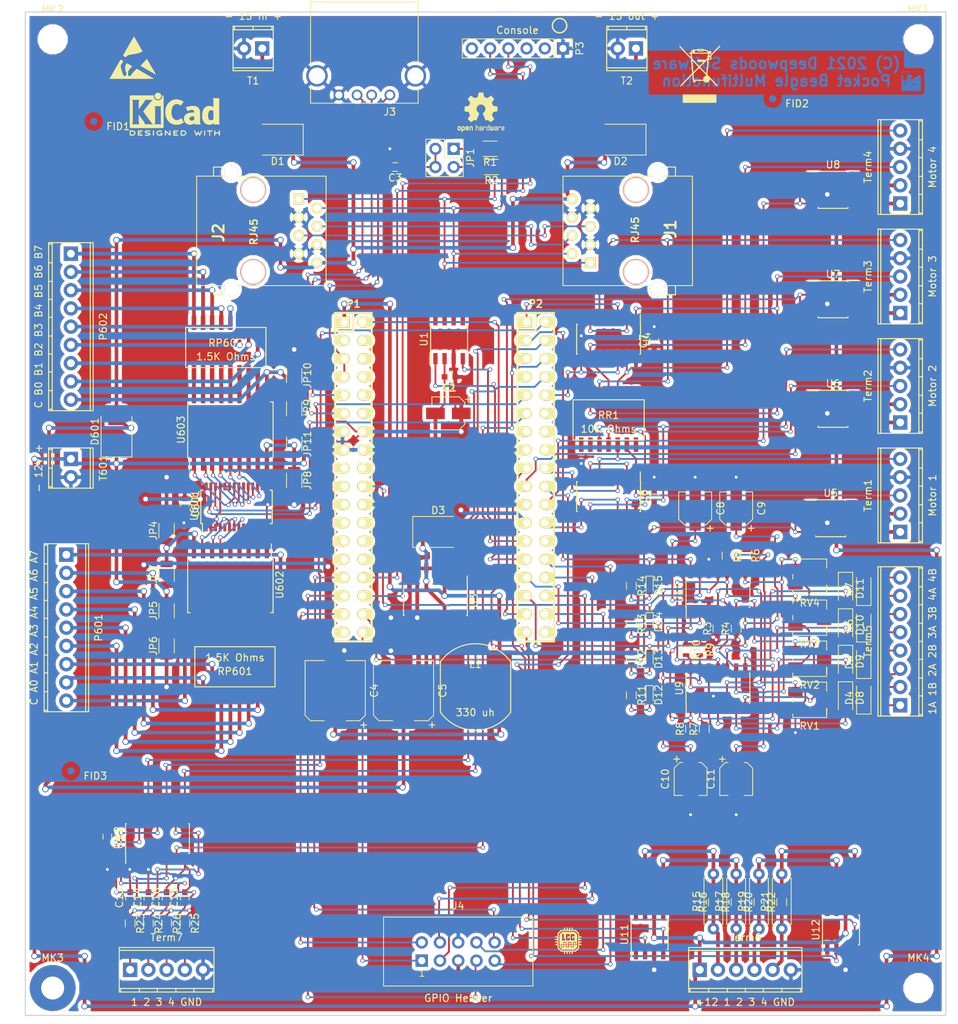
<source format=kicad_pcb>
(kicad_pcb (version 4) (host pcbnew 4.0.7+dfsg1-1ubuntu2)
  (layers (0 F.Cu signal) (31 B.Cu signal) (34 B.Paste user) (35 F.Paste user) (36 B.SilkS user) (37 F.SilkS user) (38 B.Mask user) (39 F.Mask user) (44 Edge.Cuts user))
  (net 0 "")
  (net 1 GND)
  (net 2 +3V3)
  (net 3 "Net-(C3-Pad1)")
  (net 4 +5V)
  (net 5 "CAN +12V")
  (net 6 "Net-(C8-Pad1)")
  (net 7 "Net-(C9-Pad1)")
  (net 8 "Net-(C10-Pad1)")
  (net 9 "Net-(C11-Pad1)")
  (net 10 "Net-(C12-Pad1)")
  (net 11 "Net-(C13-Pad1)")
  (net 12 "Net-(C14-Pad1)")
  (net 13 "Net-(C15-Pad1)")
  (net 14 "Net-(C16-Pad1)")
  (net 15 "Net-(D1-Pad2)")
  (net 16 "Net-(D2-Pad1)")
  (net 17 "Net-(D3-Pad1)")
  (net 18 "Net-(D4-Pad1)")
  (net 19 "Net-(D4-Pad2)")
  (net 20 "Net-(D5-Pad1)")
  (net 21 "Net-(D5-Pad2)")
  (net 22 "Net-(D10-Pad2)")
  (net 23 "Net-(D10-Pad1)")
  (net 24 "Net-(D11-Pad2)")
  (net 25 "Net-(D11-Pad1)")
  (net 26 "Net-(D12-Pad2)")
  (net 27 "Net-(D13-Pad2)")
  (net 28 /GPIO19)
  (net 29 "Net-(D14-Pad2)")
  (net 30 /GPIO20)
  (net 31 "Net-(D15-Pad2)")
  (net 32 /GPIO23)
  (net 33 +12V)
  (net 34 "/CAN Transceiver/CANH")
  (net 35 "/CAN Transceiver/CANL")
  (net 36 "Net-(J1-Pad4)")
  (net 37 "Net-(J1-Pad5)")
  (net 38 "Net-(J3-Pad3)")
  (net 39 "Net-(J3-Pad2)")
  (net 40 "Net-(J3-Pad1)")
  (net 41 /GPIO110)
  (net 42 /GPIO111)
  (net 43 /GPIO112)
  (net 44 /GPIO113)
  (net 45 /GPIO114)
  (net 46 /GPIO115)
  (net 47 /GPIO116)
  (net 48 /GPIO117)
  (net 49 "Net-(JP1-Pad1)")
  (net 50 "Net-(JP1-Pad2)")
  (net 51 "Net-(JP4-Pad1)")
  (net 52 "Net-(JP5-Pad1)")
  (net 53 "Net-(JP11-Pad2)")
  (net 54 "Net-(JP10-Pad2)")
  (net 55 "Net-(MK3-Pad1)")
  (net 56 /GPIO87)
  (net 57 "Net-(P1-Pad3)")
  (net 58 /GPIO89)
  (net 59 "Net-(P1-Pad6)")
  (net 60 "Net-(P1-Pad8)")
  (net 61 "Net-(P1-Pad10)")
  (net 62 "Net-(P1-Pad12)")
  (net 63 "Net-(P1-Pad17)")
  (net 64 "Net-(P1-Pad18)")
  (net 65 "Net-(P1-Pad19)")
  (net 66 "Net-(P1-Pad21)")
  (net 67 "Net-(P1-Pad23)")
  (net 68 "Net-(P1-Pad24)")
  (net 69 "Net-(P1-Pad25)")
  (net 70 "Net-(P1-Pad26)")
  (net 71 "Net-(P1-Pad27)")
  (net 72 "Net-(P1-Pad28)")
  (net 73 "Net-(P1-Pad30)")
  (net 74 "Net-(P1-Pad32)")
  (net 75 /GPIO26)
  (net 76 /GPIO88)
  (net 77 /GPIO50)
  (net 78 /GPIO59)
  (net 79 /GPIO58)
  (net 80 "Net-(P2-Pad5)")
  (net 81 /GPIO57)
  (net 82 "Net-(P2-Pad7)")
  (net 83 /GPIO60)
  (net 84 /SCL)
  (net 85 /GPIO52)
  (net 86 /SDA)
  (net 87 "Net-(P2-Pad12)")
  (net 88 "Net-(P2-Pad13)")
  (net 89 "Net-(P2-Pad14)")
  (net 90 "Net-(P2-Pad16)")
  (net 91 /GPIO65)
  (net 92 /GPIO47)
  (net 93 /GPIO27)
  (net 94 /GPIO64)
  (net 95 /GPIO46)
  (net 96 /GPIO48)
  (net 97 /CAN1_RX)
  (net 98 "Net-(P2-Pad26)")
  (net 99 /CAN1_TX)
  (net 100 /GPIO7)
  (net 101 /GPIO45)
  (net 102 /GPIO86)
  (net 103 "Net-(P2-Pad36)")
  (net 104 "Net-(P601-Pad4)")
  (net 105 "Net-(P601-Pad1)")
  (net 106 "Net-(P601-Pad2)")
  (net 107 "Net-(P601-Pad3)")
  (net 108 "Net-(P601-Pad5)")
  (net 109 "Net-(P601-Pad6)")
  (net 110 "Net-(P601-Pad7)")
  (net 111 "Net-(P601-Pad8)")
  (net 112 "Net-(P602-Pad4)")
  (net 113 "Net-(P602-Pad1)")
  (net 114 "Net-(P602-Pad2)")
  (net 115 "Net-(P602-Pad3)")
  (net 116 "Net-(P602-Pad5)")
  (net 117 "Net-(P602-Pad6)")
  (net 118 "Net-(P602-Pad7)")
  (net 119 "Net-(P602-Pad8)")
  (net 120 "Net-(R3-Pad2)")
  (net 121 "Net-(R4-Pad2)")
  (net 122 "Net-(R5-Pad2)")
  (net 123 "Net-(R6-Pad2)")
  (net 124 "Net-(R15-Pad1)")
  (net 125 "Net-(R15-Pad2)")
  (net 126 "Net-(R17-Pad1)")
  (net 127 "Net-(R17-Pad2)")
  (net 128 "Net-(R19-Pad1)")
  (net 129 "Net-(R19-Pad2)")
  (net 130 "Net-(R21-Pad1)")
  (net 131 "Net-(R21-Pad2)")
  (net 132 "Net-(RP601-Pad1)")
  (net 133 "Net-(RP601-Pad2)")
  (net 134 "Net-(RP601-Pad3)")
  (net 135 "Net-(RP601-Pad4)")
  (net 136 "Net-(RP601-Pad5)")
  (net 137 "Net-(RP601-Pad6)")
  (net 138 "Net-(RP601-Pad7)")
  (net 139 "Net-(RP601-Pad8)")
  (net 140 "Net-(RP602-Pad1)")
  (net 141 "Net-(RP602-Pad2)")
  (net 142 "Net-(RP602-Pad3)")
  (net 143 "Net-(RP602-Pad4)")
  (net 144 "Net-(RP602-Pad5)")
  (net 145 "Net-(RP602-Pad6)")
  (net 146 "Net-(RP602-Pad7)")
  (net 147 "Net-(RP602-Pad8)")
  (net 148 "Net-(RR1-Pad1)")
  (net 149 "Net-(RR1-Pad2)")
  (net 150 "/Stall Motors/P2B")
  (net 151 "/Stall Motors/P2A")
  (net 152 "/Stall Motors/P1B")
  (net 153 "/Stall Motors/P1A")
  (net 154 "Net-(RR1-Pad7)")
  (net 155 "Net-(RR1-Pad8)")
  (net 156 "Net-(RR1-Pad9)")
  (net 157 "/Stall Motors/P4B")
  (net 158 "/Stall Motors/P4A")
  (net 159 "/Stall Motors/P3B")
  (net 160 "/Stall Motors/P3A")
  (net 161 "/Stall Motors/M1A")
  (net 162 "/Stall Motors/M1B")
  (net 163 "/Stall Motors/M2A")
  (net 164 "/Stall Motors/M2B")
  (net 165 "/Stall Motors/M3A")
  (net 166 "/Stall Motors/M3B")
  (net 167 "/Stall Motors/M4A")
  (net 168 "/Stall Motors/M4B")
  (net 169 "Net-(U1-Pad5)")
  (net 170 "Net-(U1-Pad8)")
  (net 171 "Net-(U2-Pad2)")
  (net 172 "Net-(U2-Pad10)")
  (net 173 "Net-(U3-Pad1)")
  (net 174 "Net-(U3-Pad2)")
  (net 175 "Net-(U3-Pad7)")
  (net 176 "Net-(U3-Pad8)")
  (net 177 "Net-(U3-Pad9)")
  (net 178 "Net-(U3-Pad11)")
  (net 179 "Net-(U3-Pad13)")
  (net 180 "Net-(U3-Pad14)")
  (net 181 "Net-(U4-Pad2)")
  (net 182 "Net-(U4-Pad10)")
  (net 183 "Net-(U13-Pad2)")
  (net 184 "Net-(U13-Pad4)")
  (net 185 "Net-(U601-Pad6)")
  (net 186 "Net-(U601-Pad7)")
  (net 187 "Net-(U601-Pad8)")
  (net 188 "Net-(U601-Pad9)")
  (net 189 "Net-(U601-Pad10)")
  (net 190 "Net-(U601-Pad11)")
  (net 191 "Net-(U601-Pad12)")
  (net 192 "Net-(U601-Pad13)")
  (net 193 "Net-(U601-Pad15)")
  (net 194 "Net-(U601-Pad16)")
  (net 195 "Net-(U601-Pad17)")
  (net 196 "Net-(U601-Pad18)")
  (net 197 "Net-(U601-Pad19)")
  (net 198 "Net-(U601-Pad20)")
  (net 199 "Net-(U601-Pad21)")
  (net 200 "Net-(U601-Pad22)")
  (net 201 "Net-(P3-Pad2)")
  (net 202 "Net-(P3-Pad3)")
  (net 203 "Net-(P3-Pad6)")
  (module Housings_SOIC:SOIC-14_3.9x8.7mm_Pitch1.27mm (layer F.Cu) (at 179.07 132.24 90)
    (fp_text reference U9 (at 0 -5.375 90) (layer F.SilkS))
    (fp_text value LM339)
    (pad 1 smd rect (at -2.7 -3.81 90) (size 1.5 0.6) (layers F.Cu F.Paste F.Mask) (net 7 "Net-(C9-Pad1)"))
    (pad 2 smd rect (at -2.7 -2.54 90) (size 1.5 0.6) (layers F.Cu F.Paste F.Mask) (net 6 "Net-(C8-Pad1)"))
    (pad 3 smd rect (at -2.7 -1.27 90) (size 1.5 0.6) (layers F.Cu F.Paste F.Mask) (net 2 +3V3))
    (pad 4 smd rect (at -2.7 0 90) (size 1.5 0.6) (layers F.Cu F.Paste F.Mask) (net 18 "Net-(D4-Pad1)"))
    (pad 5 smd rect (at -2.7 1.27 90) (size 1.5 0.6) (layers F.Cu F.Paste F.Mask) (net 120 "Net-(R3-Pad2)"))
    (pad 6 smd rect (at -2.7 2.54 90) (size 1.5 0.6) (layers F.Cu F.Paste F.Mask) (net 20 "Net-(D5-Pad1)"))
    (pad 7 smd rect (at -2.7 3.81 90) (size 1.5 0.6) (layers F.Cu F.Paste F.Mask) (net 121 "Net-(R4-Pad2)"))
    (pad 8 smd rect (at 2.7 3.81 90) (size 1.5 0.6) (layers F.Cu F.Paste F.Mask) (net 24 "Net-(D11-Pad2)"))
    (pad 9 smd rect (at 2.7 2.54 90) (size 1.5 0.6) (layers F.Cu F.Paste F.Mask) (net 123 "Net-(R6-Pad2)"))
    (pad 10 smd rect (at 2.7 1.27 90) (size 1.5 0.6) (layers F.Cu F.Paste F.Mask) (net 22 "Net-(D10-Pad2)"))
    (pad 11 smd rect (at 2.7 0 90) (size 1.5 0.6) (layers F.Cu F.Paste F.Mask) (net 122 "Net-(R5-Pad2)"))
    (pad 12 smd rect (at 2.7 -1.27 90) (size 1.5 0.6) (layers F.Cu F.Paste F.Mask) (net 1 GND))
    (pad 13 smd rect (at 2.7 -2.54 90) (size 1.5 0.6) (layers F.Cu F.Paste F.Mask) (net 8 "Net-(C10-Pad1)"))
    (pad 14 smd rect (at 2.7 -3.81 90) (size 1.5 0.6) (layers F.Cu F.Paste F.Mask) (net 9 "Net-(C11-Pad1)"))
  )
  (module RJ45-8N-S:RJ45_8N-S (layer F.Cu) (at 167.64 68.58 90)
    (fp_text reference J1 (at 0.254 4.826 90) (layer F.SilkS) (effects (font (thickness 0.3048))))
    (fp_text value RJ45 (at 0.14224 -0.1016 90) (layer F.SilkS) (effects (font (size 1.00076 1.00076) (thickness 0.2032))))
    (pad "" np_thru_hole circle (at 5.715 0 90) (size 3.64998 3.64998) (drill 3.2512) (layers *.Cu *.SilkS *.Mask))
    (pad "" np_thru_hole circle (at -5.715 0 90) (size 3.64998 3.64998) (drill 3.2512) (layers *.Cu *.SilkS *.Mask))
    (pad 1 thru_hole rect (at -4.445 -6.35 90) (size 1.50114 1.50114) (drill 0.89916) (layers *.Cu *.Mask F.SilkS) (net 34 "/CAN Transceiver/CANH"))
    (pad 2 thru_hole circle (at -3.175 -8.89 90) (size 1.50114 1.50114) (drill 0.89916) (layers *.Cu *.Mask F.SilkS) (net 35 "/CAN Transceiver/CANL"))
    (pad 3 thru_hole circle (at -1.905 -6.35 90) (size 1.50114 1.50114) (drill 0.89916) (layers *.Cu *.Mask F.SilkS) (net 1 GND))
    (pad 4 thru_hole circle (at -0.635 -8.89 90) (size 1.50114 1.50114) (drill 0.89916) (layers *.Cu *.Mask F.SilkS) (net 36 "Net-(J1-Pad4)"))
    (pad 5 thru_hole circle (at 0.635 -6.35 90) (size 1.50114 1.50114) (drill 0.89916) (layers *.Cu *.Mask F.SilkS) (net 37 "Net-(J1-Pad5)"))
    (pad 6 thru_hole circle (at 1.905 -8.89 90) (size 1.50114 1.50114) (drill 0.89916) (layers *.Cu *.Mask F.SilkS) (net 1 GND))
    (pad 7 thru_hole circle (at 3.175 -6.35 90) (size 1.50114 1.50114) (drill 0.89916) (layers *.Cu *.Mask F.SilkS) (net 1 GND))
    (pad 8 thru_hole circle (at 4.445 -8.89 90) (size 1.50114 1.50114) (drill 0.89916) (layers *.Cu *.Mask F.SilkS) (net 5 "CAN +12V"))
    (pad "" thru_hole circle (at -8.128 3.048 90) (size 1.9304 1.9304) (drill 1.9304) (layers *.Cu *.Mask F.SilkS))
    (pad "" thru_hole circle (at 8.128 3.048 90) (size 1.9304 1.9304) (drill 1.9304) (layers *.Cu *.Mask F.SilkS))
  )
  (module pin_socket_18x2 (layer F.Cu) (at 153.67 102.87 270)
    (fp_text reference P2 (at -24.13 0 360) (layer F.SilkS) (effects (font (size 1.016 1.016) (thickness 0.2032))))
    (fp_text value POCKETBEAGLE-P2 hide)
    (pad 1 thru_hole rect (at -21.59 1.27 270) (size 1.524 1.99898) (drill 1.00076 (offset 0 0.24892)) (layers *.Cu *.Mask F.SilkS) (net 77 /GPIO50))
    (pad 2 thru_hole oval (at -21.59 -1.27 270) (size 1.524 1.99898) (drill 1.00076 (offset 0 -0.24892)) (layers *.Cu *.Mask F.SilkS) (net 78 /GPIO59))
    (pad 3 thru_hole oval (at -19.05 1.27 270) (size 1.524 1.99898) (drill 1.00076 (offset 0 0.24892)) (layers *.Cu *.Mask F.SilkS) (net 32 /GPIO23))
    (pad 4 thru_hole oval (at -19.05 -1.27 270) (size 1.524 1.99898) (drill 1.00076 (offset 0 -0.24892)) (layers *.Cu *.Mask F.SilkS) (net 79 /GPIO58))
    (pad 5 thru_hole oval (at -16.51 1.27 270) (size 1.524 1.99898) (drill 1.00076 (offset 0 0.24892)) (layers *.Cu *.Mask F.SilkS) (net 80 "Net-(P2-Pad5)"))
    (pad 6 thru_hole oval (at -16.51 -1.27 270) (size 1.524 1.99898) (drill 1.00076 (offset 0 -0.24892)) (layers *.Cu *.Mask F.SilkS) (net 81 /GPIO57))
    (pad 7 thru_hole oval (at -13.97 1.27 270) (size 1.524 1.99898) (drill 1.00076 (offset 0 0.24892)) (layers *.Cu *.Mask F.SilkS) (net 82 "Net-(P2-Pad7)"))
    (pad 8 thru_hole oval (at -13.97 -1.27 270) (size 1.524 1.99898) (drill 1.00076 (offset 0 -0.24892)) (layers *.Cu *.Mask F.SilkS) (net 83 /GPIO60))
    (pad 9 thru_hole oval (at -11.43 1.27 270) (size 1.524 1.99898) (drill 1.00076 (offset 0 0.24892)) (layers *.Cu *.Mask F.SilkS) (net 84 /SCL))
    (pad 10 thru_hole oval (at -11.43 -1.27 270) (size 1.524 1.99898) (drill 1.00076 (offset 0 -0.24892)) (layers *.Cu *.Mask F.SilkS) (net 85 /GPIO52))
    (pad 11 thru_hole oval (at -8.89 1.27 270) (size 1.524 1.99898) (drill 1.00076 (offset 0 0.24892)) (layers *.Cu *.Mask F.SilkS) (net 86 /SDA))
    (pad 12 thru_hole oval (at -8.89 -1.27 270) (size 1.524 1.99898) (drill 1.00076 (offset 0 -0.24892)) (layers *.Cu *.Mask F.SilkS) (net 87 "Net-(P2-Pad12)"))
    (pad 13 thru_hole oval (at -6.35 1.27 270) (size 1.524 1.99898) (drill 1.00076 (offset 0 0.24892)) (layers *.Cu *.Mask F.SilkS) (net 88 "Net-(P2-Pad13)"))
    (pad 14 thru_hole oval (at -6.35 -1.27 270) (size 1.524 1.99898) (drill 1.00076 (offset 0 -0.24892)) (layers *.Cu *.Mask F.SilkS) (net 89 "Net-(P2-Pad14)"))
    (pad 15 thru_hole oval (at -3.81 1.27 270) (size 1.524 1.99898) (drill 1.00076 (offset 0 0.24892)) (layers *.Cu *.Mask F.SilkS) (net 1 GND))
    (pad 16 thru_hole oval (at -3.81 -1.27 270) (size 1.524 1.99898) (drill 1.00076 (offset 0 -0.24892)) (layers *.Cu *.Mask F.SilkS) (net 90 "Net-(P2-Pad16)"))
    (pad 17 thru_hole oval (at -1.27 1.27 270) (size 1.524 1.99898) (drill 1.00076 (offset 0 0.24892)) (layers *.Cu *.Mask F.SilkS) (net 91 /GPIO65))
    (pad 18 thru_hole oval (at -1.27 -1.27 270) (size 1.524 1.99898) (drill 1.00076 (offset 0 -0.24892)) (layers *.Cu *.Mask F.SilkS) (net 92 /GPIO47))
    (pad 19 thru_hole oval (at 1.27 1.27 270) (size 1.524 1.99898) (drill 1.00076 (offset 0 0.24892)) (layers *.Cu *.Mask F.SilkS) (net 93 /GPIO27))
    (pad 20 thru_hole oval (at 1.27 -1.27 270) (size 1.524 1.99898) (drill 1.00076 (offset 0 -0.24892)) (layers *.Cu *.Mask F.SilkS) (net 94 /GPIO64))
    (pad 21 thru_hole oval (at 3.81 1.27 270) (size 1.524 1.99898) (drill 1.00076 (offset 0 0.24892)) (layers *.Cu *.Mask F.SilkS) (net 1 GND))
    (pad 22 thru_hole oval (at 3.81 -1.27 270) (size 1.524 1.99898) (drill 1.00076 (offset 0 -0.24892)) (layers *.Cu *.Mask F.SilkS) (net 95 /GPIO46))
    (pad 23 thru_hole oval (at 6.35 1.27 270) (size 1.524 1.99898) (drill 1.00076 (offset 0 0.24892)) (layers *.Cu *.Mask F.SilkS) (net 2 +3V3))
    (pad 24 thru_hole oval (at 6.35 -1.27 270) (size 1.524 1.99898) (drill 1.00076 (offset 0 -0.24892)) (layers *.Cu *.Mask F.SilkS) (net 96 /GPIO48))
    (pad 25 thru_hole oval (at 8.89 1.27 270) (size 1.524 1.99898) (drill 1.00076 (offset 0 0.24892)) (layers *.Cu *.Mask F.SilkS) (net 97 /CAN1_RX))
    (pad 26 thru_hole oval (at 8.89 -1.27 270) (size 1.524 1.99898) (drill 1.00076 (offset 0 -0.24892)) (layers *.Cu *.Mask F.SilkS) (net 98 "Net-(P2-Pad26)"))
    (pad 27 thru_hole oval (at 11.43 1.27 270) (size 1.524 1.99898) (drill 1.00076 (offset 0 0.24892)) (layers *.Cu *.Mask F.SilkS) (net 99 /CAN1_TX))
    (pad 28 thru_hole oval (at 11.43 -1.27 270) (size 1.524 1.99898) (drill 1.00076 (offset 0 -0.24892)) (layers *.Cu *.Mask F.SilkS) (net 47 /GPIO116))
    (pad 29 thru_hole oval (at 13.97 1.27 270) (size 1.524 1.99898) (drill 1.00076 (offset 0 0.24892)) (layers *.Cu *.Mask F.SilkS) (net 100 /GPIO7))
    (pad 30 thru_hole oval (at 13.97 -1.27 270) (size 1.524 1.99898) (drill 1.00076 (offset 0 -0.24892)) (layers *.Cu *.Mask F.SilkS) (net 44 /GPIO113))
    (pad 31 thru_hole oval (at 16.51 1.27 270) (size 1.524 1.99898) (drill 1.00076 (offset 0 0.24892)) (layers *.Cu *.Mask F.SilkS) (net 28 /GPIO19))
    (pad 32 thru_hole oval (at 16.51 -1.27 270) (size 1.524 1.99898) (drill 1.00076 (offset 0 -0.24892)) (layers *.Cu *.Mask F.SilkS) (net 43 /GPIO112))
    (pad 33 thru_hole oval (at 19.05 1.27 270) (size 1.524 1.99898) (drill 1.00076 (offset 0 0.24892)) (layers *.Cu *.Mask F.SilkS) (net 101 /GPIO45))
    (pad 34 thru_hole oval (at 19.05 -1.27 270) (size 1.524 1.99898) (drill 1.00076 (offset 0 -0.24892)) (layers *.Cu *.Mask F.SilkS) (net 46 /GPIO115))
    (pad 35 thru_hole oval (at 21.59 1.27 270) (size 1.524 1.99898) (drill 1.00076 (offset 0 0.24892)) (layers *.Cu *.Mask F.SilkS) (net 102 /GPIO86))
    (pad 36 thru_hole oval (at 21.59 -1.27 270) (size 1.524 1.99898) (drill 1.00076 (offset 0 -0.24892)) (layers *.Cu *.Mask F.SilkS) (net 103 "Net-(P2-Pad36)"))
  )
  (module pin_socket_18x2 (layer F.Cu) (at 128.27 102.87 270)
    (fp_text reference P1 (at -24.13 0 360) (layer F.SilkS) (effects (font (size 1.016 1.016) (thickness 0.2032))))
    (fp_text value POCKETBEAGLE-P1 hide)
    (pad 1 thru_hole rect (at -21.59 1.27 270) (size 1.524 1.99898) (drill 1.00076 (offset 0 0.24892)) (layers *.Cu *.Mask F.SilkS) (net 4 +5V))
    (pad 2 thru_hole oval (at -21.59 -1.27 270) (size 1.524 1.99898) (drill 1.00076 (offset 0 -0.24892)) (layers *.Cu *.Mask F.SilkS) (net 56 /GPIO87))
    (pad 3 thru_hole oval (at -19.05 1.27 270) (size 1.524 1.99898) (drill 1.00076 (offset 0 0.24892)) (layers *.Cu *.Mask F.SilkS) (net 57 "Net-(P1-Pad3)"))
    (pad 4 thru_hole oval (at -19.05 -1.27 270) (size 1.524 1.99898) (drill 1.00076 (offset 0 -0.24892)) (layers *.Cu *.Mask F.SilkS) (net 58 /GPIO89))
    (pad 5 thru_hole oval (at -16.51 1.27 270) (size 1.524 1.99898) (drill 1.00076 (offset 0 0.24892)) (layers *.Cu *.Mask F.SilkS) (net 40 "Net-(J3-Pad1)"))
    (pad 6 thru_hole oval (at -16.51 -1.27 270) (size 1.524 1.99898) (drill 1.00076 (offset 0 -0.24892)) (layers *.Cu *.Mask F.SilkS) (net 59 "Net-(P1-Pad6)"))
    (pad 7 thru_hole oval (at -13.97 1.27 270) (size 1.524 1.99898) (drill 1.00076 (offset 0 0.24892)) (layers *.Cu *.Mask F.SilkS) (net 40 "Net-(J3-Pad1)"))
    (pad 8 thru_hole oval (at -13.97 -1.27 270) (size 1.524 1.99898) (drill 1.00076 (offset 0 -0.24892)) (layers *.Cu *.Mask F.SilkS) (net 60 "Net-(P1-Pad8)"))
    (pad 9 thru_hole oval (at -11.43 1.27 270) (size 1.524 1.99898) (drill 1.00076 (offset 0 0.24892)) (layers *.Cu *.Mask F.SilkS) (net 39 "Net-(J3-Pad2)"))
    (pad 10 thru_hole oval (at -11.43 -1.27 270) (size 1.524 1.99898) (drill 1.00076 (offset 0 -0.24892)) (layers *.Cu *.Mask F.SilkS) (net 61 "Net-(P1-Pad10)"))
    (pad 11 thru_hole oval (at -8.89 1.27 270) (size 1.524 1.99898) (drill 1.00076 (offset 0 0.24892)) (layers *.Cu *.Mask F.SilkS) (net 38 "Net-(J3-Pad3)"))
    (pad 12 thru_hole oval (at -8.89 -1.27 270) (size 1.524 1.99898) (drill 1.00076 (offset 0 -0.24892)) (layers *.Cu *.Mask F.SilkS) (net 62 "Net-(P1-Pad12)"))
    (pad 13 thru_hole oval (at -6.35 1.27 270) (size 1.524 1.99898) (drill 1.00076 (offset 0 0.24892)) (layers *.Cu *.Mask F.SilkS) (net 1 GND))
    (pad 14 thru_hole oval (at -6.35 -1.27 270) (size 1.524 1.99898) (drill 1.00076 (offset 0 -0.24892)) (layers *.Cu *.Mask F.SilkS) (net 2 +3V3))
    (pad 15 thru_hole oval (at -3.81 1.27 270) (size 1.524 1.99898) (drill 1.00076 (offset 0 0.24892)) (layers *.Cu *.Mask F.SilkS) (net 1 GND))
    (pad 16 thru_hole oval (at -3.81 -1.27 270) (size 1.524 1.99898) (drill 1.00076 (offset 0 -0.24892)) (layers *.Cu *.Mask F.SilkS) (net 1 GND))
    (pad 17 thru_hole oval (at -1.27 1.27 270) (size 1.524 1.99898) (drill 1.00076 (offset 0 0.24892)) (layers *.Cu *.Mask F.SilkS) (net 63 "Net-(P1-Pad17)"))
    (pad 18 thru_hole oval (at -1.27 -1.27 270) (size 1.524 1.99898) (drill 1.00076 (offset 0 -0.24892)) (layers *.Cu *.Mask F.SilkS) (net 64 "Net-(P1-Pad18)"))
    (pad 19 thru_hole oval (at 1.27 1.27 270) (size 1.524 1.99898) (drill 1.00076 (offset 0 0.24892)) (layers *.Cu *.Mask F.SilkS) (net 65 "Net-(P1-Pad19)"))
    (pad 20 thru_hole oval (at 1.27 -1.27 270) (size 1.524 1.99898) (drill 1.00076 (offset 0 -0.24892)) (layers *.Cu *.Mask F.SilkS) (net 30 /GPIO20))
    (pad 21 thru_hole oval (at 3.81 1.27 270) (size 1.524 1.99898) (drill 1.00076 (offset 0 0.24892)) (layers *.Cu *.Mask F.SilkS) (net 66 "Net-(P1-Pad21)"))
    (pad 22 thru_hole oval (at 3.81 -1.27 270) (size 1.524 1.99898) (drill 1.00076 (offset 0 -0.24892)) (layers *.Cu *.Mask F.SilkS) (net 1 GND))
    (pad 23 thru_hole oval (at 6.35 1.27 270) (size 1.524 1.99898) (drill 1.00076 (offset 0 0.24892)) (layers *.Cu *.Mask F.SilkS) (net 67 "Net-(P1-Pad23)"))
    (pad 24 thru_hole oval (at 6.35 -1.27 270) (size 1.524 1.99898) (drill 1.00076 (offset 0 -0.24892)) (layers *.Cu *.Mask F.SilkS) (net 68 "Net-(P1-Pad24)"))
    (pad 25 thru_hole oval (at 8.89 1.27 270) (size 1.524 1.99898) (drill 1.00076 (offset 0 0.24892)) (layers *.Cu *.Mask F.SilkS) (net 69 "Net-(P1-Pad25)"))
    (pad 26 thru_hole oval (at 8.89 -1.27 270) (size 1.524 1.99898) (drill 1.00076 (offset 0 -0.24892)) (layers *.Cu *.Mask F.SilkS) (net 70 "Net-(P1-Pad26)"))
    (pad 27 thru_hole oval (at 11.43 1.27 270) (size 1.524 1.99898) (drill 1.00076 (offset 0 0.24892)) (layers *.Cu *.Mask F.SilkS) (net 71 "Net-(P1-Pad27)"))
    (pad 28 thru_hole oval (at 11.43 -1.27 270) (size 1.524 1.99898) (drill 1.00076 (offset 0 -0.24892)) (layers *.Cu *.Mask F.SilkS) (net 72 "Net-(P1-Pad28)"))
    (pad 29 thru_hole oval (at 13.97 1.27 270) (size 1.524 1.99898) (drill 1.00076 (offset 0 0.24892)) (layers *.Cu *.Mask F.SilkS) (net 48 /GPIO117))
    (pad 30 thru_hole oval (at 13.97 -1.27 270) (size 1.524 1.99898) (drill 1.00076 (offset 0 -0.24892)) (layers *.Cu *.Mask F.SilkS) (net 73 "Net-(P1-Pad30)"))
    (pad 31 thru_hole oval (at 16.51 1.27 270) (size 1.524 1.99898) (drill 1.00076 (offset 0 0.24892)) (layers *.Cu *.Mask F.SilkS) (net 45 /GPIO114))
    (pad 32 thru_hole oval (at 16.51 -1.27 270) (size 1.524 1.99898) (drill 1.00076 (offset 0 -0.24892)) (layers *.Cu *.Mask F.SilkS) (net 74 "Net-(P1-Pad32)"))
    (pad 33 thru_hole oval (at 19.05 1.27 270) (size 1.524 1.99898) (drill 1.00076 (offset 0 0.24892)) (layers *.Cu *.Mask F.SilkS) (net 42 /GPIO111))
    (pad 34 thru_hole oval (at 19.05 -1.27 270) (size 1.524 1.99898) (drill 1.00076 (offset 0 -0.24892)) (layers *.Cu *.Mask F.SilkS) (net 75 /GPIO26))
    (pad 35 thru_hole oval (at 21.59 1.27 270) (size 1.524 1.99898) (drill 1.00076 (offset 0 0.24892)) (layers *.Cu *.Mask F.SilkS) (net 76 /GPIO88))
    (pad 36 thru_hole oval (at 21.59 -1.27 270) (size 1.524 1.99898) (drill 1.00076 (offset 0 -0.24892)) (layers *.Cu *.Mask F.SilkS) (net 41 /GPIO110))
  )
  (module Capacitors_SMD:C_0603 (layer F.Cu) (at 141.72 88.9 180)
    (fp_text reference C1 (at 0 -1.5 180) (layer F.SilkS))
    (fp_text value ".1 uf")
    (pad 2 smd rect (at 0.75 0 180) (size 0.8 0.75) (layers F.Cu F.Paste F.Mask) (net 1 GND))
    (pad 1 smd rect (at -0.75 0 180) (size 0.8 0.75) (layers F.Cu F.Paste F.Mask) (net 2 +3V3))
  )
  (module Capacitors_SMD:CP_Elec_4x5.7 (layer F.Cu) (at 141.5 93.98 180)
    (fp_text reference C2 (at 0 3.54 180) (layer F.SilkS))
    (fp_text value "15 uf 15V")
    (fp_text user + (at -2.77 2.01 180) (layer F.SilkS))
    (pad 1 smd rect (at -1.8 0) (size 2.6 1.6) (layers F.Cu F.Paste F.Mask) (net 2 +3V3))
    (pad 2 smd rect (at 1.8 0) (size 2.6 1.6) (layers F.Cu F.Paste F.Mask) (net 1 GND))
  )
  (module Capacitors_SMD:C_0603 (layer F.Cu) (at 134.1 59.69 180)
    (fp_text reference C3 (at 0 -1.5 180) (layer F.SilkS))
    (fp_text value "47 nf")
    (pad 2 smd rect (at 0.75 0 180) (size 0.8 0.75) (layers F.Cu F.Paste F.Mask) (net 1 GND))
    (pad 1 smd rect (at -0.75 0 180) (size 0.8 0.75) (layers F.Cu F.Paste F.Mask) (net 3 "Net-(C3-Pad1)"))
  )
  (module Capacitors_SMD:CP_Elec_8x10 (layer F.Cu) (at 125.73 132.59 90)
    (fp_text reference C4 (at 0 5.45 90) (layer F.SilkS))
    (fp_text value "220 uf 25V")
    (fp_text user + (at -4.78 3.9 90) (layer F.SilkS))
    (pad 1 smd rect (at -3.05 0 270) (size 4 2.5) (layers F.Cu F.Paste F.Mask) (net 4 +5V))
    (pad 2 smd rect (at 3.05 0 270) (size 4 2.5) (layers F.Cu F.Paste F.Mask) (net 1 GND))
  )
  (module Capacitors_SMD:CP_Elec_8x10 (layer F.Cu) (at 135.255 132.59 90)
    (fp_text reference C5 (at 0 5.45 90) (layer F.SilkS))
    (fp_text value "22 uf 100V")
    (fp_text user + (at -4.78 3.9 90) (layer F.SilkS))
    (pad 1 smd rect (at -3.05 0 270) (size 4 2.5) (layers F.Cu F.Paste F.Mask) (net 5 "CAN +12V"))
    (pad 2 smd rect (at 3.05 0 270) (size 4 2.5) (layers F.Cu F.Paste F.Mask) (net 1 GND))
  )
  (module Capacitors_SMD:C_0603 (layer F.Cu) (at 170.18 105.525 90)
    (fp_text reference C6 (at 0 -1.5 90) (layer F.SilkS))
    (fp_text value ".1 uf")
    (pad 2 smd rect (at 0.75 0 90) (size 0.8 0.75) (layers F.Cu F.Paste F.Mask) (net 1 GND))
    (pad 1 smd rect (at -0.75 0 90) (size 0.8 0.75) (layers F.Cu F.Paste F.Mask) (net 2 +3V3))
  )
  (module Capacitors_SMD:C_0603 (layer F.Cu) (at 170.18 83.935 90)
    (fp_text reference C7 (at 0 -1.5 90) (layer F.SilkS))
    (fp_text value ".1 uf")
    (pad 2 smd rect (at 0.75 0 90) (size 0.8 0.75) (layers F.Cu F.Paste F.Mask) (net 1 GND))
    (pad 1 smd rect (at -0.75 0 90) (size 0.8 0.75) (layers F.Cu F.Paste F.Mask) (net 2 +3V3))
  )
  (module Capacitors_SMD:CP_Elec_4x5.7 (layer F.Cu) (at 175.895 107.21 90)
    (fp_text reference C8 (at 0 3.54 90) (layer F.SilkS))
    (fp_text value "2.2uf 50V")
    (fp_text user + (at -2.77 2.01 90) (layer F.SilkS))
    (pad 1 smd rect (at -1.8 0 270) (size 2.6 1.6) (layers F.Cu F.Paste F.Mask) (net 6 "Net-(C8-Pad1)"))
    (pad 2 smd rect (at 1.8 0 270) (size 2.6 1.6) (layers F.Cu F.Paste F.Mask) (net 1 GND))
  )
  (module Capacitors_SMD:CP_Elec_4x5.7 (layer F.Cu) (at 181.61 107.21 90)
    (fp_text reference C9 (at 0 3.54 90) (layer F.SilkS))
    (fp_text value "2.2uf 50V")
    (fp_text user + (at -2.77 2.01 90) (layer F.SilkS))
    (pad 1 smd rect (at -1.8 0 270) (size 2.6 1.6) (layers F.Cu F.Paste F.Mask) (net 7 "Net-(C9-Pad1)"))
    (pad 2 smd rect (at 1.8 0 270) (size 2.6 1.6) (layers F.Cu F.Paste F.Mask) (net 1 GND))
  )
  (module Capacitors_SMD:CP_Elec_4x5.7 (layer F.Cu) (at 175.26 144.885 270)
    (fp_text reference C10 (at 0 3.54 270) (layer F.SilkS))
    (fp_text value "2.2uf 50V")
    (fp_text user + (at -2.77 2.01 270) (layer F.SilkS))
    (pad 1 smd rect (at -1.8 0 90) (size 2.6 1.6) (layers F.Cu F.Paste F.Mask) (net 8 "Net-(C10-Pad1)"))
    (pad 2 smd rect (at 1.8 0 90) (size 2.6 1.6) (layers F.Cu F.Paste F.Mask) (net 1 GND))
  )
  (module Capacitors_SMD:CP_Elec_4x5.7 (layer F.Cu) (at 181.61 144.885 270)
    (fp_text reference C11 (at 0 3.54 270) (layer F.SilkS))
    (fp_text value "2.2uf 50V")
    (fp_text user + (at -2.77 2.01 270) (layer F.SilkS))
    (pad 1 smd rect (at -1.8 0 90) (size 2.6 1.6) (layers F.Cu F.Paste F.Mask) (net 9 "Net-(C11-Pad1)"))
    (pad 2 smd rect (at 1.8 0 90) (size 2.6 1.6) (layers F.Cu F.Paste F.Mask) (net 1 GND))
  )
  (module Capacitors_SMD:C_0603 (layer F.Cu) (at 93.98 152.92 270)
    (fp_text reference C12 (at 0 -1.5 270) (layer F.SilkS))
    (fp_text value ".1 uf")
    (pad 2 smd rect (at 0.75 0 270) (size 0.8 0.75) (layers F.Cu F.Paste F.Mask) (net 1 GND))
    (pad 1 smd rect (at -0.75 0 270) (size 0.8 0.75) (layers F.Cu F.Paste F.Mask) (net 10 "Net-(C12-Pad1)"))
  )
  (module Capacitors_SMD:C_0603 (layer F.Cu) (at 97.155 161.405 90)
    (fp_text reference C13 (at 0 -1.5 90) (layer F.SilkS))
    (fp_text value "10 nf")
    (pad 2 smd rect (at 0.75 0 90) (size 0.8 0.75) (layers F.Cu F.Paste F.Mask) (net 1 GND))
    (pad 1 smd rect (at -0.75 0 90) (size 0.8 0.75) (layers F.Cu F.Paste F.Mask) (net 11 "Net-(C13-Pad1)"))
  )
  (module Capacitors_SMD:C_0603 (layer F.Cu) (at 99.695 161.405 90)
    (fp_text reference C14 (at 0 -1.5 90) (layer F.SilkS))
    (fp_text value "10 nf")
    (pad 2 smd rect (at 0.75 0 90) (size 0.8 0.75) (layers F.Cu F.Paste F.Mask) (net 1 GND))
    (pad 1 smd rect (at -0.75 0 90) (size 0.8 0.75) (layers F.Cu F.Paste F.Mask) (net 12 "Net-(C14-Pad1)"))
  )
  (module Capacitors_SMD:C_0603 (layer F.Cu) (at 104.775 161.405 90)
    (fp_text reference C15 (at 0 -1.5 90) (layer F.SilkS))
    (fp_text value "10 nf")
    (pad 2 smd rect (at 0.75 0 90) (size 0.8 0.75) (layers F.Cu F.Paste F.Mask) (net 1 GND))
    (pad 1 smd rect (at -0.75 0 90) (size 0.8 0.75) (layers F.Cu F.Paste F.Mask) (net 13 "Net-(C15-Pad1)"))
  )
  (module Capacitors_SMD:C_0603 (layer F.Cu) (at 102.235 161.405 90)
    (fp_text reference C16 (at 0 -1.5 90) (layer F.SilkS))
    (fp_text value "10 nf")
    (pad 2 smd rect (at 0.75 0 90) (size 0.8 0.75) (layers F.Cu F.Paste F.Mask) (net 1 GND))
    (pad 1 smd rect (at -0.75 0 90) (size 0.8 0.75) (layers F.Cu F.Paste F.Mask) (net 14 "Net-(C16-Pad1)"))
  )
  (module Capacitors_SMD:C_0603 (layer F.Cu) (at 104.775 106.565 270)
    (fp_text reference C601 (at 0 -1.5 270) (layer F.SilkS))
    (fp_text value ".1 uf")
    (pad 2 smd rect (at 0.75 0 270) (size 0.8 0.75) (layers F.Cu F.Paste F.Mask) (net 1 GND))
    (pad 1 smd rect (at -0.75 0 270) (size 0.8 0.75) (layers F.Cu F.Paste F.Mask) (net 2 +3V3))
  )
  (module Diodes_SMD:D_SMB (layer F.Cu) (at 117.72 55.88 180)
    (fp_text reference D1 (at 0 -3 180) (layer F.SilkS))
    (fp_text value DFLS240-7)
    (pad 1 smd rect (at -2.15 0 180) (size 2.5 2.3) (layers F.Cu F.Paste F.Mask) (net 5 "CAN +12V"))
    (pad 2 smd rect (at 2.15 0 180) (size 2.5 2.3) (layers F.Cu F.Paste F.Mask) (net 15 "Net-(D1-Pad2)"))
  )
  (module Diodes_SMD:D_SMB (layer F.Cu) (at 165.49 55.88 180)
    (fp_text reference D2 (at 0 -3 180) (layer F.SilkS))
    (fp_text value DFLS240-7)
    (pad 1 smd rect (at -2.15 0 180) (size 2.5 2.3) (layers F.Cu F.Paste F.Mask) (net 16 "Net-(D2-Pad1)"))
    (pad 2 smd rect (at 2.15 0 180) (size 2.5 2.3) (layers F.Cu F.Paste F.Mask) (net 5 "CAN +12V"))
  )
  (module Diodes_SMD:D_SMB (layer F.Cu) (at 140.09 110.49)
    (fp_text reference D3 (at 0 -3) (layer F.SilkS))
    (fp_text value "CMSH1-60 TR13")
    (pad 1 smd rect (at -2.15 0) (size 2.5 2.3) (layers F.Cu F.Paste F.Mask) (net 17 "Net-(D3-Pad1)"))
    (pad 2 smd rect (at 2.15 0) (size 2.5 2.3) (layers F.Cu F.Paste F.Mask) (net 1 GND))
  )
  (module Diodes_SMD:D_SOD-123 (layer F.Cu) (at 199.39 133.605 90)
    (fp_text reference D4 (at 0 -2 90) (layer F.SilkS))
    (fp_text value 1N4148)
    (pad 1 smd rect (at -1.65 0 90) (size 0.9 1.2) (layers F.Cu F.Paste F.Mask) (net 18 "Net-(D4-Pad1)"))
    (pad 2 smd rect (at 1.65 0 90) (size 0.9 1.2) (layers F.Cu F.Paste F.Mask) (net 19 "Net-(D4-Pad2)"))
  )
  (module Diodes_SMD:D_SOD-123 (layer F.Cu) (at 199.39 128.65 90)
    (fp_text reference D5 (at 0 -2 90) (layer F.SilkS))
    (fp_text value 1N4148)
    (pad 1 smd rect (at -1.65 0 90) (size 0.9 1.2) (layers F.Cu F.Paste F.Mask) (net 20 "Net-(D5-Pad1)"))
    (pad 2 smd rect (at 1.65 0 90) (size 0.9 1.2) (layers F.Cu F.Paste F.Mask) (net 21 "Net-(D5-Pad2)"))
  )
  (module Diodes_SMD:D_SOD-123 (layer F.Cu) (at 199.39 123.57 90)
    (fp_text reference D6 (at 0 -2 90) (layer F.SilkS))
    (fp_text value 1N4148)
    (pad 1 smd rect (at -1.65 0 90) (size 0.9 1.2) (layers F.Cu F.Paste F.Mask) (net 22 "Net-(D10-Pad2)"))
    (pad 2 smd rect (at 1.65 0 90) (size 0.9 1.2) (layers F.Cu F.Paste F.Mask) (net 23 "Net-(D10-Pad1)"))
  )
  (module Diodes_SMD:D_SOD-123 (layer F.Cu) (at 199.39 118.49 90)
    (fp_text reference D7 (at 0 -2 90) (layer F.SilkS))
    (fp_text value 1N4148)
    (pad 1 smd rect (at -1.65 0 90) (size 0.9 1.2) (layers F.Cu F.Paste F.Mask) (net 24 "Net-(D11-Pad2)"))
    (pad 2 smd rect (at 1.65 0 90) (size 0.9 1.2) (layers F.Cu F.Paste F.Mask) (net 25 "Net-(D11-Pad1)"))
  )
  (module Diodes_SMD:D_SOD-123 (layer F.Cu) (at 196.85 133.605 270)
    (fp_text reference D8 (at 0 -2 270) (layer F.SilkS))
    (fp_text value 1N4148)
    (pad 1 smd rect (at -1.65 0 270) (size 0.9 1.2) (layers F.Cu F.Paste F.Mask) (net 19 "Net-(D4-Pad2)"))
    (pad 2 smd rect (at 1.65 0 270) (size 0.9 1.2) (layers F.Cu F.Paste F.Mask) (net 18 "Net-(D4-Pad1)"))
  )
  (module Diodes_SMD:D_SOD-123 (layer F.Cu) (at 196.85 128.525 270)
    (fp_text reference D9 (at 0 -2 270) (layer F.SilkS))
    (fp_text value 1N4148)
    (pad 1 smd rect (at -1.65 0 270) (size 0.9 1.2) (layers F.Cu F.Paste F.Mask) (net 21 "Net-(D5-Pad2)"))
    (pad 2 smd rect (at 1.65 0 270) (size 0.9 1.2) (layers F.Cu F.Paste F.Mask) (net 20 "Net-(D5-Pad1)"))
  )
  (module Diodes_SMD:D_SOD-123 (layer F.Cu) (at 196.85 123.445 270)
    (fp_text reference D10 (at 0 -2 270) (layer F.SilkS))
    (fp_text value 1N4148)
    (pad 1 smd rect (at -1.65 0 270) (size 0.9 1.2) (layers F.Cu F.Paste F.Mask) (net 23 "Net-(D10-Pad1)"))
    (pad 2 smd rect (at 1.65 0 270) (size 0.9 1.2) (layers F.Cu F.Paste F.Mask) (net 22 "Net-(D10-Pad2)"))
  )
  (module Diodes_SMD:D_SOD-123 (layer F.Cu) (at 196.85 118.365 270)
    (fp_text reference D11 (at 0 -2 270) (layer F.SilkS))
    (fp_text value 1N4148)
    (pad 1 smd rect (at -1.65 0 270) (size 0.9 1.2) (layers F.Cu F.Paste F.Mask) (net 25 "Net-(D11-Pad1)"))
    (pad 2 smd rect (at 1.65 0 270) (size 0.9 1.2) (layers F.Cu F.Paste F.Mask) (net 24 "Net-(D11-Pad2)"))
  )
  (module LEDs:LED_0603 (layer F.Cu) (at 169.545 133.185 270)
    (fp_text reference D12 (at 0 -1.25 270) (layer F.SilkS))
    (fp_text value LED)
    (pad 2 smd rect (at 0.8 0 90) (size 0.8 0.8) (layers F.Cu F.Paste F.Mask) (net 26 "Net-(D12-Pad2)"))
    (pad 1 smd rect (at -0.8 0 90) (size 0.8 0.8) (layers F.Cu F.Paste F.Mask) (net 100 /GPIO7))
  )
  (module LEDs:LED_0603 (layer F.Cu) (at 169.545 128.105 270)
    (fp_text reference D13 (at 0 -1.25 270) (layer F.SilkS))
    (fp_text value LED)
    (pad 2 smd rect (at 0.8 0 90) (size 0.8 0.8) (layers F.Cu F.Paste F.Mask) (net 27 "Net-(D13-Pad2)"))
    (pad 1 smd rect (at -0.8 0 90) (size 0.8 0.8) (layers F.Cu F.Paste F.Mask) (net 28 /GPIO19))
  )
  (module LEDs:LED_0603 (layer F.Cu) (at 169.545 123.025 270)
    (fp_text reference D14 (at 0 -1.25 270) (layer F.SilkS))
    (fp_text value LED)
    (pad 2 smd rect (at 0.8 0 90) (size 0.8 0.8) (layers F.Cu F.Paste F.Mask) (net 29 "Net-(D14-Pad2)"))
    (pad 1 smd rect (at -0.8 0 90) (size 0.8 0.8) (layers F.Cu F.Paste F.Mask) (net 30 /GPIO20))
  )
  (module LEDs:LED_0603 (layer F.Cu) (at 169.545 117.945 270)
    (fp_text reference D15 (at 0 -1.25 270) (layer F.SilkS))
    (fp_text value LED)
    (pad 2 smd rect (at 0.8 0 90) (size 0.8 0.8) (layers F.Cu F.Paste F.Mask) (net 31 "Net-(D15-Pad2)"))
    (pad 1 smd rect (at -0.8 0 90) (size 0.8 0.8) (layers F.Cu F.Paste F.Mask) (net 32 /GPIO23))
  )
  (module Diodes_SMD:D_SMB (layer F.Cu) (at 95.25 96.52 90)
    (fp_text reference D601 (at 0 -3 90) (layer F.SilkS))
    (fp_text value DFLS240-7)
    (pad 1 smd rect (at -2.15 0 90) (size 2.5 2.3) (layers F.Cu F.Paste F.Mask) (net 33 +12V))
    (pad 2 smd rect (at 2.15 0 90) (size 2.5 2.3) (layers F.Cu F.Paste F.Mask) (net 5 "CAN +12V"))
  )
  (module Fiducials:Fiducial_1mm_Dia_2.54mm_Outer_CopperBottom (layer F.Cu) (at 92.075 53.34)
    (fp_text reference FID1 (at 3.4 0.7) (layer F.SilkS))
    (fp_text value FidMark)
    (pad ~ smd circle (at 0 0) (size 1 1) (layers B.Cu B.Mask) (clearance 0.77))
  )
  (module Fiducials:Fiducial_1mm_Dia_2.54mm_Outer_CopperBottom (layer F.Cu) (at 186.69 50.165)
    (fp_text reference FID2 (at 3.4 0.7) (layer F.SilkS))
    (fp_text value FidMark)
    (pad ~ smd circle (at 0 0) (size 1 1) (layers B.Cu B.Mask) (clearance 0.77))
  )
  (module Fiducials:Fiducial_1mm_Dia_2.54mm_Outer_CopperBottom (layer F.Cu) (at 88.9 143.764)
    (fp_text reference FID3 (at 3.4 0.7) (layer F.SilkS))
    (fp_text value FidMark)
    (pad ~ smd circle (at 0 0) (size 1 1) (layers B.Cu B.Mask) (clearance 0.77))
  )
  (module RJ45-8N-S:RJ45_8N-S (layer F.Cu) (at 114.3 68.58 270)
    (fp_text reference J2 (at 0.254 4.826 270) (layer F.SilkS) (effects (font (thickness 0.3048))))
    (fp_text value RJ45 (at 0.14224 -0.1016 270) (layer F.SilkS) (effects (font (size 1.00076 1.00076) (thickness 0.2032))))
    (pad "" np_thru_hole circle (at 5.715 0 270) (size 3.64998 3.64998) (drill 3.2512) (layers *.Cu *.SilkS *.Mask))
    (pad "" np_thru_hole circle (at -5.715 0 270) (size 3.64998 3.64998) (drill 3.2512) (layers *.Cu *.SilkS *.Mask))
    (pad 1 thru_hole rect (at -4.445 -6.35 270) (size 1.50114 1.50114) (drill 0.89916) (layers *.Cu *.Mask F.SilkS) (net 34 "/CAN Transceiver/CANH"))
    (pad 2 thru_hole circle (at -3.175 -8.89 270) (size 1.50114 1.50114) (drill 0.89916) (layers *.Cu *.Mask F.SilkS) (net 35 "/CAN Transceiver/CANL"))
    (pad 3 thru_hole circle (at -1.905 -6.35 270) (size 1.50114 1.50114) (drill 0.89916) (layers *.Cu *.Mask F.SilkS) (net 1 GND))
    (pad 4 thru_hole circle (at -0.635 -8.89 270) (size 1.50114 1.50114) (drill 0.89916) (layers *.Cu *.Mask F.SilkS) (net 36 "Net-(J1-Pad4)"))
    (pad 5 thru_hole circle (at 0.635 -6.35 270) (size 1.50114 1.50114) (drill 0.89916) (layers *.Cu *.Mask F.SilkS) (net 37 "Net-(J1-Pad5)"))
    (pad 6 thru_hole circle (at 1.905 -8.89 270) (size 1.50114 1.50114) (drill 0.89916) (layers *.Cu *.Mask F.SilkS) (net 1 GND))
    (pad 7 thru_hole circle (at 3.175 -6.35 270) (size 1.50114 1.50114) (drill 0.89916) (layers *.Cu *.Mask F.SilkS) (net 1 GND))
    (pad 8 thru_hole circle (at 4.445 -8.89 270) (size 1.50114 1.50114) (drill 0.89916) (layers *.Cu *.Mask F.SilkS) (net 5 "CAN +12V"))
    (pad "" thru_hole circle (at -8.128 3.048 270) (size 1.9304 1.9304) (drill 1.9304) (layers *.Cu *.Mask F.SilkS))
    (pad "" thru_hole circle (at 8.128 3.048 270) (size 1.9304 1.9304) (drill 1.9304) (layers *.Cu *.Mask F.SilkS))
  )
  (module Connectors:USB_A (layer F.Cu) (at 133.35 49.66 180)
    (fp_text reference J3 (at 0 -2.35 180) (layer F.SilkS))
    (fp_text value USB_A)
    (pad 4 thru_hole circle (at 7.11 0 90) (size 1.5 1.5) (drill 1) (layers *.Cu *.Mask) (net 1 GND))
    (pad 3 thru_hole circle (at 4.57 0 90) (size 1.5 1.5) (drill 1) (layers *.Cu *.Mask) (net 38 "Net-(J3-Pad3)"))
    (pad 2 thru_hole circle (at 2.54 0 90) (size 1.5 1.5) (drill 1) (layers *.Cu *.Mask) (net 39 "Net-(J3-Pad2)"))
    (pad 1 thru_hole circle (at 0 0 90) (size 1.5 1.5) (drill 1) (layers *.Cu *.Mask) (net 40 "Net-(J3-Pad1)"))
    (pad 5 thru_hole circle (at 10.16 2.67 90) (size 3 3) (drill 2.3) (layers *.Cu *.Mask) (net 1 GND))
    (pad 5 thru_hole circle (at -3.56 2.67 90) (size 3 3) (drill 2.3) (layers *.Cu *.Mask) (net 1 GND))
  )
  (module Connectors:IDC_Header_Straight_10pins (layer F.Cu) (at 137.795 170.18)
    (fp_text reference J4 (at 5.08 -7.62) (layer F.SilkS))
    (fp_text value "GPIO Header" (at 5.08 5.223) (layer F.SilkS))
    (fp_text user 1 (at 0.02 1.72) (layer F.SilkS) (effects (font (thickness 0.12))))
    (pad 1 thru_hole rect (at 0 0) (size 1.7272 1.7272) (drill 1.016) (layers *.Cu *.Mask) (net 41 /GPIO110))
    (pad 2 thru_hole oval (at 0 -2.54) (size 1.7272 1.7272) (drill 1.016) (layers *.Cu *.Mask) (net 42 /GPIO111))
    (pad 3 thru_hole oval (at 2.54 0) (size 1.7272 1.7272) (drill 1.016) (layers *.Cu *.Mask) (net 43 /GPIO112))
    (pad 4 thru_hole oval (at 2.54 -2.54) (size 1.7272 1.7272) (drill 1.016) (layers *.Cu *.Mask) (net 44 /GPIO113))
    (pad 5 thru_hole oval (at 5.08 0) (size 1.7272 1.7272) (drill 1.016) (layers *.Cu *.Mask) (net 2 +3V3))
    (pad 6 thru_hole oval (at 5.08 -2.54) (size 1.7272 1.7272) (drill 1.016) (layers *.Cu *.Mask) (net 1 GND))
    (pad 7 thru_hole oval (at 7.62 0) (size 1.7272 1.7272) (drill 1.016) (layers *.Cu *.Mask) (net 45 /GPIO114))
    (pad 8 thru_hole oval (at 7.62 -2.54) (size 1.7272 1.7272) (drill 1.016) (layers *.Cu *.Mask) (net 46 /GPIO115))
    (pad 9 thru_hole oval (at 10.16 0) (size 1.7272 1.7272) (drill 1.016) (layers *.Cu *.Mask) (net 47 /GPIO116))
    (pad 10 thru_hole oval (at 10.16 -2.54) (size 1.7272 1.7272) (drill 1.016) (layers *.Cu *.Mask) (net 48 /GPIO117))
  )
  (module Pin_Headers:Pin_Header_Straight_2x02_Pitch2.54mm (layer F.Cu) (at 142.24 57.15 270)
    (fp_text reference JP1 (at 1.27 -2.33 270) (layer F.SilkS))
    (fp_text value Termination)
    (pad 1 thru_hole rect (at 0 0 270) (size 1.7 1.7) (drill 1) (layers *.Cu *.Mask) (net 49 "Net-(JP1-Pad1)"))
    (pad 2 thru_hole oval (at 2.54 0 270) (size 1.7 1.7) (drill 1) (layers *.Cu *.Mask) (net 50 "Net-(JP1-Pad2)"))
    (pad 3 thru_hole oval (at 0 2.54 270) (size 1.7 1.7) (drill 1) (layers *.Cu *.Mask) (net 3 "Net-(C3-Pad1)"))
    (pad 4 thru_hole oval (at 2.54 2.54 270) (size 1.7 1.7) (drill 1) (layers *.Cu *.Mask) (net 3 "Net-(C3-Pad1)"))
  )
  (module Resistors_SMD:R_1206 (layer F.Cu) (at 102.235 110.31 90)
    (fp_text reference JP4 (at 0 -1.85 90) (layer F.SilkS))
    (fp_text value 0)
    (pad 1 smd rect (at -1.45 0 90) (size 0.9 1.7) (layers F.Cu F.Paste F.Mask) (net 51 "Net-(JP4-Pad1)"))
    (pad 2 smd rect (at 1.45 0 90) (size 0.9 1.7) (layers F.Cu F.Paste F.Mask) (net 1 GND))
  )
  (module Resistors_SMD:R_1206 (layer F.Cu) (at 102.235 121.465 90)
    (fp_text reference JP5 (at 0 -1.85 90) (layer F.SilkS))
    (fp_text value 0)
    (pad 1 smd rect (at -1.45 0 90) (size 0.9 1.7) (layers F.Cu F.Paste F.Mask) (net 52 "Net-(JP5-Pad1)"))
    (pad 2 smd rect (at 1.45 0 90) (size 0.9 1.7) (layers F.Cu F.Paste F.Mask) (net 33 +12V))
  )
  (module Resistors_SMD:R_1206 (layer F.Cu) (at 102.235 126.365 90)
    (fp_text reference JP6 (at 0 -1.85 90) (layer F.SilkS))
    (fp_text value 0)
    (pad 1 smd rect (at -1.45 0 90) (size 0.9 1.7) (layers F.Cu F.Paste F.Mask) (net 1 GND))
    (pad 2 smd rect (at 1.45 0 90) (size 0.9 1.7) (layers F.Cu F.Paste F.Mask) (net 52 "Net-(JP5-Pad1)"))
  )
  (module Resistors_SMD:R_1206 (layer F.Cu) (at 102.235 116.385 90)
    (fp_text reference JP7 (at 0 -1.85 90) (layer F.SilkS))
    (fp_text value 0)
    (pad 1 smd rect (at -1.45 0 90) (size 0.9 1.7) (layers F.Cu F.Paste F.Mask) (net 33 +12V))
    (pad 2 smd rect (at 1.45 0 90) (size 0.9 1.7) (layers F.Cu F.Paste F.Mask) (net 51 "Net-(JP4-Pad1)"))
  )
  (module Resistors_SMD:R_1206 (layer F.Cu) (at 120.015 103.325 270)
    (fp_text reference JP8 (at 0 -1.85 270) (layer F.SilkS))
    (fp_text value 0)
    (pad 1 smd rect (at -1.45 0 270) (size 0.9 1.7) (layers F.Cu F.Paste F.Mask) (net 53 "Net-(JP11-Pad2)"))
    (pad 2 smd rect (at 1.45 0 270) (size 0.9 1.7) (layers F.Cu F.Paste F.Mask) (net 1 GND))
  )
  (module Resistors_SMD:R_1206 (layer F.Cu) (at 120.015 93.345 270)
    (fp_text reference JP9 (at 0 -1.85 270) (layer F.SilkS))
    (fp_text value 0)
    (pad 1 smd rect (at -1.45 0 270) (size 0.9 1.7) (layers F.Cu F.Paste F.Mask) (net 54 "Net-(JP10-Pad2)"))
    (pad 2 smd rect (at 1.45 0 270) (size 0.9 1.7) (layers F.Cu F.Paste F.Mask) (net 33 +12V))
  )
  (module Resistors_SMD:R_1206 (layer F.Cu) (at 120.015 88.72 270)
    (fp_text reference JP10 (at 0 -1.85 270) (layer F.SilkS))
    (fp_text value 0)
    (pad 1 smd rect (at -1.45 0 270) (size 0.9 1.7) (layers F.Cu F.Paste F.Mask) (net 1 GND))
    (pad 2 smd rect (at 1.45 0 270) (size 0.9 1.7) (layers F.Cu F.Paste F.Mask) (net 54 "Net-(JP10-Pad2)"))
  )
  (module Resistors_SMD:R_1206 (layer F.Cu) (at 120.015 98.245 270)
    (fp_text reference JP11 (at 0 -1.85 270) (layer F.SilkS))
    (fp_text value 0)
    (pad 1 smd rect (at -1.45 0 270) (size 0.9 1.7) (layers F.Cu F.Paste F.Mask) (net 33 +12V))
    (pad 2 smd rect (at 1.45 0 270) (size 0.9 1.7) (layers F.Cu F.Paste F.Mask) (net 53 "Net-(JP11-Pad2)"))
  )
  (module SRN1060:SRN1060 (layer F.Cu) (at 145.29 132.08)
    (fp_text reference L1 (at -0.01524 -3.1623) (layer F.SilkS))
    (fp_text value "330 uh" (at -0.0381 3.556) (layer F.SilkS))
    (pad 1 smd rect (at -3.3 0) (size 3.5 10.2) (layers F.Cu F.Paste F.Mask) (net 17 "Net-(D3-Pad1)"))
    (pad 2 smd rect (at 3.3 0) (size 3.5 10.2) (layers F.Cu F.Paste F.Mask) (net 4 +5V))
  )
  (module Mounting_Holes:MountingHole_3.2mm_M3 (layer F.Cu) (at 207.01 41.91)
    (fp_text reference MK1 (at 0 -4.2) (layer F.SilkS))
    (fp_text value Mounting_Hole)
    (pad 1 np_thru_hole circle (at 0 0) (size 3.2 3.2) (drill 3.2) (layers *.Cu *.Mask))
  )
  (module Mounting_Holes:MountingHole_3.2mm_M3 (layer F.Cu) (at 86.36 41.91)
    (fp_text reference MK2 (at 0 -4.2) (layer F.SilkS))
    (fp_text value Mounting_Hole)
    (pad 1 np_thru_hole circle (at 0 0) (size 3.2 3.2) (drill 3.2) (layers *.Cu *.Mask))
  )
  (module Mounting_Holes:MountingHole_3.2mm_M3_Pad (layer F.Cu) (at 86.36 173.99)
    (fp_text reference MK3 (at 0 -4.2) (layer F.SilkS))
    (fp_text value Mounting_Hole_PAD)
    (pad 1 thru_hole circle (at 0 0) (size 6.4 6.4) (drill 3.2) (layers *.Cu *.Mask) (net 55 "Net-(MK3-Pad1)"))
  )
  (module Mounting_Holes:MountingHole_3.2mm_M3 (layer F.Cu) (at 207.01 173.99)
    (fp_text reference MK4 (at 0 -4.2) (layer F.SilkS))
    (fp_text value Mounting_Hole)
    (pad 1 np_thru_hole circle (at 0 0) (size 3.2 3.2) (drill 3.2) (layers *.Cu *.Mask))
  )
  (module Connectors_Terminal_Blocks:TerminalBlock_Pheonix_MPT-2.54mm_9pol (layer F.Cu) (at 88.265 113.665 270)
    (fp_text reference P601 (at 10.16 -4.50088 270) (layer F.SilkS))
    (fp_text value "C A0 A1 A2 A3 A4 A5 A6 A7" (at 10.16 4.50088 270) (layer F.SilkS))
    (pad 4 thru_hole oval (at 7.62 0 90) (size 1.99898 1.99898) (drill 1.09728) (layers *.Cu *.Mask) (net 104 "Net-(P601-Pad4)"))
    (pad 1 thru_hole rect (at 0 0 90) (size 1.99898 1.99898) (drill 1.09728) (layers *.Cu *.Mask) (net 105 "Net-(P601-Pad1)"))
    (pad 2 thru_hole oval (at 2.54 0 90) (size 1.99898 1.99898) (drill 1.09728) (layers *.Cu *.Mask) (net 106 "Net-(P601-Pad2)"))
    (pad 3 thru_hole oval (at 5.08 0 90) (size 1.99898 1.99898) (drill 1.09728) (layers *.Cu *.Mask) (net 107 "Net-(P601-Pad3)"))
    (pad 5 thru_hole oval (at 10.16 0 90) (size 1.99898 1.99898) (drill 1.09728) (layers *.Cu *.Mask) (net 108 "Net-(P601-Pad5)"))
    (pad 6 thru_hole oval (at 12.7 0 90) (size 1.99898 1.99898) (drill 1.09728) (layers *.Cu *.Mask) (net 109 "Net-(P601-Pad6)"))
    (pad 7 thru_hole oval (at 15.24 0 90) (size 1.99898 1.99898) (drill 1.09728) (layers *.Cu *.Mask) (net 110 "Net-(P601-Pad7)"))
    (pad 8 thru_hole oval (at 17.78 0 90) (size 1.99898 1.99898) (drill 1.09728) (layers *.Cu *.Mask) (net 111 "Net-(P601-Pad8)"))
    (pad 9 thru_hole oval (at 20.32 0 90) (size 1.99898 1.99898) (drill 1.09728) (layers *.Cu *.Mask) (net 52 "Net-(JP5-Pad1)"))
  )
  (module Connectors_Terminal_Blocks:TerminalBlock_Pheonix_MPT-2.54mm_9pol (layer F.Cu) (at 88.9 71.755 270)
    (fp_text reference P602 (at 10.16 -4.50088 270) (layer F.SilkS))
    (fp_text value "C B0 B1 B2 B3 B4 B5 B6 B7" (at 10.16 4.50088 270) (layer F.SilkS))
    (pad 4 thru_hole oval (at 7.62 0 90) (size 1.99898 1.99898) (drill 1.09728) (layers *.Cu *.Mask) (net 112 "Net-(P602-Pad4)"))
    (pad 1 thru_hole rect (at 0 0 90) (size 1.99898 1.99898) (drill 1.09728) (layers *.Cu *.Mask) (net 113 "Net-(P602-Pad1)"))
    (pad 2 thru_hole oval (at 2.54 0 90) (size 1.99898 1.99898) (drill 1.09728) (layers *.Cu *.Mask) (net 114 "Net-(P602-Pad2)"))
    (pad 3 thru_hole oval (at 5.08 0 90) (size 1.99898 1.99898) (drill 1.09728) (layers *.Cu *.Mask) (net 115 "Net-(P602-Pad3)"))
    (pad 5 thru_hole oval (at 10.16 0 90) (size 1.99898 1.99898) (drill 1.09728) (layers *.Cu *.Mask) (net 116 "Net-(P602-Pad5)"))
    (pad 6 thru_hole oval (at 12.7 0 90) (size 1.99898 1.99898) (drill 1.09728) (layers *.Cu *.Mask) (net 117 "Net-(P602-Pad6)"))
    (pad 7 thru_hole oval (at 15.24 0 90) (size 1.99898 1.99898) (drill 1.09728) (layers *.Cu *.Mask) (net 118 "Net-(P602-Pad7)"))
    (pad 8 thru_hole oval (at 17.78 0 90) (size 1.99898 1.99898) (drill 1.09728) (layers *.Cu *.Mask) (net 119 "Net-(P602-Pad8)"))
    (pad 9 thru_hole oval (at 20.32 0 90) (size 1.99898 1.99898) (drill 1.09728) (layers *.Cu *.Mask) (net 54 "Net-(JP10-Pad2)"))
  )
  (module Resistors_SMD:R_1206 (layer F.Cu) (at 147.32 57.15 180)
    (fp_text reference R1 (at 0 -1.85 180) (layer F.SilkS))
    (fp_text value "60 Ohms")
    (pad 1 smd rect (at -1.45 0 180) (size 0.9 1.7) (layers F.Cu F.Paste F.Mask) (net 34 "/CAN Transceiver/CANH"))
    (pad 2 smd rect (at 1.45 0 180) (size 0.9 1.7) (layers F.Cu F.Paste F.Mask) (net 49 "Net-(JP1-Pad1)"))
  )
  (module Resistors_SMD:R_1206 (layer F.Cu) (at 147.5 59.69 180)
    (fp_text reference R2 (at 0 -1.85 180) (layer F.SilkS))
    (fp_text value "60 Ohms")
    (pad 1 smd rect (at -1.45 0 180) (size 0.9 1.7) (layers F.Cu F.Paste F.Mask) (net 35 "/CAN Transceiver/CANL"))
    (pad 2 smd rect (at 1.45 0 180) (size 0.9 1.7) (layers F.Cu F.Paste F.Mask) (net 50 "Net-(JP1-Pad2)"))
  )
  (module Resistors_SMD:R_0603 (layer F.Cu) (at 179.07 123.94 90)
    (fp_text reference R3 (at 0 -1.45 90) (layer F.SilkS))
    (fp_text value "22K Ohms")
    (pad 1 smd rect (at -0.75 0 90) (size 0.5 0.9) (layers F.Cu F.Paste F.Mask) (net 2 +3V3))
    (pad 2 smd rect (at 0.75 0 90) (size 0.5 0.9) (layers F.Cu F.Paste F.Mask) (net 120 "Net-(R3-Pad2)"))
  )
  (module Resistors_SMD:R_0603 (layer F.Cu) (at 181.61 123.94 90)
    (fp_text reference R4 (at 0 -1.45 90) (layer F.SilkS))
    (fp_text value "22K Ohms")
    (pad 1 smd rect (at -0.75 0 90) (size 0.5 0.9) (layers F.Cu F.Paste F.Mask) (net 2 +3V3))
    (pad 2 smd rect (at 0.75 0 90) (size 0.5 0.9) (layers F.Cu F.Paste F.Mask) (net 121 "Net-(R4-Pad2)"))
  )
  (module Resistors_SMD:R_0603 (layer F.Cu) (at 180.34 113.78 270)
    (fp_text reference R5 (at 0 -1.45 270) (layer F.SilkS))
    (fp_text value "22K Ohms")
    (pad 1 smd rect (at -0.75 0 270) (size 0.5 0.9) (layers F.Cu F.Paste F.Mask) (net 2 +3V3))
    (pad 2 smd rect (at 0.75 0 270) (size 0.5 0.9) (layers F.Cu F.Paste F.Mask) (net 122 "Net-(R5-Pad2)"))
  )
  (module Resistors_SMD:R_0603 (layer F.Cu) (at 182.88 113.78 270)
    (fp_text reference R6 (at 0 -1.45 270) (layer F.SilkS))
    (fp_text value "22K Ohms")
    (pad 1 smd rect (at -0.75 0 270) (size 0.5 0.9) (layers F.Cu F.Paste F.Mask) (net 2 +3V3))
    (pad 2 smd rect (at 0.75 0 270) (size 0.5 0.9) (layers F.Cu F.Paste F.Mask) (net 123 "Net-(R6-Pad2)"))
  )
  (module Resistors_SMD:R_0603 (layer F.Cu) (at 177.165 137.91 90)
    (fp_text reference R7 (at 0 -1.45 90) (layer F.SilkS))
    (fp_text value "1M Ohms")
    (pad 1 smd rect (at -0.75 0 90) (size 0.5 0.9) (layers F.Cu F.Paste F.Mask) (net 2 +3V3))
    (pad 2 smd rect (at 0.75 0 90) (size 0.5 0.9) (layers F.Cu F.Paste F.Mask) (net 6 "Net-(C8-Pad1)"))
  )
  (module Resistors_SMD:R_0603 (layer F.Cu) (at 175.26 137.91 90)
    (fp_text reference R8 (at 0 -1.45 90) (layer F.SilkS))
    (fp_text value "1M Ohms")
    (pad 1 smd rect (at -0.75 0 90) (size 0.5 0.9) (layers F.Cu F.Paste F.Mask) (net 2 +3V3))
    (pad 2 smd rect (at 0.75 0 90) (size 0.5 0.9) (layers F.Cu F.Paste F.Mask) (net 7 "Net-(C9-Pad1)"))
  )
  (module Resistors_SMD:R_0603 (layer F.Cu) (at 176.53 126.885 270)
    (fp_text reference R9 (at 0 -1.45 270) (layer F.SilkS))
    (fp_text value "1M Ohms")
    (pad 1 smd rect (at -0.75 0 270) (size 0.5 0.9) (layers F.Cu F.Paste F.Mask) (net 2 +3V3))
    (pad 2 smd rect (at 0.75 0 270) (size 0.5 0.9) (layers F.Cu F.Paste F.Mask) (net 8 "Net-(C10-Pad1)"))
  )
  (module Resistors_SMD:R_0603 (layer F.Cu) (at 174.625 126.885 270)
    (fp_text reference R10 (at 0 -1.45 270) (layer F.SilkS))
    (fp_text value "1M Ohms")
    (pad 1 smd rect (at -0.75 0 270) (size 0.5 0.9) (layers F.Cu F.Paste F.Mask) (net 2 +3V3))
    (pad 2 smd rect (at 0.75 0 270) (size 0.5 0.9) (layers F.Cu F.Paste F.Mask) (net 9 "Net-(C11-Pad1)"))
  )
  (module Resistors_SMD:R_0603 (layer F.Cu) (at 167.005 133.235 270)
    (fp_text reference R11 (at 0 -1.45 270) (layer F.SilkS))
    (fp_text value "2.7K Ohms")
    (pad 1 smd rect (at -0.75 0 270) (size 0.5 0.9) (layers F.Cu F.Paste F.Mask) (net 2 +3V3))
    (pad 2 smd rect (at 0.75 0 270) (size 0.5 0.9) (layers F.Cu F.Paste F.Mask) (net 26 "Net-(D12-Pad2)"))
  )
  (module Resistors_SMD:R_0603 (layer F.Cu) (at 167.005 128.155 270)
    (fp_text reference R12 (at 0 -1.45 270) (layer F.SilkS))
    (fp_text value "2.7K Ohms")
    (pad 1 smd rect (at -0.75 0 270) (size 0.5 0.9) (layers F.Cu F.Paste F.Mask) (net 2 +3V3))
    (pad 2 smd rect (at 0.75 0 270) (size 0.5 0.9) (layers F.Cu F.Paste F.Mask) (net 27 "Net-(D13-Pad2)"))
  )
  (module Resistors_SMD:R_0603 (layer F.Cu) (at 167.005 123.305 270)
    (fp_text reference R13 (at 0 -1.45 270) (layer F.SilkS))
    (fp_text value "2.7K Ohms")
    (pad 1 smd rect (at -0.75 0 270) (size 0.5 0.9) (layers F.Cu F.Paste F.Mask) (net 2 +3V3))
    (pad 2 smd rect (at 0.75 0 270) (size 0.5 0.9) (layers F.Cu F.Paste F.Mask) (net 29 "Net-(D14-Pad2)"))
  )
  (module Resistors_SMD:R_0603 (layer F.Cu) (at 167.005 117.995 270)
    (fp_text reference R14 (at 0 -1.45 270) (layer F.SilkS))
    (fp_text value "2.7K Ohms")
    (pad 1 smd rect (at -0.75 0 270) (size 0.5 0.9) (layers F.Cu F.Paste F.Mask) (net 2 +3V3))
    (pad 2 smd rect (at 0.75 0 270) (size 0.5 0.9) (layers F.Cu F.Paste F.Mask) (net 31 "Net-(D15-Pad2)"))
  )
  (module Resistors_THT:R_Axial_DIN0207_L6.3mm_D2.5mm_P7.62mm_Horizontal (layer F.Cu) (at 178.435 165.735 90)
    (fp_text reference R15 (at 3.81 -2.31 90) (layer F.SilkS))
    (fp_text value R)
    (pad 1 thru_hole circle (at 0 0 90) (size 1.6 1.6) (drill 0.8) (layers *.Cu *.Mask) (net 124 "Net-(R15-Pad1)"))
    (pad 2 thru_hole oval (at 7.62 0 90) (size 1.6 1.6) (drill 0.8) (layers *.Cu *.Mask) (net 125 "Net-(R15-Pad2)"))
  )
  (module Resistors_SMD:R_0603 (layer F.Cu) (at 178.435 162.04 90)
    (fp_text reference R16 (at 0 -1.45 90) (layer F.SilkS))
    (fp_text value "1.5K Ohms")
    (pad 1 smd rect (at -0.75 0 90) (size 0.5 0.9) (layers F.Cu F.Paste F.Mask) (net 124 "Net-(R15-Pad1)"))
    (pad 2 smd rect (at 0.75 0 90) (size 0.5 0.9) (layers F.Cu F.Paste F.Mask) (net 125 "Net-(R15-Pad2)"))
  )
  (module Resistors_THT:R_Axial_DIN0207_L6.3mm_D2.5mm_P7.62mm_Horizontal (layer F.Cu) (at 181.61 165.735 90)
    (fp_text reference R17 (at 3.81 -2.31 90) (layer F.SilkS))
    (fp_text value R)
    (pad 1 thru_hole circle (at 0 0 90) (size 1.6 1.6) (drill 0.8) (layers *.Cu *.Mask) (net 126 "Net-(R17-Pad1)"))
    (pad 2 thru_hole oval (at 7.62 0 90) (size 1.6 1.6) (drill 0.8) (layers *.Cu *.Mask) (net 127 "Net-(R17-Pad2)"))
  )
  (module Resistors_SMD:R_0603 (layer F.Cu) (at 181.61 162.04 90)
    (fp_text reference R18 (at 0 -1.45 90) (layer F.SilkS))
    (fp_text value "1.5K Ohms")
    (pad 1 smd rect (at -0.75 0 90) (size 0.5 0.9) (layers F.Cu F.Paste F.Mask) (net 126 "Net-(R17-Pad1)"))
    (pad 2 smd rect (at 0.75 0 90) (size 0.5 0.9) (layers F.Cu F.Paste F.Mask) (net 127 "Net-(R17-Pad2)"))
  )
  (module Resistors_THT:R_Axial_DIN0207_L6.3mm_D2.5mm_P7.62mm_Horizontal (layer F.Cu) (at 184.785 165.735 90)
    (fp_text reference R19 (at 3.81 -2.31 90) (layer F.SilkS))
    (fp_text value R)
    (pad 1 thru_hole circle (at 0 0 90) (size 1.6 1.6) (drill 0.8) (layers *.Cu *.Mask) (net 128 "Net-(R19-Pad1)"))
    (pad 2 thru_hole oval (at 7.62 0 90) (size 1.6 1.6) (drill 0.8) (layers *.Cu *.Mask) (net 129 "Net-(R19-Pad2)"))
  )
  (module Resistors_SMD:R_0603 (layer F.Cu) (at 184.785 162.04 90)
    (fp_text reference R20 (at 0 -1.45 90) (layer F.SilkS))
    (fp_text value "1.5K Ohms")
    (pad 1 smd rect (at -0.75 0 90) (size 0.5 0.9) (layers F.Cu F.Paste F.Mask) (net 128 "Net-(R19-Pad1)"))
    (pad 2 smd rect (at 0.75 0 90) (size 0.5 0.9) (layers F.Cu F.Paste F.Mask) (net 129 "Net-(R19-Pad2)"))
  )
  (module Resistors_THT:R_Axial_DIN0207_L6.3mm_D2.5mm_P7.62mm_Horizontal (layer F.Cu) (at 187.96 165.735 90)
    (fp_text reference R21 (at 3.81 -2.31 90) (layer F.SilkS))
    (fp_text value R)
    (pad 1 thru_hole circle (at 0 0 90) (size 1.6 1.6) (drill 0.8) (layers *.Cu *.Mask) (net 130 "Net-(R21-Pad1)"))
    (pad 2 thru_hole oval (at 7.62 0 90) (size 1.6 1.6) (drill 0.8) (layers *.Cu *.Mask) (net 131 "Net-(R21-Pad2)"))
  )
  (module Resistors_SMD:R_0603 (layer F.Cu) (at 187.96 162.04 90)
    (fp_text reference R22 (at 0 -1.45 90) (layer F.SilkS))
    (fp_text value "1.5K Ohms")
    (pad 1 smd rect (at -0.75 0 90) (size 0.5 0.9) (layers F.Cu F.Paste F.Mask) (net 130 "Net-(R21-Pad1)"))
    (pad 2 smd rect (at 0.75 0 90) (size 0.5 0.9) (layers F.Cu F.Paste F.Mask) (net 131 "Net-(R21-Pad2)"))
  )
  (module Resistors_SMD:R_0603 (layer F.Cu) (at 97.155 164.985 270)
    (fp_text reference R23 (at 0 -1.45 270) (layer F.SilkS))
    (fp_text value "10K Ohms")
    (pad 1 smd rect (at -0.75 0 270) (size 0.5 0.9) (layers F.Cu F.Paste F.Mask) (net 2 +3V3))
    (pad 2 smd rect (at 0.75 0 270) (size 0.5 0.9) (layers F.Cu F.Paste F.Mask) (net 11 "Net-(C13-Pad1)"))
  )
  (module Resistors_SMD:R_0603 (layer F.Cu) (at 99.695 164.985 270)
    (fp_text reference R24 (at 0 -1.45 270) (layer F.SilkS))
    (fp_text value "10K Ohms")
    (pad 1 smd rect (at -0.75 0 270) (size 0.5 0.9) (layers F.Cu F.Paste F.Mask) (net 2 +3V3))
    (pad 2 smd rect (at 0.75 0 270) (size 0.5 0.9) (layers F.Cu F.Paste F.Mask) (net 12 "Net-(C14-Pad1)"))
  )
  (module Resistors_SMD:R_0603 (layer F.Cu) (at 104.775 164.985 270)
    (fp_text reference R25 (at 0 -1.45 270) (layer F.SilkS))
    (fp_text value "10K Ohms")
    (pad 1 smd rect (at -0.75 0 270) (size 0.5 0.9) (layers F.Cu F.Paste F.Mask) (net 2 +3V3))
    (pad 2 smd rect (at 0.75 0 270) (size 0.5 0.9) (layers F.Cu F.Paste F.Mask) (net 13 "Net-(C15-Pad1)"))
  )
  (module Resistors_SMD:R_0603 (layer F.Cu) (at 102.235 164.985 270)
    (fp_text reference R26 (at 0 -1.45 270) (layer F.SilkS))
    (fp_text value "10K Ohms")
    (pad 1 smd rect (at -0.75 0 270) (size 0.5 0.9) (layers F.Cu F.Paste F.Mask) (net 2 +3V3))
    (pad 2 smd rect (at 0.75 0 270) (size 0.5 0.9) (layers F.Cu F.Paste F.Mask) (net 14 "Net-(C16-Pad1)"))
  )
  (module 48xxP:4816P (layer F.Cu) (at 111.76 129.265 180)
    (fp_text reference RP601 (at 0 -0.635 180) (layer F.SilkS))
    (fp_text value "1.5K Ohms" (at 0 1.27 180) (layer F.SilkS))
    (pad 1 smd rect (at -4.445 3.45 180) (size 0.63 2) (layers F.Cu F.Paste F.Mask) (net 132 "Net-(RP601-Pad1)"))
    (pad 2 smd rect (at -3.175 3.45 180) (size 0.63 2) (layers F.Cu F.Paste F.Mask) (net 133 "Net-(RP601-Pad2)"))
    (pad 3 smd rect (at -1.905 3.45 180) (size 0.63 2) (layers F.Cu F.Paste F.Mask) (net 134 "Net-(RP601-Pad3)"))
    (pad 4 smd rect (at -0.635 3.45 180) (size 0.63 2) (layers F.Cu F.Paste F.Mask) (net 135 "Net-(RP601-Pad4)"))
    (pad 5 smd rect (at 0.635 3.45 180) (size 0.63 2) (layers F.Cu F.Paste F.Mask) (net 136 "Net-(RP601-Pad5)"))
    (pad 6 smd rect (at 1.905 3.45 180) (size 0.63 2) (layers F.Cu F.Paste F.Mask) (net 137 "Net-(RP601-Pad6)"))
    (pad 7 smd rect (at 3.175 3.45 180) (size 0.63 2) (layers F.Cu F.Paste F.Mask) (net 138 "Net-(RP601-Pad7)"))
    (pad 8 smd rect (at 4.445 3.45 180) (size 0.63 2) (layers F.Cu F.Paste F.Mask) (net 139 "Net-(RP601-Pad8)"))
    (pad 9 smd rect (at 4.445 -3.45 180) (size 0.63 2) (layers F.Cu F.Paste F.Mask) (net 111 "Net-(P601-Pad8)"))
    (pad 10 smd rect (at 3.175 -3.45 180) (size 0.63 2) (layers F.Cu F.Paste F.Mask) (net 110 "Net-(P601-Pad7)"))
    (pad 11 smd rect (at 1.905 -3.45 180) (size 0.63 2) (layers F.Cu F.Paste F.Mask) (net 109 "Net-(P601-Pad6)"))
    (pad 12 smd rect (at 0.635 -3.45 180) (size 0.63 2) (layers F.Cu F.Paste F.Mask) (net 108 "Net-(P601-Pad5)"))
    (pad 13 smd rect (at -0.635 -3.45 180) (size 0.63 2) (layers F.Cu F.Paste F.Mask) (net 104 "Net-(P601-Pad4)"))
    (pad 14 smd rect (at -1.905 -3.45 180) (size 0.63 2) (layers F.Cu F.Paste F.Mask) (net 107 "Net-(P601-Pad3)"))
    (pad 15 smd rect (at -3.175 -3.45 180) (size 0.63 2) (layers F.Cu F.Paste F.Mask) (net 106 "Net-(P601-Pad2)"))
    (pad 16 smd rect (at -4.445 -3.45 180) (size 0.63 2) (layers F.Cu F.Paste F.Mask) (net 105 "Net-(P601-Pad1)"))
  )
  (module 48xxP:4816P (layer F.Cu) (at 110.49 84.815)
    (fp_text reference RP602 (at 0 -0.635) (layer F.SilkS))
    (fp_text value "1.5K Ohms" (at 0 1.27) (layer F.SilkS))
    (pad 1 smd rect (at -4.445 3.45) (size 0.63 2) (layers F.Cu F.Paste F.Mask) (net 140 "Net-(RP602-Pad1)"))
    (pad 2 smd rect (at -3.175 3.45) (size 0.63 2) (layers F.Cu F.Paste F.Mask) (net 141 "Net-(RP602-Pad2)"))
    (pad 3 smd rect (at -1.905 3.45) (size 0.63 2) (layers F.Cu F.Paste F.Mask) (net 142 "Net-(RP602-Pad3)"))
    (pad 4 smd rect (at -0.635 3.45) (size 0.63 2) (layers F.Cu F.Paste F.Mask) (net 143 "Net-(RP602-Pad4)"))
    (pad 5 smd rect (at 0.635 3.45) (size 0.63 2) (layers F.Cu F.Paste F.Mask) (net 144 "Net-(RP602-Pad5)"))
    (pad 6 smd rect (at 1.905 3.45) (size 0.63 2) (layers F.Cu F.Paste F.Mask) (net 145 "Net-(RP602-Pad6)"))
    (pad 7 smd rect (at 3.175 3.45) (size 0.63 2) (layers F.Cu F.Paste F.Mask) (net 146 "Net-(RP602-Pad7)"))
    (pad 8 smd rect (at 4.445 3.45) (size 0.63 2) (layers F.Cu F.Paste F.Mask) (net 147 "Net-(RP602-Pad8)"))
    (pad 9 smd rect (at 4.445 -3.45) (size 0.63 2) (layers F.Cu F.Paste F.Mask) (net 119 "Net-(P602-Pad8)"))
    (pad 10 smd rect (at 3.175 -3.45) (size 0.63 2) (layers F.Cu F.Paste F.Mask) (net 118 "Net-(P602-Pad7)"))
    (pad 11 smd rect (at 1.905 -3.45) (size 0.63 2) (layers F.Cu F.Paste F.Mask) (net 117 "Net-(P602-Pad6)"))
    (pad 12 smd rect (at 0.635 -3.45) (size 0.63 2) (layers F.Cu F.Paste F.Mask) (net 116 "Net-(P602-Pad5)"))
    (pad 13 smd rect (at -0.635 -3.45) (size 0.63 2) (layers F.Cu F.Paste F.Mask) (net 112 "Net-(P602-Pad4)"))
    (pad 14 smd rect (at -1.905 -3.45) (size 0.63 2) (layers F.Cu F.Paste F.Mask) (net 115 "Net-(P602-Pad3)"))
    (pad 15 smd rect (at -3.175 -3.45) (size 0.63 2) (layers F.Cu F.Paste F.Mask) (net 114 "Net-(P602-Pad2)"))
    (pad 16 smd rect (at -4.445 -3.45) (size 0.63 2) (layers F.Cu F.Paste F.Mask) (net 113 "Net-(P602-Pad1)"))
  )
  (module 48xxP:4814P (layer F.Cu) (at 163.83 94.89)
    (fp_text reference RR1 (at 0 -0.635) (layer F.SilkS))
    (fp_text value "10K Ohms" (at 0 1.27) (layer F.SilkS))
    (pad 1 smd rect (at -3.81 3.45) (size 0.63 2) (layers F.Cu F.Paste F.Mask) (net 148 "Net-(RR1-Pad1)"))
    (pad 2 smd rect (at -2.54 3.45) (size 0.63 2) (layers F.Cu F.Paste F.Mask) (net 149 "Net-(RR1-Pad2)"))
    (pad 3 smd rect (at -1.27 3.45) (size 0.63 2) (layers F.Cu F.Paste F.Mask) (net 150 "/Stall Motors/P2B"))
    (pad 4 smd rect (at 0 3.45) (size 0.63 2) (layers F.Cu F.Paste F.Mask) (net 151 "/Stall Motors/P2A"))
    (pad 5 smd rect (at 1.27 3.45) (size 0.63 2) (layers F.Cu F.Paste F.Mask) (net 152 "/Stall Motors/P1B"))
    (pad 6 smd rect (at 2.54 3.45) (size 0.63 2) (layers F.Cu F.Paste F.Mask) (net 153 "/Stall Motors/P1A"))
    (pad 7 smd rect (at 3.81 3.45) (size 0.63 2) (layers F.Cu F.Paste F.Mask) (net 154 "Net-(RR1-Pad7)"))
    (pad 8 smd rect (at 3.81 -3.45) (size 0.63 2) (layers F.Cu F.Paste F.Mask) (net 155 "Net-(RR1-Pad8)"))
    (pad 9 smd rect (at 2.54 -3.45) (size 0.63 2) (layers F.Cu F.Paste F.Mask) (net 156 "Net-(RR1-Pad9)"))
    (pad 10 smd rect (at 1.27 -3.45) (size 0.63 2) (layers F.Cu F.Paste F.Mask) (net 157 "/Stall Motors/P4B"))
    (pad 11 smd rect (at 0 -3.45) (size 0.63 2) (layers F.Cu F.Paste F.Mask) (net 158 "/Stall Motors/P4A"))
    (pad 12 smd rect (at -1.27 -3.45) (size 0.63 2) (layers F.Cu F.Paste F.Mask) (net 159 "/Stall Motors/P3B"))
    (pad 13 smd rect (at -2.54 -3.45) (size 0.63 2) (layers F.Cu F.Paste F.Mask) (net 160 "/Stall Motors/P3A"))
    (pad 14 smd rect (at -3.81 -3.45) (size 0.63 2) (layers F.Cu F.Paste F.Mask) (net 2 +3V3))
  )
  (module Potentiometers:Potentiometer_Trimmer_Bourns_3214J (layer F.Cu) (at 191.865 133.865 180)
    (fp_text reference RV1 (at 0 -3.65 180) (layer F.SilkS))
    (fp_text value "25K Ohms")
    (pad 1 smd rect (at 2 -1.15 180) (size 2 1.3) (layers F.Cu F.Mask) (net 1 GND))
    (pad 2 smd rect (at -2 0 180) (size 2 2) (layers F.Cu F.Mask) (net 19 "Net-(D4-Pad2)"))
    (pad 3 smd rect (at 2 1.15 180) (size 2 1.3) (layers F.Cu F.Mask) (net 120 "Net-(R3-Pad2)"))
  )
  (module Potentiometers:Potentiometer_Trimmer_Bourns_3214J (layer F.Cu) (at 191.865 128.15 180)
    (fp_text reference RV2 (at 0 -3.65 180) (layer F.SilkS))
    (fp_text value "25K Ohms")
    (pad 1 smd rect (at 2 -1.15 180) (size 2 1.3) (layers F.Cu F.Mask) (net 1 GND))
    (pad 2 smd rect (at -2 0 180) (size 2 2) (layers F.Cu F.Mask) (net 21 "Net-(D5-Pad2)"))
    (pad 3 smd rect (at 2 1.15 180) (size 2 1.3) (layers F.Cu F.Mask) (net 121 "Net-(R4-Pad2)"))
  )
  (module Potentiometers:Potentiometer_Trimmer_Bourns_3214J (layer F.Cu) (at 191.865 122.435 180)
    (fp_text reference RV3 (at 0 -3.65 180) (layer F.SilkS))
    (fp_text value "25K Ohms")
    (pad 1 smd rect (at 2 -1.15 180) (size 2 1.3) (layers F.Cu F.Mask) (net 1 GND))
    (pad 2 smd rect (at -2 0 180) (size 2 2) (layers F.Cu F.Mask) (net 23 "Net-(D10-Pad1)"))
    (pad 3 smd rect (at 2 1.15 180) (size 2 1.3) (layers F.Cu F.Mask) (net 122 "Net-(R5-Pad2)"))
  )
  (module Potentiometers:Potentiometer_Trimmer_Bourns_3214J (layer F.Cu) (at 191.865 116.72 180)
    (fp_text reference RV4 (at 0 -3.65 180) (layer F.SilkS))
    (fp_text value "25K Ohms")
    (pad 1 smd rect (at 2 -1.15 180) (size 2 1.3) (layers F.Cu F.Mask) (net 1 GND))
    (pad 2 smd rect (at -2 0 180) (size 2 2) (layers F.Cu F.Mask) (net 25 "Net-(D11-Pad1)"))
    (pad 3 smd rect (at 2 1.15 180) (size 2 1.3) (layers F.Cu F.Mask) (net 123 "Net-(R6-Pad2)"))
  )
  (module Connectors_Terminal_Blocks:TerminalBlock_Pheonix_MPT-2.54mm_2pol (layer F.Cu) (at 115.57 43.18 180)
    (fp_text reference T1 (at 1.27 -4.50088 180) (layer F.SilkS))
    (fp_text value "- 15 in +" (at 1.27 4.50088 180) (layer F.SilkS))
    (pad 2 thru_hole oval (at 2.54 0 180) (size 1.99898 1.99898) (drill 1.09728) (layers *.Cu *.Mask) (net 1 GND))
    (pad 1 thru_hole rect (at 0 0 180) (size 1.99898 1.99898) (drill 1.09728) (layers *.Cu *.Mask) (net 15 "Net-(D1-Pad2)"))
  )
  (module Connectors_Terminal_Blocks:TerminalBlock_Pheonix_MPT-2.54mm_2pol (layer F.Cu) (at 167.64 43.18 180)
    (fp_text reference T2 (at 1.27 -4.50088 180) (layer F.SilkS))
    (fp_text value "- 15 out +" (at 1.27 4.50088 180) (layer F.SilkS))
    (pad 2 thru_hole oval (at 2.54 0 180) (size 1.99898 1.99898) (drill 1.09728) (layers *.Cu *.Mask) (net 1 GND))
    (pad 1 thru_hole rect (at 0 0 180) (size 1.99898 1.99898) (drill 1.09728) (layers *.Cu *.Mask) (net 16 "Net-(D2-Pad1)"))
  )
  (module Connectors_Terminal_Blocks:TerminalBlock_Pheonix_MPT-2.54mm_2pol (layer F.Cu) (at 88.9 100.33 270)
    (fp_text reference T601 (at 1.27 -4.50088 270) (layer F.SilkS))
    (fp_text value "- 12V +" (at 1.27 4.50088 270) (layer F.SilkS))
    (pad 2 thru_hole oval (at 2.54 0 270) (size 1.99898 1.99898) (drill 1.09728) (layers *.Cu *.Mask) (net 1 GND))
    (pad 1 thru_hole rect (at 0 0 270) (size 1.99898 1.99898) (drill 1.09728) (layers *.Cu *.Mask) (net 33 +12V))
  )
  (module Connectors_Terminal_Blocks:TerminalBlock_Pheonix_MPT-2.54mm_5pol (layer F.Cu) (at 204.47 110.49 90)
    (fp_text reference Term1 (at 5.08 -4.50088 90) (layer F.SilkS))
    (fp_text value "Motor 1" (at 5.08 4.50088 90) (layer F.SilkS))
    (pad 4 thru_hole oval (at 7.62 0 270) (size 1.99898 1.99898) (drill 1.09728) (layers *.Cu *.Mask) (net 1 GND))
    (pad 1 thru_hole rect (at 0 0 270) (size 1.99898 1.99898) (drill 1.09728) (layers *.Cu *.Mask) (net 161 "/Stall Motors/M1A"))
    (pad 2 thru_hole oval (at 2.54 0 270) (size 1.99898 1.99898) (drill 1.09728) (layers *.Cu *.Mask) (net 162 "/Stall Motors/M1B"))
    (pad 3 thru_hole oval (at 5.08 0 270) (size 1.99898 1.99898) (drill 1.09728) (layers *.Cu *.Mask) (net 153 "/Stall Motors/P1A"))
    (pad 5 thru_hole oval (at 10.16 0 270) (size 1.99898 1.99898) (drill 1.09728) (layers *.Cu *.Mask) (net 152 "/Stall Motors/P1B"))
  )
  (module Connectors_Terminal_Blocks:TerminalBlock_Pheonix_MPT-2.54mm_5pol (layer F.Cu) (at 204.47 95.25 90)
    (fp_text reference Term2 (at 5.08 -4.50088 90) (layer F.SilkS))
    (fp_text value "Motor 2" (at 5.08 4.50088 90) (layer F.SilkS))
    (pad 4 thru_hole oval (at 7.62 0 270) (size 1.99898 1.99898) (drill 1.09728) (layers *.Cu *.Mask) (net 1 GND))
    (pad 1 thru_hole rect (at 0 0 270) (size 1.99898 1.99898) (drill 1.09728) (layers *.Cu *.Mask) (net 163 "/Stall Motors/M2A"))
    (pad 2 thru_hole oval (at 2.54 0 270) (size 1.99898 1.99898) (drill 1.09728) (layers *.Cu *.Mask) (net 164 "/Stall Motors/M2B"))
    (pad 3 thru_hole oval (at 5.08 0 270) (size 1.99898 1.99898) (drill 1.09728) (layers *.Cu *.Mask) (net 151 "/Stall Motors/P2A"))
    (pad 5 thru_hole oval (at 10.16 0 270) (size 1.99898 1.99898) (drill 1.09728) (layers *.Cu *.Mask) (net 150 "/Stall Motors/P2B"))
  )
  (module Connectors_Terminal_Blocks:TerminalBlock_Pheonix_MPT-2.54mm_5pol (layer F.Cu) (at 204.47 80.01 90)
    (fp_text reference Term3 (at 5.08 -4.50088 90) (layer F.SilkS))
    (fp_text value "Motor 3" (at 5.08 4.50088 90) (layer F.SilkS))
    (pad 4 thru_hole oval (at 7.62 0 270) (size 1.99898 1.99898) (drill 1.09728) (layers *.Cu *.Mask) (net 1 GND))
    (pad 1 thru_hole rect (at 0 0 270) (size 1.99898 1.99898) (drill 1.09728) (layers *.Cu *.Mask) (net 165 "/Stall Motors/M3A"))
    (pad 2 thru_hole oval (at 2.54 0 270) (size 1.99898 1.99898) (drill 1.09728) (layers *.Cu *.Mask) (net 166 "/Stall Motors/M3B"))
    (pad 3 thru_hole oval (at 5.08 0 270) (size 1.99898 1.99898) (drill 1.09728) (layers *.Cu *.Mask) (net 160 "/Stall Motors/P3A"))
    (pad 5 thru_hole oval (at 10.16 0 270) (size 1.99898 1.99898) (drill 1.09728) (layers *.Cu *.Mask) (net 159 "/Stall Motors/P3B"))
  )
  (module Connectors_Terminal_Blocks:TerminalBlock_Pheonix_MPT-2.54mm_5pol (layer F.Cu) (at 204.47 64.77 90)
    (fp_text reference Term4 (at 5.08 -4.50088 90) (layer F.SilkS))
    (fp_text value "Motor 4" (at 5.08 4.50088 90) (layer F.SilkS))
    (pad 4 thru_hole oval (at 7.62 0 270) (size 1.99898 1.99898) (drill 1.09728) (layers *.Cu *.Mask) (net 1 GND))
    (pad 1 thru_hole rect (at 0 0 270) (size 1.99898 1.99898) (drill 1.09728) (layers *.Cu *.Mask) (net 167 "/Stall Motors/M4A"))
    (pad 2 thru_hole oval (at 2.54 0 270) (size 1.99898 1.99898) (drill 1.09728) (layers *.Cu *.Mask) (net 168 "/Stall Motors/M4B"))
    (pad 3 thru_hole oval (at 5.08 0 270) (size 1.99898 1.99898) (drill 1.09728) (layers *.Cu *.Mask) (net 158 "/Stall Motors/P4A"))
    (pad 5 thru_hole oval (at 10.16 0 270) (size 1.99898 1.99898) (drill 1.09728) (layers *.Cu *.Mask) (net 157 "/Stall Motors/P4B"))
  )
  (module Connectors_Terminal_Blocks:TerminalBlock_Pheonix_MPT-2.54mm_8pol (layer F.Cu) (at 204.47 134.62 90)
    (fp_text reference Term5 (at 8.89 -4.50088 90) (layer F.SilkS))
    (fp_text value "1A 1B 2A 2B 3A 3B 4A 4B" (at 8.89 4.50088 90) (layer F.SilkS))
    (pad 4 thru_hole oval (at 7.62 0 270) (size 1.99898 1.99898) (drill 1.09728) (layers *.Cu *.Mask) (net 21 "Net-(D5-Pad2)"))
    (pad 1 thru_hole rect (at 0 0 270) (size 1.99898 1.99898) (drill 1.09728) (layers *.Cu *.Mask) (net 18 "Net-(D4-Pad1)"))
    (pad 2 thru_hole oval (at 2.54 0 270) (size 1.99898 1.99898) (drill 1.09728) (layers *.Cu *.Mask) (net 19 "Net-(D4-Pad2)"))
    (pad 3 thru_hole oval (at 5.08 0 270) (size 1.99898 1.99898) (drill 1.09728) (layers *.Cu *.Mask) (net 20 "Net-(D5-Pad1)"))
    (pad 5 thru_hole oval (at 10.16 0 270) (size 1.99898 1.99898) (drill 1.09728) (layers *.Cu *.Mask) (net 22 "Net-(D10-Pad2)"))
    (pad 6 thru_hole oval (at 12.7 0 270) (size 1.99898 1.99898) (drill 1.09728) (layers *.Cu *.Mask) (net 23 "Net-(D10-Pad1)"))
    (pad 7 thru_hole oval (at 15.24 0 270) (size 1.99898 1.99898) (drill 1.09728) (layers *.Cu *.Mask) (net 24 "Net-(D11-Pad2)"))
    (pad 8 thru_hole oval (at 17.78 0 270) (size 1.99898 1.99898) (drill 1.09728) (layers *.Cu *.Mask) (net 25 "Net-(D11-Pad1)"))
  )
  (module Connectors_Terminal_Blocks:TerminalBlock_Pheonix_MPT-2.54mm_6pol (layer F.Cu) (at 176.53 171.45)
    (fp_text reference Term6 (at 6.35 -4.50088) (layer F.SilkS))
    (fp_text value "+12 1 2 3 4 GND" (at 6.35 4.50088) (layer F.SilkS))
    (pad 4 thru_hole oval (at 7.62 0 180) (size 1.99898 1.99898) (drill 1.09728) (layers *.Cu *.Mask) (net 128 "Net-(R19-Pad1)"))
    (pad 1 thru_hole rect (at 0 0 180) (size 1.99898 1.99898) (drill 1.09728) (layers *.Cu *.Mask) (net 33 +12V))
    (pad 2 thru_hole oval (at 2.54 0 180) (size 1.99898 1.99898) (drill 1.09728) (layers *.Cu *.Mask) (net 124 "Net-(R15-Pad1)"))
    (pad 3 thru_hole oval (at 5.08 0 180) (size 1.99898 1.99898) (drill 1.09728) (layers *.Cu *.Mask) (net 126 "Net-(R17-Pad1)"))
    (pad 5 thru_hole oval (at 10.16 0 180) (size 1.99898 1.99898) (drill 1.09728) (layers *.Cu *.Mask) (net 130 "Net-(R21-Pad1)"))
    (pad 6 thru_hole oval (at 12.7 0 180) (size 1.99898 1.99898) (drill 1.09728) (layers *.Cu *.Mask) (net 1 GND))
  )
  (module Connectors_Terminal_Blocks:TerminalBlock_Pheonix_MPT-2.54mm_5pol (layer F.Cu) (at 97.155 171.45)
    (fp_text reference Term7 (at 5.08 -4.50088) (layer F.SilkS))
    (fp_text value "1 2 3 4 GND" (at 5.08 4.50088) (layer F.SilkS))
    (pad 4 thru_hole oval (at 7.62 0 180) (size 1.99898 1.99898) (drill 1.09728) (layers *.Cu *.Mask) (net 13 "Net-(C15-Pad1)"))
    (pad 1 thru_hole rect (at 0 0 180) (size 1.99898 1.99898) (drill 1.09728) (layers *.Cu *.Mask) (net 11 "Net-(C13-Pad1)"))
    (pad 2 thru_hole oval (at 2.54 0 180) (size 1.99898 1.99898) (drill 1.09728) (layers *.Cu *.Mask) (net 12 "Net-(C14-Pad1)"))
    (pad 3 thru_hole oval (at 5.08 0 180) (size 1.99898 1.99898) (drill 1.09728) (layers *.Cu *.Mask) (net 14 "Net-(C16-Pad1)"))
    (pad 5 thru_hole oval (at 10.16 0 180) (size 1.99898 1.99898) (drill 1.09728) (layers *.Cu *.Mask) (net 1 GND))
  )
  (module Housings_SOIC:SOIC-8_3.9x4.9mm_Pitch1.27mm (layer F.Cu) (at 141.605 83.66 90)
    (fp_text reference U1 (at 0 -3.5 270) (layer F.SilkS))
    (fp_text value TCAN332DR)
    (pad 1 smd rect (at -2.7 -1.905 90) (size 1.55 0.6) (layers F.Cu F.Paste F.Mask) (net 99 /CAN1_TX))
    (pad 2 smd rect (at -2.7 -0.635 90) (size 1.55 0.6) (layers F.Cu F.Paste F.Mask) (net 1 GND))
    (pad 3 smd rect (at -2.7 0.635 90) (size 1.55 0.6) (layers F.Cu F.Paste F.Mask) (net 2 +3V3))
    (pad 4 smd rect (at -2.7 1.905 90) (size 1.55 0.6) (layers F.Cu F.Paste F.Mask) (net 97 /CAN1_RX))
    (pad 5 smd rect (at 2.7 1.905 90) (size 1.55 0.6) (layers F.Cu F.Paste F.Mask) (net 169 "Net-(U1-Pad5)"))
    (pad 6 smd rect (at 2.7 0.635 90) (size 1.55 0.6) (layers F.Cu F.Paste F.Mask) (net 35 "/CAN Transceiver/CANL"))
    (pad 7 smd rect (at 2.7 -0.635 90) (size 1.55 0.6) (layers F.Cu F.Paste F.Mask) (net 34 "/CAN Transceiver/CANH"))
    (pad 8 smd rect (at 2.7 -1.905 90) (size 1.55 0.6) (layers F.Cu F.Paste F.Mask) (net 170 "Net-(U1-Pad8)"))
  )
  (module Housings_SOIC:SOIC-14_3.9x8.7mm_Pitch1.27mm (layer F.Cu) (at 163.83 105.57 270)
    (fp_text reference U2 (at 0 -5.375 270) (layer F.SilkS))
    (fp_text value 74HCT00)
    (pad 1 smd rect (at -2.7 -3.81 270) (size 1.5 0.6) (layers F.Cu F.Paste F.Mask) (net 153 "/Stall Motors/P1A"))
    (pad 2 smd rect (at -2.7 -2.54 270) (size 1.5 0.6) (layers F.Cu F.Paste F.Mask) (net 171 "Net-(U2-Pad2)"))
    (pad 3 smd rect (at -2.7 -1.27 270) (size 1.5 0.6) (layers F.Cu F.Paste F.Mask) (net 92 /GPIO47))
    (pad 4 smd rect (at -2.7 0 270) (size 1.5 0.6) (layers F.Cu F.Paste F.Mask) (net 92 /GPIO47))
    (pad 5 smd rect (at -2.7 1.27 270) (size 1.5 0.6) (layers F.Cu F.Paste F.Mask) (net 152 "/Stall Motors/P1B"))
    (pad 6 smd rect (at -2.7 2.54 270) (size 1.5 0.6) (layers F.Cu F.Paste F.Mask) (net 171 "Net-(U2-Pad2)"))
    (pad 7 smd rect (at -2.7 3.81 270) (size 1.5 0.6) (layers F.Cu F.Paste F.Mask) (net 1 GND))
    (pad 8 smd rect (at 2.7 3.81 270) (size 1.5 0.6) (layers F.Cu F.Paste F.Mask) (net 96 /GPIO48))
    (pad 9 smd rect (at 2.7 2.54 270) (size 1.5 0.6) (layers F.Cu F.Paste F.Mask) (net 151 "/Stall Motors/P2A"))
    (pad 10 smd rect (at 2.7 1.27 270) (size 1.5 0.6) (layers F.Cu F.Paste F.Mask) (net 172 "Net-(U2-Pad10)"))
    (pad 11 smd rect (at 2.7 0 270) (size 1.5 0.6) (layers F.Cu F.Paste F.Mask) (net 172 "Net-(U2-Pad10)"))
    (pad 12 smd rect (at 2.7 -1.27 270) (size 1.5 0.6) (layers F.Cu F.Paste F.Mask) (net 96 /GPIO48))
    (pad 13 smd rect (at 2.7 -2.54 270) (size 1.5 0.6) (layers F.Cu F.Paste F.Mask) (net 150 "/Stall Motors/P2B"))
    (pad 14 smd rect (at 2.7 -3.81 270) (size 1.5 0.6) (layers F.Cu F.Paste F.Mask) (net 2 +3V3))
  )
  (module SOIC_Wide:SOIC-14_7.4x8.7mm_Pitch1.27mm (layer F.Cu) (at 139.7 120.07 270)
    (fp_text reference U3 (at 0 -5.375 270) (layer F.SilkS))
    (fp_text value LM2574N-5.0)
    (pad 1 smd rect (at -4.5 -3.81 270) (size 1.5 0.6) (layers F.Cu F.Paste F.Mask) (net 173 "Net-(U3-Pad1)"))
    (pad 2 smd rect (at -4.5 -2.54 270) (size 1.5 0.6) (layers F.Cu F.Paste F.Mask) (net 174 "Net-(U3-Pad2)"))
    (pad 3 smd rect (at -4.5 -1.27 270) (size 1.5 0.6) (layers F.Cu F.Paste F.Mask) (net 4 +5V))
    (pad 4 smd rect (at -4.5 0 270) (size 1.5 0.6) (layers F.Cu F.Paste F.Mask) (net 1 GND))
    (pad 5 smd rect (at -4.5 1.27 270) (size 1.5 0.6) (layers F.Cu F.Paste F.Mask) (net 1 GND))
    (pad 6 smd rect (at -4.5 2.54 270) (size 1.5 0.6) (layers F.Cu F.Paste F.Mask) (net 1 GND))
    (pad 7 smd rect (at -4.5 3.81 270) (size 1.5 0.6) (layers F.Cu F.Paste F.Mask) (net 175 "Net-(U3-Pad7)"))
    (pad 8 smd rect (at 4.5 3.81 270) (size 1.5 0.6) (layers F.Cu F.Paste F.Mask) (net 176 "Net-(U3-Pad8)"))
    (pad 9 smd rect (at 4.5 2.54 270) (size 1.5 0.6) (layers F.Cu F.Paste F.Mask) (net 177 "Net-(U3-Pad9)"))
    (pad 10 smd rect (at 4.5 1.27 270) (size 1.5 0.6) (layers F.Cu F.Paste F.Mask) (net 5 "CAN +12V"))
    (pad 11 smd rect (at 4.5 0 270) (size 1.5 0.6) (layers F.Cu F.Paste F.Mask) (net 178 "Net-(U3-Pad11)"))
    (pad 12 smd rect (at 4.5 -1.27 270) (size 1.5 0.6) (layers F.Cu F.Paste F.Mask) (net 17 "Net-(D3-Pad1)"))
    (pad 13 smd rect (at 4.5 -2.54 270) (size 1.5 0.6) (layers F.Cu F.Paste F.Mask) (net 179 "Net-(U3-Pad13)"))
    (pad 14 smd rect (at 4.5 -3.81 270) (size 1.5 0.6) (layers F.Cu F.Paste F.Mask) (net 180 "Net-(U3-Pad14)"))
  )
  (module Housings_SOIC:SOIC-14_3.9x8.7mm_Pitch1.27mm (layer F.Cu) (at 163.83 83.66 270)
    (fp_text reference U4 (at 0 -5.375 270) (layer F.SilkS))
    (fp_text value 74HCT00)
    (pad 1 smd rect (at -2.7 -3.81 270) (size 1.5 0.6) (layers F.Cu F.Paste F.Mask) (net 160 "/Stall Motors/P3A"))
    (pad 2 smd rect (at -2.7 -2.54 270) (size 1.5 0.6) (layers F.Cu F.Paste F.Mask) (net 181 "Net-(U4-Pad2)"))
    (pad 3 smd rect (at -2.7 -1.27 270) (size 1.5 0.6) (layers F.Cu F.Paste F.Mask) (net 77 /GPIO50))
    (pad 4 smd rect (at -2.7 0 270) (size 1.5 0.6) (layers F.Cu F.Paste F.Mask) (net 77 /GPIO50))
    (pad 5 smd rect (at -2.7 1.27 270) (size 1.5 0.6) (layers F.Cu F.Paste F.Mask) (net 159 "/Stall Motors/P3B"))
    (pad 6 smd rect (at -2.7 2.54 270) (size 1.5 0.6) (layers F.Cu F.Paste F.Mask) (net 181 "Net-(U4-Pad2)"))
    (pad 7 smd rect (at -2.7 3.81 270) (size 1.5 0.6) (layers F.Cu F.Paste F.Mask) (net 1 GND))
    (pad 8 smd rect (at 2.7 3.81 270) (size 1.5 0.6) (layers F.Cu F.Paste F.Mask) (net 85 /GPIO52))
    (pad 9 smd rect (at 2.7 2.54 270) (size 1.5 0.6) (layers F.Cu F.Paste F.Mask) (net 158 "/Stall Motors/P4A"))
    (pad 10 smd rect (at 2.7 1.27 270) (size 1.5 0.6) (layers F.Cu F.Paste F.Mask) (net 182 "Net-(U4-Pad10)"))
    (pad 11 smd rect (at 2.7 0 270) (size 1.5 0.6) (layers F.Cu F.Paste F.Mask) (net 182 "Net-(U4-Pad10)"))
    (pad 12 smd rect (at 2.7 -1.27 270) (size 1.5 0.6) (layers F.Cu F.Paste F.Mask) (net 85 /GPIO52))
    (pad 13 smd rect (at 2.7 -2.54 270) (size 1.5 0.6) (layers F.Cu F.Paste F.Mask) (net 157 "/Stall Motors/P4B"))
    (pad 14 smd rect (at 2.7 -3.81 270) (size 1.5 0.6) (layers F.Cu F.Paste F.Mask) (net 2 +3V3))
  )
  (module Housings_SOIC:SOIC-8_3.9x4.9mm_Pitch1.27mm (layer F.Cu) (at 194.785 108.585)
    (fp_text reference U5 (at 0 -3.5) (layer F.SilkS))
    (fp_text value TC4428)
    (pad 1 smd rect (at -2.7 -1.905) (size 1.55 0.6) (layers F.Cu F.Paste F.Mask))
    (pad 2 smd rect (at -2.7 -0.635) (size 1.55 0.6) (layers F.Cu F.Paste F.Mask) (net 75 /GPIO26))
    (pad 3 smd rect (at -2.7 0.635) (size 1.55 0.6) (layers F.Cu F.Paste F.Mask) (net 1 GND))
    (pad 4 smd rect (at -2.7 1.905) (size 1.55 0.6) (layers F.Cu F.Paste F.Mask) (net 75 /GPIO26))
    (pad 5 smd rect (at 2.7 1.905) (size 1.55 0.6) (layers F.Cu F.Paste F.Mask) (net 161 "/Stall Motors/M1A"))
    (pad 6 smd rect (at 2.7 0.635) (size 1.55 0.6) (layers F.Cu F.Paste F.Mask) (net 33 +12V))
    (pad 7 smd rect (at 2.7 -0.635) (size 1.55 0.6) (layers F.Cu F.Paste F.Mask) (net 162 "/Stall Motors/M1B"))
    (pad 8 smd rect (at 2.7 -1.905) (size 1.55 0.6) (layers F.Cu F.Paste F.Mask))
  )
  (module Housings_SOIC:SOIC-8_3.9x4.9mm_Pitch1.27mm (layer F.Cu) (at 195.105 93.345)
    (fp_text reference U6 (at 0 -3.5) (layer F.SilkS))
    (fp_text value TC4428)
    (pad 1 smd rect (at -2.7 -1.905) (size 1.55 0.6) (layers F.Cu F.Paste F.Mask))
    (pad 2 smd rect (at -2.7 -0.635) (size 1.55 0.6) (layers F.Cu F.Paste F.Mask) (net 93 /GPIO27))
    (pad 3 smd rect (at -2.7 0.635) (size 1.55 0.6) (layers F.Cu F.Paste F.Mask) (net 1 GND))
    (pad 4 smd rect (at -2.7 1.905) (size 1.55 0.6) (layers F.Cu F.Paste F.Mask) (net 93 /GPIO27))
    (pad 5 smd rect (at 2.7 1.905) (size 1.55 0.6) (layers F.Cu F.Paste F.Mask) (net 163 "/Stall Motors/M2A"))
    (pad 6 smd rect (at 2.7 0.635) (size 1.55 0.6) (layers F.Cu F.Paste F.Mask) (net 33 +12V))
    (pad 7 smd rect (at 2.7 -0.635) (size 1.55 0.6) (layers F.Cu F.Paste F.Mask) (net 164 "/Stall Motors/M2B"))
    (pad 8 smd rect (at 2.7 -1.905) (size 1.55 0.6) (layers F.Cu F.Paste F.Mask))
  )
  (module Housings_SOIC:SOIC-8_3.9x4.9mm_Pitch1.27mm (layer F.Cu) (at 195.105 78.105)
    (fp_text reference U7 (at 0 -3.5) (layer F.SilkS))
    (fp_text value TC4428)
    (pad 1 smd rect (at -2.7 -1.905) (size 1.55 0.6) (layers F.Cu F.Paste F.Mask))
    (pad 2 smd rect (at -2.7 -0.635) (size 1.55 0.6) (layers F.Cu F.Paste F.Mask) (net 101 /GPIO45))
    (pad 3 smd rect (at -2.7 0.635) (size 1.55 0.6) (layers F.Cu F.Paste F.Mask) (net 1 GND))
    (pad 4 smd rect (at -2.7 1.905) (size 1.55 0.6) (layers F.Cu F.Paste F.Mask) (net 101 /GPIO45))
    (pad 5 smd rect (at 2.7 1.905) (size 1.55 0.6) (layers F.Cu F.Paste F.Mask) (net 165 "/Stall Motors/M3A"))
    (pad 6 smd rect (at 2.7 0.635) (size 1.55 0.6) (layers F.Cu F.Paste F.Mask) (net 33 +12V))
    (pad 7 smd rect (at 2.7 -0.635) (size 1.55 0.6) (layers F.Cu F.Paste F.Mask) (net 166 "/Stall Motors/M3B"))
    (pad 8 smd rect (at 2.7 -1.905) (size 1.55 0.6) (layers F.Cu F.Paste F.Mask))
  )
  (module Housings_SOIC:SOIC-8_3.9x4.9mm_Pitch1.27mm (layer F.Cu) (at 195.105 62.865)
    (fp_text reference U8 (at 0 -3.5) (layer F.SilkS))
    (fp_text value TC4428)
    (pad 1 smd rect (at -2.7 -1.905) (size 1.55 0.6) (layers F.Cu F.Paste F.Mask))
    (pad 2 smd rect (at -2.7 -0.635) (size 1.55 0.6) (layers F.Cu F.Paste F.Mask) (net 95 /GPIO46))
    (pad 3 smd rect (at -2.7 0.635) (size 1.55 0.6) (layers F.Cu F.Paste F.Mask) (net 1 GND))
    (pad 4 smd rect (at -2.7 1.905) (size 1.55 0.6) (layers F.Cu F.Paste F.Mask) (net 95 /GPIO46))
    (pad 5 smd rect (at 2.7 1.905) (size 1.55 0.6) (layers F.Cu F.Paste F.Mask) (net 167 "/Stall Motors/M4A"))
    (pad 6 smd rect (at 2.7 0.635) (size 1.55 0.6) (layers F.Cu F.Paste F.Mask) (net 33 +12V))
    (pad 7 smd rect (at 2.7 -0.635) (size 1.55 0.6) (layers F.Cu F.Paste F.Mask) (net 168 "/Stall Motors/M4B"))
    (pad 8 smd rect (at 2.7 -1.905) (size 1.55 0.6) (layers F.Cu F.Paste F.Mask))
  )
  (module Housings_SOIC:SOIC-14_3.9x8.7mm_Pitch1.27mm (layer F.Cu) (at 179.07 118.905 90)
    (fp_text reference U10 (at 0 -5.375 90) (layer F.SilkS))
    (fp_text value LM339)
    (pad 1 smd rect (at -2.7 -3.81 90) (size 1.5 0.6) (layers F.Cu F.Paste F.Mask) (net 28 /GPIO19))
    (pad 2 smd rect (at -2.7 -2.54 90) (size 1.5 0.6) (layers F.Cu F.Paste F.Mask) (net 100 /GPIO7))
    (pad 3 smd rect (at -2.7 -1.27 90) (size 1.5 0.6) (layers F.Cu F.Paste F.Mask) (net 2 +3V3))
    (pad 4 smd rect (at -2.7 0 90) (size 1.5 0.6) (layers F.Cu F.Paste F.Mask) (net 120 "Net-(R3-Pad2)"))
    (pad 5 smd rect (at -2.7 1.27 90) (size 1.5 0.6) (layers F.Cu F.Paste F.Mask) (net 6 "Net-(C8-Pad1)"))
    (pad 6 smd rect (at -2.7 2.54 90) (size 1.5 0.6) (layers F.Cu F.Paste F.Mask) (net 121 "Net-(R4-Pad2)"))
    (pad 7 smd rect (at -2.7 3.81 90) (size 1.5 0.6) (layers F.Cu F.Paste F.Mask) (net 7 "Net-(C9-Pad1)"))
    (pad 8 smd rect (at 2.7 3.81 90) (size 1.5 0.6) (layers F.Cu F.Paste F.Mask) (net 123 "Net-(R6-Pad2)"))
    (pad 9 smd rect (at 2.7 2.54 90) (size 1.5 0.6) (layers F.Cu F.Paste F.Mask) (net 9 "Net-(C11-Pad1)"))
    (pad 10 smd rect (at 2.7 1.27 90) (size 1.5 0.6) (layers F.Cu F.Paste F.Mask) (net 122 "Net-(R5-Pad2)"))
    (pad 11 smd rect (at 2.7 0 90) (size 1.5 0.6) (layers F.Cu F.Paste F.Mask) (net 8 "Net-(C10-Pad1)"))
    (pad 12 smd rect (at 2.7 -1.27 90) (size 1.5 0.6) (layers F.Cu F.Paste F.Mask) (net 1 GND))
    (pad 13 smd rect (at 2.7 -2.54 90) (size 1.5 0.6) (layers F.Cu F.Paste F.Mask) (net 30 /GPIO20))
    (pad 14 smd rect (at 2.7 -3.81 90) (size 1.5 0.6) (layers F.Cu F.Paste F.Mask) (net 32 /GPIO23))
  )
  (module Housings_SOIC:SOIC-8_3.9x4.9mm_Pitch1.27mm (layer F.Cu) (at 169.545 166.53 90)
    (fp_text reference U11 (at 0 -3.5 90) (layer F.SilkS))
    (fp_text value TC4426)
    (pad 1 smd rect (at -2.7 -1.905 90) (size 1.55 0.6) (layers F.Cu F.Paste F.Mask))
    (pad 2 smd rect (at -2.7 -0.635 90) (size 1.55 0.6) (layers F.Cu F.Paste F.Mask) (net 94 /GPIO64))
    (pad 3 smd rect (at -2.7 0.635 90) (size 1.55 0.6) (layers F.Cu F.Paste F.Mask) (net 1 GND))
    (pad 4 smd rect (at -2.7 1.905 90) (size 1.55 0.6) (layers F.Cu F.Paste F.Mask) (net 91 /GPIO65))
    (pad 5 smd rect (at 2.7 1.905 90) (size 1.55 0.6) (layers F.Cu F.Paste F.Mask) (net 127 "Net-(R17-Pad2)"))
    (pad 6 smd rect (at 2.7 0.635 90) (size 1.55 0.6) (layers F.Cu F.Paste F.Mask) (net 33 +12V))
    (pad 7 smd rect (at 2.7 -0.635 90) (size 1.55 0.6) (layers F.Cu F.Paste F.Mask) (net 125 "Net-(R15-Pad2)"))
    (pad 8 smd rect (at 2.7 -1.905 90) (size 1.55 0.6) (layers F.Cu F.Paste F.Mask))
  )
  (module Housings_SOIC:SOIC-8_3.9x4.9mm_Pitch1.27mm (layer F.Cu) (at 196.215 165.895 90)
    (fp_text reference U12 (at 0 -3.5 90) (layer F.SilkS))
    (fp_text value TC4426)
    (pad 1 smd rect (at -2.7 -1.905 90) (size 1.55 0.6) (layers F.Cu F.Paste F.Mask))
    (pad 2 smd rect (at -2.7 -0.635 90) (size 1.55 0.6) (layers F.Cu F.Paste F.Mask) (net 102 /GPIO86))
    (pad 3 smd rect (at -2.7 0.635 90) (size 1.55 0.6) (layers F.Cu F.Paste F.Mask) (net 1 GND))
    (pad 4 smd rect (at -2.7 1.905 90) (size 1.55 0.6) (layers F.Cu F.Paste F.Mask) (net 56 /GPIO87))
    (pad 5 smd rect (at 2.7 1.905 90) (size 1.55 0.6) (layers F.Cu F.Paste F.Mask) (net 131 "Net-(R21-Pad2)"))
    (pad 6 smd rect (at 2.7 0.635 90) (size 1.55 0.6) (layers F.Cu F.Paste F.Mask) (net 33 +12V))
    (pad 7 smd rect (at 2.7 -0.635 90) (size 1.55 0.6) (layers F.Cu F.Paste F.Mask) (net 129 "Net-(R19-Pad2)"))
    (pad 8 smd rect (at 2.7 -1.905 90) (size 1.55 0.6) (layers F.Cu F.Paste F.Mask))
  )
  (module Housings_SOIC:SOIC-14_3.9x8.7mm_Pitch1.27mm (layer F.Cu) (at 100.965 153.195 90)
    (fp_text reference U13 (at 0 -5.375 90) (layer F.SilkS))
    (fp_text value 74HCT14)
    (pad 1 smd rect (at -2.7 -3.81 90) (size 1.5 0.6) (layers F.Cu F.Paste F.Mask) (net 1 GND))
    (pad 2 smd rect (at -2.7 -2.54 90) (size 1.5 0.6) (layers F.Cu F.Paste F.Mask) (net 183 "Net-(U13-Pad2)"))
    (pad 3 smd rect (at -2.7 -1.27 90) (size 1.5 0.6) (layers F.Cu F.Paste F.Mask) (net 1 GND))
    (pad 4 smd rect (at -2.7 0 90) (size 1.5 0.6) (layers F.Cu F.Paste F.Mask) (net 184 "Net-(U13-Pad4)"))
    (pad 5 smd rect (at -2.7 1.27 90) (size 1.5 0.6) (layers F.Cu F.Paste F.Mask) (net 11 "Net-(C13-Pad1)"))
    (pad 6 smd rect (at -2.7 2.54 90) (size 1.5 0.6) (layers F.Cu F.Paste F.Mask) (net 81 /GPIO57))
    (pad 7 smd rect (at -2.7 3.81 90) (size 1.5 0.6) (layers F.Cu F.Paste F.Mask) (net 1 GND))
    (pad 8 smd rect (at 2.7 3.81 90) (size 1.5 0.6) (layers F.Cu F.Paste F.Mask) (net 79 /GPIO58))
    (pad 9 smd rect (at 2.7 2.54 90) (size 1.5 0.6) (layers F.Cu F.Paste F.Mask) (net 12 "Net-(C14-Pad1)"))
    (pad 10 smd rect (at 2.7 1.27 90) (size 1.5 0.6) (layers F.Cu F.Paste F.Mask) (net 78 /GPIO59))
    (pad 11 smd rect (at 2.7 0 90) (size 1.5 0.6) (layers F.Cu F.Paste F.Mask) (net 14 "Net-(C16-Pad1)"))
    (pad 12 smd rect (at 2.7 -1.27 90) (size 1.5 0.6) (layers F.Cu F.Paste F.Mask) (net 83 /GPIO60))
    (pad 13 smd rect (at 2.7 -2.54 90) (size 1.5 0.6) (layers F.Cu F.Paste F.Mask) (net 13 "Net-(C15-Pad1)"))
    (pad 14 smd rect (at 2.7 -3.81 90) (size 1.5 0.6) (layers F.Cu F.Paste F.Mask) (net 2 +3V3))
  )
  (module Housings_SSOP:TSSOP-28_4.4x9.7mm_Pitch0.65mm (layer F.Cu) (at 111.98 107.005 90)
    (fp_text reference U601 (at 0 -5.9 90) (layer F.SilkS))
    (fp_text value PCA9685)
    (pad 1 smd rect (at -2.85 -4.225 90) (size 1.1 0.4) (layers F.Cu F.Paste F.Mask) (net 1 GND))
    (pad 2 smd rect (at -2.85 -3.575 90) (size 1.1 0.4) (layers F.Cu F.Paste F.Mask) (net 1 GND))
    (pad 3 smd rect (at -2.85 -2.925 90) (size 1.1 0.4) (layers F.Cu F.Paste F.Mask) (net 1 GND))
    (pad 4 smd rect (at -2.85 -2.275 90) (size 1.1 0.4) (layers F.Cu F.Paste F.Mask) (net 1 GND))
    (pad 5 smd rect (at -2.85 -1.625 90) (size 1.1 0.4) (layers F.Cu F.Paste F.Mask) (net 1 GND))
    (pad 6 smd rect (at -2.85 -0.975 90) (size 1.1 0.4) (layers F.Cu F.Paste F.Mask) (net 185 "Net-(U601-Pad6)"))
    (pad 7 smd rect (at -2.85 -0.325 90) (size 1.1 0.4) (layers F.Cu F.Paste F.Mask) (net 186 "Net-(U601-Pad7)"))
    (pad 8 smd rect (at -2.85 0.325 90) (size 1.1 0.4) (layers F.Cu F.Paste F.Mask) (net 187 "Net-(U601-Pad8)"))
    (pad 9 smd rect (at -2.85 0.975 90) (size 1.1 0.4) (layers F.Cu F.Paste F.Mask) (net 188 "Net-(U601-Pad9)"))
    (pad 10 smd rect (at -2.85 1.625 90) (size 1.1 0.4) (layers F.Cu F.Paste F.Mask) (net 189 "Net-(U601-Pad10)"))
    (pad 11 smd rect (at -2.85 2.275 90) (size 1.1 0.4) (layers F.Cu F.Paste F.Mask) (net 190 "Net-(U601-Pad11)"))
    (pad 12 smd rect (at -2.85 2.925 90) (size 1.1 0.4) (layers F.Cu F.Paste F.Mask) (net 191 "Net-(U601-Pad12)"))
    (pad 13 smd rect (at -2.85 3.575 90) (size 1.1 0.4) (layers F.Cu F.Paste F.Mask) (net 192 "Net-(U601-Pad13)"))
    (pad 14 smd rect (at -2.85 4.225 90) (size 1.1 0.4) (layers F.Cu F.Paste F.Mask) (net 1 GND))
    (pad 15 smd rect (at 2.85 4.225 90) (size 1.1 0.4) (layers F.Cu F.Paste F.Mask) (net 193 "Net-(U601-Pad15)"))
    (pad 16 smd rect (at 2.85 3.575 90) (size 1.1 0.4) (layers F.Cu F.Paste F.Mask) (net 194 "Net-(U601-Pad16)"))
    (pad 17 smd rect (at 2.85 2.925 90) (size 1.1 0.4) (layers F.Cu F.Paste F.Mask) (net 195 "Net-(U601-Pad17)"))
    (pad 18 smd rect (at 2.85 2.275 90) (size 1.1 0.4) (layers F.Cu F.Paste F.Mask) (net 196 "Net-(U601-Pad18)"))
    (pad 19 smd rect (at 2.85 1.625 90) (size 1.1 0.4) (layers F.Cu F.Paste F.Mask) (net 197 "Net-(U601-Pad19)"))
    (pad 20 smd rect (at 2.85 0.975 90) (size 1.1 0.4) (layers F.Cu F.Paste F.Mask) (net 198 "Net-(U601-Pad20)"))
    (pad 21 smd rect (at 2.85 0.325 90) (size 1.1 0.4) (layers F.Cu F.Paste F.Mask) (net 199 "Net-(U601-Pad21)"))
    (pad 22 smd rect (at 2.85 -0.325 90) (size 1.1 0.4) (layers F.Cu F.Paste F.Mask) (net 200 "Net-(U601-Pad22)"))
    (pad 23 smd rect (at 2.85 -0.975 90) (size 1.1 0.4) (layers F.Cu F.Paste F.Mask) (net 1 GND))
    (pad 24 smd rect (at 2.85 -1.625 90) (size 1.1 0.4) (layers F.Cu F.Paste F.Mask) (net 1 GND))
    (pad 25 smd rect (at 2.85 -2.275 90) (size 1.1 0.4) (layers F.Cu F.Paste F.Mask) (net 1 GND))
    (pad 26 smd rect (at 2.85 -2.925 90) (size 1.1 0.4) (layers F.Cu F.Paste F.Mask) (net 84 /SCL))
    (pad 27 smd rect (at 2.85 -3.575 90) (size 1.1 0.4) (layers F.Cu F.Paste F.Mask) (net 86 /SDA))
    (pad 28 smd rect (at 2.85 -4.225 90) (size 1.1 0.4) (layers F.Cu F.Paste F.Mask) (net 2 +3V3))
  )
  (module Housings_SOIC:SOIC-18W_7.5x11.6mm_Pitch1.27mm (layer F.Cu) (at 111.125 117.855 270)
    (fp_text reference U602 (at 0 -6.875 270) (layer F.SilkS))
    (fp_text value TBD62X83A)
    (pad 1 smd rect (at -4.7 -5.08 270) (size 2 0.6) (layers F.Cu F.Paste F.Mask) (net 192 "Net-(U601-Pad13)"))
    (pad 2 smd rect (at -4.7 -3.81 270) (size 2 0.6) (layers F.Cu F.Paste F.Mask) (net 191 "Net-(U601-Pad12)"))
    (pad 3 smd rect (at -4.7 -2.54 270) (size 2 0.6) (layers F.Cu F.Paste F.Mask) (net 190 "Net-(U601-Pad11)"))
    (pad 4 smd rect (at -4.7 -1.27 270) (size 2 0.6) (layers F.Cu F.Paste F.Mask) (net 189 "Net-(U601-Pad10)"))
    (pad 5 smd rect (at -4.7 0 270) (size 2 0.6) (layers F.Cu F.Paste F.Mask) (net 188 "Net-(U601-Pad9)"))
    (pad 6 smd rect (at -4.7 1.27 270) (size 2 0.6) (layers F.Cu F.Paste F.Mask) (net 187 "Net-(U601-Pad8)"))
    (pad 7 smd rect (at -4.7 2.54 270) (size 2 0.6) (layers F.Cu F.Paste F.Mask) (net 186 "Net-(U601-Pad7)"))
    (pad 8 smd rect (at -4.7 3.81 270) (size 2 0.6) (layers F.Cu F.Paste F.Mask) (net 185 "Net-(U601-Pad6)"))
    (pad 9 smd rect (at -4.7 5.08 270) (size 2 0.6) (layers F.Cu F.Paste F.Mask) (net 51 "Net-(JP4-Pad1)"))
    (pad 10 smd rect (at 4.7 5.08 270) (size 2 0.6) (layers F.Cu F.Paste F.Mask) (net 52 "Net-(JP5-Pad1)"))
    (pad 11 smd rect (at 4.7 3.81 270) (size 2 0.6) (layers F.Cu F.Paste F.Mask) (net 139 "Net-(RP601-Pad8)"))
    (pad 12 smd rect (at 4.7 2.54 270) (size 2 0.6) (layers F.Cu F.Paste F.Mask) (net 138 "Net-(RP601-Pad7)"))
    (pad 13 smd rect (at 4.7 1.27 270) (size 2 0.6) (layers F.Cu F.Paste F.Mask) (net 137 "Net-(RP601-Pad6)"))
    (pad 14 smd rect (at 4.7 0 270) (size 2 0.6) (layers F.Cu F.Paste F.Mask) (net 136 "Net-(RP601-Pad5)"))
    (pad 15 smd rect (at 4.7 -1.27 270) (size 2 0.6) (layers F.Cu F.Paste F.Mask) (net 135 "Net-(RP601-Pad4)"))
    (pad 16 smd rect (at 4.7 -2.54 270) (size 2 0.6) (layers F.Cu F.Paste F.Mask) (net 134 "Net-(RP601-Pad3)"))
    (pad 17 smd rect (at 4.7 -3.81 270) (size 2 0.6) (layers F.Cu F.Paste F.Mask) (net 133 "Net-(RP601-Pad2)"))
    (pad 18 smd rect (at 4.7 -5.08 270) (size 2 0.6) (layers F.Cu F.Paste F.Mask) (net 132 "Net-(RP601-Pad1)"))
  )
  (module Housings_SOIC:SOIC-18W_7.5x11.6mm_Pitch1.27mm (layer F.Cu) (at 111.125 96.265 90)
    (fp_text reference U603 (at 0 -6.875 90) (layer F.SilkS))
    (fp_text value TBD62X83A)
    (pad 1 smd rect (at -4.7 -5.08 90) (size 2 0.6) (layers F.Cu F.Paste F.Mask) (net 200 "Net-(U601-Pad22)"))
    (pad 2 smd rect (at -4.7 -3.81 90) (size 2 0.6) (layers F.Cu F.Paste F.Mask) (net 199 "Net-(U601-Pad21)"))
    (pad 3 smd rect (at -4.7 -2.54 90) (size 2 0.6) (layers F.Cu F.Paste F.Mask) (net 198 "Net-(U601-Pad20)"))
    (pad 4 smd rect (at -4.7 -1.27 90) (size 2 0.6) (layers F.Cu F.Paste F.Mask) (net 197 "Net-(U601-Pad19)"))
    (pad 5 smd rect (at -4.7 0 90) (size 2 0.6) (layers F.Cu F.Paste F.Mask) (net 196 "Net-(U601-Pad18)"))
    (pad 6 smd rect (at -4.7 1.27 90) (size 2 0.6) (layers F.Cu F.Paste F.Mask) (net 195 "Net-(U601-Pad17)"))
    (pad 7 smd rect (at -4.7 2.54 90) (size 2 0.6) (layers F.Cu F.Paste F.Mask) (net 194 "Net-(U601-Pad16)"))
    (pad 8 smd rect (at -4.7 3.81 90) (size 2 0.6) (layers F.Cu F.Paste F.Mask) (net 193 "Net-(U601-Pad15)"))
    (pad 9 smd rect (at -4.7 5.08 90) (size 2 0.6) (layers F.Cu F.Paste F.Mask) (net 53 "Net-(JP11-Pad2)"))
    (pad 10 smd rect (at 4.7 5.08 90) (size 2 0.6) (layers F.Cu F.Paste F.Mask) (net 54 "Net-(JP10-Pad2)"))
    (pad 11 smd rect (at 4.7 3.81 90) (size 2 0.6) (layers F.Cu F.Paste F.Mask) (net 147 "Net-(RP602-Pad8)"))
    (pad 12 smd rect (at 4.7 2.54 90) (size 2 0.6) (layers F.Cu F.Paste F.Mask) (net 146 "Net-(RP602-Pad7)"))
    (pad 13 smd rect (at 4.7 1.27 90) (size 2 0.6) (layers F.Cu F.Paste F.Mask) (net 145 "Net-(RP602-Pad6)"))
    (pad 14 smd rect (at 4.7 0 90) (size 2 0.6) (layers F.Cu F.Paste F.Mask) (net 144 "Net-(RP602-Pad5)"))
    (pad 15 smd rect (at 4.7 -1.27 90) (size 2 0.6) (layers F.Cu F.Paste F.Mask) (net 143 "Net-(RP602-Pad4)"))
    (pad 16 smd rect (at 4.7 -2.54 90) (size 2 0.6) (layers F.Cu F.Paste F.Mask) (net 142 "Net-(RP602-Pad3)"))
    (pad 17 smd rect (at 4.7 -3.81 90) (size 2 0.6) (layers F.Cu F.Paste F.Mask) (net 141 "Net-(RP602-Pad2)"))
    (pad 18 smd rect (at 4.7 -5.08 90) (size 2 0.6) (layers F.Cu F.Paste F.Mask) (net 140 "Net-(RP602-Pad1)"))
  )
  (module Pin_Headers:Pin_Header_Straight_1x06_Pitch2.54mm (layer F.Cu) (at 157.48 43.18 270)
    (fp_text reference P3 (at 0 -2.33 270) (layer F.SilkS))
    (fp_text value Console (at -2.54 6.35 540) (layer F.SilkS))
    (pad 1 thru_hole rect (at 0 0 270) (size 1.7 1.7) (drill 1) (layers *.Cu *.Mask) (net 1 GND))
    (pad 2 thru_hole oval (at 0 2.54 270) (size 1.7 1.7) (drill 1) (layers *.Cu *.Mask) (net 201 "Net-(P3-Pad2)"))
    (pad 3 thru_hole oval (at 0 5.08 270) (size 1.7 1.7) (drill 1) (layers *.Cu *.Mask) (net 202 "Net-(P3-Pad3)"))
    (pad 4 thru_hole oval (at 0 7.62 270) (size 1.7 1.7) (drill 1) (layers *.Cu *.Mask) (net 74 "Net-(P1-Pad32)"))
    (pad 5 thru_hole oval (at 0 10.16 270) (size 1.7 1.7) (drill 1) (layers *.Cu *.Mask) (net 73 "Net-(P1-Pad30)"))
    (pad 6 thru_hole oval (at 0 12.7 270) (size 1.7 1.7) (drill 1) (layers *.Cu *.Mask) (net 203 "Net-(P3-Pad6)"))
  )
  (module LCC_LOGO:LCC_LOGO_4.5x4.5 (layer F.Cu) (at 158.242 167.386)
    (fp_text reference G*** hide)
    (fp_text value LCC hide)
  )
  (module Symbols:ESD-Logo_6.6x6mm_SilkScreen (layer F.Cu) (at 97.536 44.45)
    (fp_text reference REF*** hide)
    (fp_text value ESD-Logo_6.6x6mm_SilkScreen hide)
  )
  (module Symbols:KiCad-Logo2_6mm_SilkScreen (layer F.Cu) (at 103.378 52.324)
    (fp_text reference REF*** hide)
    (fp_text value KiCad-Logo2_6mm_SilkScreen hide)
  )
  (module Symbols:OSHW-Logo2_7.3x6mm_SilkScreen (layer F.Cu) (at 146.05 52.07)
    (fp_text reference REF*** hide)
    (fp_text value OSHW-Logo2_7.3x6mm_SilkScreen hide)
  )
  (module Symbols:WEEE-Logo_5.6x8mm_SilkScreen (layer F.Cu) (at 176.53 46.736)
    (fp_text reference REF*** hide)
    (fp_text value WEEE-Logo_5.6x8mm_SilkScreen hide)
  )
  (module DWSLogoBCU:DWSLogoBCU (layer F.Cu) (at 205.994 47.752)
    (fp_text reference "" (at 0 0) (layer F.SilkS))
    (fp_text value "" (at 0 0) (layer F.SilkS))
    (fp_poly (pts (xy 1.397 -1.31826) (xy 0.0635 -1.29286) (xy -1.27 -1.26492) (xy -1.27 -1.01854) (xy -1.2192 -0.79502) (xy -1.12268 -0.6858) (xy -1.04648 -0.61722) (xy -1.0795 -0.5969) (xy -1.16586 -0.52324) (xy -1.18618 -0.42418) (xy -1.15824 -0.28956) (xy -1.12268 -0.26416) (xy -0.9779 -0.26416) (xy -0.97028 -0.20828) (xy -1.016 -0.17018) (xy -1.06934 -0.11176) (xy -0.9779 -0.0889) (xy -0.889 -0.0889) (xy -0.72898 -0.09906) (xy -0.7239 -0.1397) (xy -0.762 -0.17018) (xy -0.83312 -0.23368) (xy -0.75184 -0.254) (xy -0.71882 -0.254) (xy -0.51054 -0.30226) (xy -0.42418 -0.34798) (xy -0.34544 -0.41402) (xy -0.41148 -0.40386) (xy -0.43688 -0.3937) (xy -0.58166 -0.41656) (xy -0.62738 -0.47752) (xy -0.6731 -0.62738) (xy -0.635 -0.67564) (xy -0.58928 -0.67818) (xy -0.54102 -0.62484) (xy -0.5588 -0.57912) (xy -0.56896 -0.5207) (xy -0.52832 -0.53848) (xy -0.47244 -0.65532) (xy -0.48006 -0.75184) (xy -0.4572 -0.90424) (xy -0.30988 -0.9779) (xy -0.09144 -0.95758) (xy 0.04572 -0.86614) (xy 0.0635 -0.77216) (xy 0.09652 -0.66802) (xy 0.15494 -0.65786) (xy 0.22352 -0.63246) (xy 0.21336 -0.59436) (xy 0.0889 -0.51562) (xy 0.0381 -0.508) (xy -0.07366 -0.46482) (xy -0.05588 -0.37338) (xy 0.04318 -0.30734) (xy 0.19304 -0.32512) (xy 0.3429 -0.42926) (xy 0.49276 -0.53594) (xy 0.5969 -0.54864) (xy 0.69088 -0.56896) (xy 0.72898 -0.62992) (xy 0.80772 -0.71882) (xy 0.85598 -0.71374) (xy 0.94488 -0.7366) (xy 0.98298 -0.8001) (xy 1.08966 -0.91694) (xy 1.22428 -0.90678) (xy 1.2954 -0.81788) (xy 1.31318 -0.69088) (xy 1.32842 -0.43434) (xy 1.34112 -0.08382) (xy 1.34874 0.32512) (xy 1.35636 1.35382) (xy 0.84582 1.35382) (xy 0.84582 -0.21082) (xy 0.80518 -0.254) (xy 0.762 -0.21082) (xy 0.80518 -0.17018) (xy 0.84582 -0.21082) (xy 0.84582 1.35382) (xy 0.508 1.35382) (xy 0.508 -0.127) (xy 0.508 -0.381) (xy 0.46482 -0.42418) (xy 0.42418 -0.381) (xy 0.46482 -0.33782) (xy 0.508 -0.381) (xy 0.508 -0.127) (xy 0.46482 -0.17018) (xy 0.42418 -0.127) (xy 0.46482 -0.08382) (xy 0.508 -0.127) (xy 0.508 1.35382) (xy 0.33782 1.35382) (xy 0.33782 0.46482) (xy 0.2921 0.35306) (xy 0.254 0.33782) (xy 0.1778 0.4064) (xy 0.17018 0.46482) (xy 0.21336 0.57912) (xy 0.254 0.59182) (xy 0.32766 0.52324) (xy 0.33782 0.46482) (xy 0.33782 1.35382) (xy 0.32258 1.35382) (xy 0.32258 1.06934) (xy 0.30988 1.04394) (xy 0.20828 1.03378) (xy 0.19812 1.04394) (xy 0.20828 1.09474) (xy 0.254 1.09982) (xy 0.32258 1.06934) (xy 0.32258 1.35382) (xy 0.14986 1.35382) (xy 0.14986 -0.12954) (xy 0.1397 -0.14224) (xy 0.09144 -0.12954) (xy 0.08382 -0.08382) (xy 0.1143 -0.01524) (xy 0.1397 -0.02794) (xy 0.14986 -0.12954) (xy 0.14986 1.35382) (xy 0.06858 1.35382) (xy 0.06858 0.30734) (xy 0.05588 0.28194) (xy -0.04572 0.27178) (xy -0.05588 0.28194) (xy -0.04572 0.33274) (xy 0 0.33782) (xy 0.06858 0.30734) (xy 0.06858 1.35382) (xy 0 1.35382) (xy 0 1.05918) (xy -0.04318 1.016) (xy -0.08382 1.05918) (xy -0.04318 1.09982) (xy 0 1.05918) (xy 0 1.35382) (xy -0.17018 1.35382) (xy -0.17018 -0.29718) (xy -0.21082 -0.33782) (xy -0.254 -0.29718) (xy -0.21082 -0.254) (xy -0.17018 -0.29718) (xy -0.17018 1.35382) (xy -0.18796 1.35382) (xy -0.18796 -0.04572) (xy -0.19812 -0.05588) (xy -0.24892 -0.04572) (xy -0.254 0) (xy -0.22352 0.06858) (xy -0.19812 0.05588) (xy -0.18796 -0.04572) (xy -0.18796 1.35382) (xy -0.37846 1.35382) (xy -0.37846 -0.1524) (xy -0.4699 -0.14478) (xy -0.53086 -0.09652) (xy -0.5842 -0.0254) (xy -0.50038 -0.04318) (xy -0.4826 -0.04826) (xy -0.381 -0.1143) (xy -0.37846 -0.1524) (xy -0.37846 1.35382) (xy -0.6985 1.35382) (xy -0.6985 0.4953) (xy -0.70612 0.44958) (xy -0.75946 0.38354) (xy -0.81534 0.23368) (xy -0.8001 0.16002) (xy -0.78486 0.09652) (xy -0.83312 0.11938) (xy -0.92456 0.24638) (xy -0.89916 0.39116) (xy -0.8255 0.45212) (xy -0.6985 0.4953) (xy -0.6985 1.35382) (xy -0.84582 1.35382) (xy -0.84582 0.59436) (xy -0.90932 0.54864) (xy -0.97282 0.56134) (xy -1.08458 0.6223) (xy -1.09982 0.64262) (xy -1.03124 0.6731) (xy -0.97282 0.67818) (xy -0.86106 0.63246) (xy -0.84582 0.59436) (xy -0.84582 1.35382) (xy -0.93218 1.35382) (xy -0.93218 1.05918) (xy -0.97282 1.016) (xy -1.016 1.05918) (xy -1.016 0.889) (xy -1.05918 0.84582) (xy -1.09982 0.889) (xy -1.05918 0.93218) (xy -1.016 0.889) (xy -1.016 1.05918) (xy -0.97282 1.09982) (xy -0.93218 1.05918) (xy -0.93218 1.35382) (xy -1.11506 1.35382) (xy -1.11506 0.22352) (xy -1.1303 0.19812) (xy -1.22936 0.18796) (xy -1.24206 0.19812) (xy -1.22936 0.24638) (xy -1.18618 0.254) (xy -1.11506 0.22352) (xy -1.11506 1.35382) (xy -1.12014 1.35382) (xy -1.12014 0.37846) (xy -1.1303 0.36576) (xy -1.17856 0.37846) (xy -1.18618 0.42418) (xy -1.1557 0.49276) (xy -1.1303 0.48006) (xy -1.12014 0.37846) (xy -1.12014 1.35382) (xy -1.35382 1.35382) (xy -1.35382 0) (xy -1.35382 -1.35382) (xy 0.02032 -1.33604) (xy 1.397 -1.31826) (xy 1.397 -1.31826)) (layer B.Cu) (width 0.00254))
  )
  (gr_text "(C) 2021 Deepwoods Software\nPocket Beagle Multifunction" (at 187.198 46.482) (layer B.Cu) (effects (font (size 1.5 1.5) (thickness 0.3)) (justify mirror)))
  (gr_circle (center 157 40) (end 158 40) (layer F.SilkS) (width 0.2))
  (gr_line (start 83.82 38.1) (end 82.55 38.1) (layer Edge.Cuts) (width 0.15))
  (gr_line (start 82.55 177.8) (end 82.55 38.1) (layer Edge.Cuts) (width 0.15))
  (gr_line (start 210.82 177.8) (end 82.55 177.8) (layer Edge.Cuts) (width 0.15))
  (gr_line (start 210.82 38.1) (end 210.82 177.8) (layer Edge.Cuts) (width 0.15))
  (gr_line (start 83.82 38.1) (end 210.82 38.1) (layer Edge.Cuts) (width 0.15))
  (segment (start 137.16 115.57) (end 137.16 122.428) (width 0.508) (layer F.Cu) (net 1))
  (segment (start 139.7 93.98) (end 139.7 108.05) (width 0.508) (layer F.Cu) (net 1))
  (segment (start 139.7 108.05) (end 142.14 110.49) (width 0.508) (layer F.Cu) (net 1))
  (segment (start 142.14 110.49) (end 142.24 110.49) (width 0.508) (layer F.Cu) (net 1))
  (segment (start 133.497 122.428) (end 133.497 127.032) (width 0.508) (layer F.Cu) (net 1))
  (segment (start 137.16 122.428) (end 133.497 122.428) (width 0.508) (layer B.Cu) (net 1))
  (via (at 133.497 122.428) (size 0.889) (drill 0.635) (layers F.Cu B.Cu) (net 1))
  (via (at 137.16 122.428) (size 0.889) (drill 0.635) (layers F.Cu B.Cu) (net 1))
  (segment (start 116.332 106.68) (end 120.015 106.68) (width 0.254) (layer B.Cu) (net 1))
  (segment (start 116.205 109.855) (end 116.205 106.807) (width 0.254) (layer F.Cu) (net 1))
  (segment (start 116.205 106.807) (end 116.332 106.68) (width 0.254) (layer F.Cu) (net 1))
  (via (at 116.332 106.68) (size 0.6) (drill 0.4) (layers F.Cu B.Cu) (net 1))
  (segment (start 104.648 109.22) (end 105.156 108.712) (width 0.254) (layer B.Cu) (net 1))
  (segment (start 105.156 108.712) (end 109.22 108.712) (width 0.254) (layer B.Cu) (net 1))
  (segment (start 104.775 107.315) (end 104.775 109.093) (width 0.254) (layer F.Cu) (net 1))
  (segment (start 104.775 109.093) (end 104.648 109.22) (width 0.254) (layer F.Cu) (net 1))
  (via (at 104.648 109.22) (size 0.6) (drill 0.4) (layers F.Cu B.Cu) (net 1))
  (segment (start 109.22 108.287736) (end 109.22 108.712) (width 0.254) (layer F.Cu) (net 1))
  (segment (start 109.22 109.174) (end 109.22 109.136264) (width 0.254) (layer F.Cu) (net 1))
  (segment (start 109.705 107.719) (end 109.22 108.204) (width 0.254) (layer F.Cu) (net 1))
  (segment (start 109.705 104.155) (end 109.705 107.719) (width 0.254) (layer F.Cu) (net 1))
  (segment (start 109.428001 109.382001) (end 109.22 109.174) (width 0.254) (layer F.Cu) (net 1))
  (segment (start 109.22 108.204) (end 109.22 108.287736) (width 0.254) (layer F.Cu) (net 1))
  (segment (start 109.22 109.136264) (end 109.22 108.712) (width 0.254) (layer F.Cu) (net 1))
  (via (at 109.22 108.712) (size 0.6) (drill 0.4) (layers F.Cu B.Cu) (net 1))
  (segment (start 108.405 109.855) (end 109.055 109.855) (width 0.254) (layer F.Cu) (net 1))
  (segment (start 107.755 109.855) (end 108.405 109.855) (width 0.254) (layer F.Cu) (net 1))
  (segment (start 109.055 109.855) (end 109.055 109.755002) (width 0.254) (layer F.Cu) (net 1))
  (segment (start 109.055 109.755002) (end 109.428001 109.382001) (width 0.254) (layer F.Cu) (net 1))
  (segment (start 110.355 109.855) (end 109.901 109.855) (width 0.254) (layer F.Cu) (net 1))
  (segment (start 109.901 109.855) (end 109.428001 109.382001) (width 0.254) (layer F.Cu) (net 1))
  (segment (start 110.355 104.155) (end 109.705 104.155) (width 0.254) (layer F.Cu) (net 1))
  (segment (start 111.005 104.155) (end 110.355 104.155) (width 0.254) (layer F.Cu) (net 1))
  (segment (start 120.015 87.27) (end 120.015 85.09) (width 0.508) (layer F.Cu) (net 1))
  (via (at 120.015 85.09) (size 0.889) (drill 0.635) (layers F.Cu B.Cu) (net 1))
  (segment (start 120.015 104.775) (end 120.015 106.68) (width 0.508) (layer F.Cu) (net 1))
  (via (at 120.015 106.68) (size 0.889) (drill 0.635) (layers F.Cu B.Cu) (net 1))
  (segment (start 102.235 127.815) (end 102.235 132.08) (width 0.508) (layer F.Cu) (net 1))
  (via (at 102.235 132.08) (size 0.889) (drill 0.635) (layers F.Cu B.Cu) (net 1))
  (segment (start 102.235 102.87) (end 88.9 102.87) (width 0.508) (layer B.Cu) (net 1))
  (segment (start 102.235 108.86) (end 102.235 102.87) (width 0.508) (layer F.Cu) (net 1))
  (via (at 102.235 102.87) (size 0.889) (drill 0.635) (layers F.Cu B.Cu) (net 1))
  (segment (start 170.18 81.915) (end 170.18 83.185) (width 0.254) (layer F.Cu) (net 1))
  (segment (start 160.02 83.185) (end 168.91 83.185) (width 0.254) (layer B.Cu) (net 1))
  (segment (start 168.91 83.185) (end 170.18 81.915) (width 0.254) (layer B.Cu) (net 1))
  (via (at 170.18 81.915) (size 0.6) (drill 0.4) (layers F.Cu B.Cu) (net 1))
  (segment (start 160.02 80.96) (end 160.02 83.185) (width 0.254) (layer F.Cu) (net 1))
  (via (at 160.02 83.185) (size 0.6) (drill 0.4) (layers F.Cu B.Cu) (net 1))
  (segment (start 175.895 102.87) (end 170.18 102.87) (width 0.254) (layer B.Cu) (net 1))
  (segment (start 170.18 102.87) (end 161.925 102.87) (width 0.254) (layer B.Cu) (net 1))
  (segment (start 170.18 104.775) (end 170.18 102.87) (width 0.254) (layer F.Cu) (net 1))
  (via (at 170.18 102.87) (size 0.6) (drill 0.4) (layers F.Cu B.Cu) (net 1))
  (segment (start 160.02 100.965) (end 160.02 102.87) (width 0.254) (layer F.Cu) (net 1))
  (segment (start 161.925 102.87) (end 160.02 100.965) (width 0.254) (layer B.Cu) (net 1))
  (via (at 160.02 100.965) (size 0.6) (drill 0.4) (layers F.Cu B.Cu) (net 1))
  (segment (start 177.8 129.54) (end 177.8 132.715) (width 0.254) (layer F.Cu) (net 1))
  (segment (start 177.8 132.715) (end 178.435 133.35) (width 0.254) (layer F.Cu) (net 1))
  (via (at 178.435 133.35) (size 0.6) (drill 0.4) (layers F.Cu B.Cu) (net 1))
  (segment (start 175.26 149.86) (end 175.26 146.685) (width 0.254) (layer F.Cu) (net 1))
  (segment (start 181.61 149.86) (end 175.26 149.86) (width 0.254) (layer B.Cu) (net 1))
  (via (at 175.26 149.86) (size 0.6) (drill 0.4) (layers F.Cu B.Cu) (net 1))
  (segment (start 181.61 146.685) (end 181.61 149.86) (width 0.254) (layer F.Cu) (net 1))
  (via (at 181.61 149.86) (size 0.6) (drill 0.4) (layers F.Cu B.Cu) (net 1))
  (segment (start 181.61 102.87) (end 181.61 105.41) (width 0.254) (layer F.Cu) (net 1))
  (segment (start 175.895 102.87) (end 181.61 102.87) (width 0.254) (layer B.Cu) (net 1))
  (via (at 181.61 102.87) (size 0.6) (drill 0.4) (layers F.Cu B.Cu) (net 1))
  (segment (start 175.895 105.41) (end 175.895 102.87) (width 0.254) (layer F.Cu) (net 1))
  (via (at 175.895 102.87) (size 0.6) (drill 0.4) (layers F.Cu B.Cu) (net 1))
  (segment (start 177.8 116.205) (end 177.8 114.3) (width 0.254) (layer F.Cu) (net 1))
  (via (at 177.8 114.3) (size 0.6) (drill 0.4) (layers F.Cu B.Cu) (net 1))
  (segment (start 189.865 135.015) (end 189.865 138.43) (width 0.254) (layer F.Cu) (net 1))
  (via (at 189.865 138.43) (size 0.6) (drill 0.4) (layers F.Cu B.Cu) (net 1))
  (segment (start 189.865 129.3) (end 191.119 129.3) (width 0.254) (layer F.Cu) (net 1))
  (segment (start 191.119 129.3) (end 191.246001 129.427001) (width 0.254) (layer F.Cu) (net 1))
  (segment (start 190.215 135.015) (end 189.865 135.015) (width 0.254) (layer F.Cu) (net 1))
  (segment (start 191.246001 129.427001) (end 191.246001 133.983999) (width 0.254) (layer F.Cu) (net 1))
  (segment (start 191.246001 133.983999) (end 190.215 135.015) (width 0.254) (layer F.Cu) (net 1))
  (segment (start 191.77 124.236) (end 191.77 127.745) (width 0.254) (layer F.Cu) (net 1))
  (segment (start 191.77 127.745) (end 190.215 129.3) (width 0.254) (layer F.Cu) (net 1))
  (segment (start 190.215 129.3) (end 189.865 129.3) (width 0.254) (layer F.Cu) (net 1))
  (segment (start 189.865 123.585) (end 191.119 123.585) (width 0.254) (layer F.Cu) (net 1))
  (segment (start 191.119 123.585) (end 191.77 124.236) (width 0.254) (layer F.Cu) (net 1))
  (segment (start 191.77 118.521) (end 191.77 122.03) (width 0.254) (layer F.Cu) (net 1))
  (segment (start 191.77 122.03) (end 190.215 123.585) (width 0.254) (layer F.Cu) (net 1))
  (segment (start 190.215 123.585) (end 189.865 123.585) (width 0.254) (layer F.Cu) (net 1))
  (segment (start 189.865 117.87) (end 191.119 117.87) (width 0.254) (layer F.Cu) (net 1))
  (segment (start 191.119 117.87) (end 191.77 118.521) (width 0.254) (layer F.Cu) (net 1))
  (segment (start 196.85 168.595) (end 196.85 171.45) (width 0.508) (layer F.Cu) (net 1))
  (via (at 196.85 171.45) (size 0.889) (drill 0.635) (layers F.Cu B.Cu) (net 1))
  (segment (start 170.18 169.23) (end 170.18 171.45) (width 0.508) (layer F.Cu) (net 1))
  (via (at 170.18 171.45) (size 0.889) (drill 0.635) (layers F.Cu B.Cu) (net 1))
  (segment (start 93.98 157.48) (end 97.108999 157.48) (width 0.254) (layer B.Cu) (net 1))
  (segment (start 93.98 153.67) (end 93.98 157.48) (width 0.254) (layer F.Cu) (net 1))
  (via (at 93.98 157.48) (size 0.6) (drill 0.4) (layers F.Cu B.Cu) (net 1))
  (segment (start 103.505 158.115) (end 102.653892 158.115) (width 0.254) (layer B.Cu) (net 1))
  (segment (start 102.653892 158.115) (end 102.561881 158.022989) (width 0.254) (layer B.Cu) (net 1))
  (segment (start 102.561881 158.022989) (end 101.429893 158.022989) (width 0.254) (layer B.Cu) (net 1))
  (segment (start 101.429893 158.022989) (end 101.291881 158.161001) (width 0.254) (layer B.Cu) (net 1))
  (segment (start 101.291881 158.161001) (end 100.376001 158.161001) (width 0.254) (layer B.Cu) (net 1))
  (segment (start 100.376001 158.161001) (end 99.994999 157.779999) (width 0.254) (layer B.Cu) (net 1))
  (segment (start 99.994999 157.779999) (end 99.695 157.48) (width 0.254) (layer B.Cu) (net 1))
  (segment (start 103.505 158.704) (end 103.505 158.115) (width 0.254) (layer B.Cu) (net 1))
  (segment (start 97.108999 159.030871) (end 97.108999 157.48) (width 0.254) (layer F.Cu) (net 1))
  (segment (start 99.695 157.48) (end 97.108999 157.48) (width 0.254) (layer B.Cu) (net 1))
  (segment (start 97.108999 157.48) (end 97.108999 156.945001) (width 0.254) (layer F.Cu) (net 1))
  (via (at 97.108999 157.48) (size 0.6) (drill 0.4) (layers F.Cu B.Cu) (net 1))
  (segment (start 99.695 157.48) (end 99.695 155.895) (width 0.254) (layer F.Cu) (net 1))
  (segment (start 99.695 160.655) (end 99.695 157.48) (width 0.254) (layer F.Cu) (net 1))
  (via (at 99.695 157.48) (size 0.6) (drill 0.4) (layers F.Cu B.Cu) (net 1))
  (segment (start 104.775 156.899) (end 104.775 157.434) (width 0.254) (layer F.Cu) (net 1))
  (segment (start 104.775 157.434) (end 103.505 158.704) (width 0.254) (layer F.Cu) (net 1))
  (segment (start 102.235 160.655) (end 102.235 159.974) (width 0.254) (layer F.Cu) (net 1))
  (segment (start 102.235 159.974) (end 103.505 158.704) (width 0.254) (layer F.Cu) (net 1))
  (via (at 103.505 158.704) (size 0.6) (drill 0.4) (layers F.Cu B.Cu) (net 1))
  (segment (start 104.775 156.899) (end 104.775 155.895) (width 0.254) (layer F.Cu) (net 1))
  (segment (start 104.775 160.63) (end 105.456001 159.948999) (width 0.254) (layer F.Cu) (net 1))
  (segment (start 105.456001 157.580001) (end 104.775 156.899) (width 0.254) (layer F.Cu) (net 1))
  (segment (start 104.775 160.655) (end 104.775 160.63) (width 0.254) (layer F.Cu) (net 1))
  (segment (start 105.456001 159.948999) (end 105.456001 157.580001) (width 0.254) (layer F.Cu) (net 1))
  (segment (start 97.155 160.655) (end 97.155 159.076872) (width 0.254) (layer F.Cu) (net 1))
  (segment (start 97.155 159.076872) (end 97.108999 159.030871) (width 0.254) (layer F.Cu) (net 1))
  (segment (start 97.108999 156.945001) (end 97.155 156.899) (width 0.254) (layer F.Cu) (net 1))
  (segment (start 97.155 156.899) (end 97.155 155.895) (width 0.254) (layer F.Cu) (net 1))
  (segment (start 192.405 63.5) (end 194.31 63.5) (width 0.508) (layer F.Cu) (net 1))
  (via (at 194.31 63.5) (size 0.889) (drill 0.635) (layers F.Cu B.Cu) (net 1))
  (via (at 194.31 78.74) (size 0.889) (drill 0.635) (layers F.Cu B.Cu) (net 1))
  (segment (start 192.405 78.74) (end 194.31 78.74) (width 0.508) (layer F.Cu) (net 1))
  (segment (start 192.405 93.98) (end 194.31 93.98) (width 0.508) (layer F.Cu) (net 1))
  (via (at 194.31 93.98) (size 0.889) (drill 0.635) (layers F.Cu B.Cu) (net 1))
  (segment (start 192.085 109.22) (end 194.31 109.22) (width 0.508) (layer F.Cu) (net 1))
  (via (at 194.31 109.22) (size 0.889) (drill 0.635) (layers F.Cu B.Cu) (net 1))
  (segment (start 133.35 59.69) (end 133.35 57.15) (width 0.254) (layer F.Cu) (net 1))
  (via (at 133.35 57.15) (size 0.6) (drill 0.4) (layers F.Cu B.Cu) (net 1))
  (segment (start 140.97 88.9) (end 140.97 92.71) (width 0.254) (layer F.Cu) (net 1))
  (segment (start 140.97 92.71) (end 139.7 93.98) (width 0.254) (layer F.Cu) (net 1))
  (segment (start 140.97 86.36) (end 140.97 88.9) (width 0.254) (layer F.Cu) (net 1))
  (segment (start 127 127) (end 127 128.27) (width 0.508) (layer F.Cu) (net 1))
  (segment (start 127 128.27) (end 125.73 129.54) (width 0.508) (layer F.Cu) (net 1))
  (segment (start 133.497 127.032) (end 127.032 127.032) (width 0.508) (layer B.Cu) (net 1))
  (segment (start 127.032 127.032) (end 127 127) (width 0.508) (layer B.Cu) (net 1))
  (via (at 127 127) (size 0.889) (drill 0.635) (layers F.Cu B.Cu) (net 1))
  (via (at 133.497 127.032) (size 0.889) (drill 0.635) (layers F.Cu B.Cu) (net 1))
  (segment (start 133.497 127.032) (end 135.255 128.79) (width 0.508) (layer F.Cu) (net 1))
  (segment (start 135.255 128.79) (end 135.255 129.54) (width 0.508) (layer F.Cu) (net 1))
  (segment (start 138.43 115.57) (end 137.16 115.57) (width 0.508) (layer F.Cu) (net 1))
  (segment (start 139.7 115.57) (end 138.43 115.57) (width 0.508) (layer F.Cu) (net 1))
  (segment (start 142.24 110.49) (end 140.482 110.49) (width 0.508) (layer F.Cu) (net 1))
  (segment (start 140.482 110.49) (end 139.7 111.272) (width 0.508) (layer F.Cu) (net 1))
  (segment (start 139.7 111.272) (end 139.7 114.312) (width 0.508) (layer F.Cu) (net 1))
  (segment (start 139.7 114.312) (end 139.7 115.57) (width 0.508) (layer F.Cu) (net 1))
  (segment (start 106.934 105.918) (end 107.378499 105.473501) (width 0.508) (layer F.Cu) (net 2))
  (segment (start 107.378499 105.473501) (end 107.378499 104.531501) (width 0.508) (layer F.Cu) (net 2))
  (segment (start 107.378499 104.531501) (end 107.700999 104.209001) (width 0.508) (layer F.Cu) (net 2))
  (segment (start 107.700999 104.209001) (end 107.700999 104.155) (width 0.508) (layer F.Cu) (net 2))
  (segment (start 99.314 105.918) (end 106.934 105.918) (width 0.508) (layer B.Cu) (net 2))
  (via (at 106.934 105.918) (size 0.889) (drill 0.635) (layers F.Cu B.Cu) (net 2))
  (segment (start 99.06 115.062) (end 99.06 106.172) (width 0.508) (layer F.Cu) (net 2))
  (segment (start 99.06 106.172) (end 99.314 105.918) (width 0.508) (layer F.Cu) (net 2))
  (via (at 99.314 105.918) (size 0.889) (drill 0.635) (layers F.Cu B.Cu) (net 2))
  (segment (start 124.714 115.316) (end 124.269501 114.871501) (width 0.508) (layer B.Cu) (net 2))
  (via (at 99.06 115.062) (size 0.889) (drill 0.635) (layers F.Cu B.Cu) (net 2))
  (segment (start 124.269501 114.871501) (end 99.250499 114.871501) (width 0.508) (layer B.Cu) (net 2))
  (segment (start 99.250499 114.871501) (end 99.06 115.062) (width 0.508) (layer B.Cu) (net 2))
  (segment (start 125.09101 97.91301) (end 125.09101 114.93899) (width 0.508) (layer F.Cu) (net 2))
  (via (at 124.714 115.316) (size 0.889) (drill 0.635) (layers F.Cu B.Cu) (net 2))
  (segment (start 125.09101 114.93899) (end 124.714 115.316) (width 0.508) (layer F.Cu) (net 2))
  (segment (start 125.09101 96.52) (end 125.09101 97.91301) (width 0.508) (layer F.Cu) (net 2))
  (segment (start 125.09101 95.11901) (end 125.09101 96.52) (width 0.508) (layer F.Cu) (net 2))
  (segment (start 125.09101 96.52) (end 125.05709 96.52) (width 0.508) (layer F.Cu) (net 2))
  (segment (start 125.09101 97.91301) (end 125.09899 97.92099) (width 0.508) (layer F.Cu) (net 2))
  (segment (start 129.54 96.52) (end 128.13901 97.92099) (width 0.254) (layer F.Cu) (net 2))
  (segment (start 128.13901 97.92099) (end 125.09899 97.92099) (width 0.254) (layer F.Cu) (net 2))
  (segment (start 129.54 96.52) (end 128.599373 96.52) (width 0.254) (layer F.Cu) (net 2))
  (segment (start 128.599373 96.52) (end 127.198383 95.11901) (width 0.254) (layer F.Cu) (net 2))
  (segment (start 127.198383 95.11901) (end 125.09101 95.11901) (width 0.254) (layer F.Cu) (net 2))
  (segment (start 143.3 93.98) (end 143.3 96.52) (width 0.508) (layer F.Cu) (net 2))
  (segment (start 143.3 96.52) (end 143.3 107.398) (width 0.508) (layer F.Cu) (net 2))
  (segment (start 129.54 96.52) (end 143.3 96.52) (width 0.508) (layer B.Cu) (net 2))
  (via (at 143.3 96.52) (size 0.889) (drill 0.635) (layers F.Cu B.Cu) (net 2))
  (segment (start 143.256 107.442) (end 143.700499 107.886499) (width 0.508) (layer B.Cu) (net 2))
  (segment (start 143.700499 107.886499) (end 151.066499 107.886499) (width 0.508) (layer B.Cu) (net 2))
  (segment (start 151.066499 107.886499) (end 152.4 109.22) (width 0.508) (layer B.Cu) (net 2))
  (segment (start 143.3 107.398) (end 143.256 107.442) (width 0.508) (layer F.Cu) (net 2))
  (via (at 143.256 107.442) (size 0.889) (drill 0.635) (layers F.Cu B.Cu) (net 2))
  (segment (start 178.816 125.476) (end 178.816 124.944) (width 0.254) (layer F.Cu) (net 2))
  (segment (start 178.816 124.944) (end 179.07 124.69) (width 0.254) (layer F.Cu) (net 2))
  (segment (start 181.864 125.476) (end 178.816 125.476) (width 0.254) (layer B.Cu) (net 2))
  (via (at 178.816 125.476) (size 0.6) (drill 0.4) (layers F.Cu B.Cu) (net 2))
  (segment (start 181.61 124.69) (end 181.61 125.222) (width 0.254) (layer F.Cu) (net 2))
  (segment (start 181.61 125.222) (end 181.864 125.476) (width 0.254) (layer F.Cu) (net 2))
  (via (at 181.864 125.476) (size 0.6) (drill 0.4) (layers F.Cu B.Cu) (net 2))
  (segment (start 177.8 134.94) (end 177.8 136.416398) (width 0.254) (layer F.Cu) (net 2))
  (segment (start 177.8 136.416398) (end 177.992001 136.608399) (width 0.254) (layer F.Cu) (net 2))
  (segment (start 177.992001 136.608399) (end 177.992001 138.032999) (width 0.254) (layer F.Cu) (net 2))
  (segment (start 177.992001 138.032999) (end 177.365 138.66) (width 0.254) (layer F.Cu) (net 2))
  (segment (start 177.365 138.66) (end 177.165 138.66) (width 0.254) (layer F.Cu) (net 2))
  (segment (start 105.41 163.195) (end 105.41 163.6) (width 0.254) (layer F.Cu) (net 2))
  (segment (start 105.41 163.6) (end 104.775 164.235) (width 0.254) (layer F.Cu) (net 2))
  (segment (start 102.87 163.195) (end 105.41 163.195) (width 0.254) (layer B.Cu) (net 2))
  (via (at 105.41 163.195) (size 0.6) (drill 0.4) (layers F.Cu B.Cu) (net 2))
  (segment (start 102.87 163.195) (end 100.33 163.195) (width 0.254) (layer B.Cu) (net 2))
  (segment (start 102.235 164.235) (end 102.235 163.83) (width 0.254) (layer F.Cu) (net 2))
  (segment (start 102.235 163.83) (end 102.87 163.195) (width 0.254) (layer F.Cu) (net 2))
  (via (at 102.87 163.195) (size 0.6) (drill 0.4) (layers F.Cu B.Cu) (net 2))
  (segment (start 100.33 163.195) (end 100.33 163.6) (width 0.254) (layer F.Cu) (net 2))
  (segment (start 100.33 163.6) (end 99.695 164.235) (width 0.254) (layer F.Cu) (net 2))
  (segment (start 97.79 163.195) (end 100.33 163.195) (width 0.254) (layer B.Cu) (net 2))
  (via (at 100.33 163.195) (size 0.6) (drill 0.4) (layers F.Cu B.Cu) (net 2))
  (segment (start 97.155 164.235) (end 97.155 163.83) (width 0.254) (layer F.Cu) (net 2))
  (via (at 97.79 163.195) (size 0.6) (drill 0.4) (layers F.Cu B.Cu) (net 2))
  (segment (start 97.155 163.83) (end 97.79 163.195) (width 0.254) (layer F.Cu) (net 2))
  (segment (start 142.47 88.9) (end 142.47 93.15) (width 0.254) (layer F.Cu) (net 2))
  (segment (start 142.47 93.15) (end 143.3 93.98) (width 0.254) (layer F.Cu) (net 2))
  (segment (start 142.24 86.36) (end 142.24 88.67) (width 0.254) (layer F.Cu) (net 2))
  (segment (start 142.24 88.67) (end 142.47 88.9) (width 0.254) (layer F.Cu) (net 2))
  (segment (start 139.7 59.69) (end 139.7 57.15) (width 0.254) (layer F.Cu) (net 3))
  (segment (start 139.7 59.69) (end 134.85 59.69) (width 0.254) (layer F.Cu) (net 3))
  (segment (start 133.35 118.11) (end 133.858 118.618) (width 0.508) (layer B.Cu) (net 4))
  (segment (start 140.525501 118.935499) (end 140.97 119.379998) (width 0.508) (layer B.Cu) (net 4))
  (segment (start 133.858 118.618) (end 140.208002 118.618) (width 0.508) (layer B.Cu) (net 4))
  (segment (start 140.208002 118.618) (end 140.525501 118.935499) (width 0.508) (layer B.Cu) (net 4))
  (segment (start 148.590004 120.008617) (end 148.590004 119.38) (width 0.508) (layer F.Cu) (net 4))
  (segment (start 148.636001 125.596159) (end 148.590004 125.550162) (width 0.508) (layer F.Cu) (net 4))
  (segment (start 148.636001 132.033999) (end 148.636001 125.596159) (width 0.508) (layer F.Cu) (net 4))
  (segment (start 148.59 132.08) (end 148.636001 132.033999) (width 0.508) (layer F.Cu) (net 4))
  (via (at 148.590004 119.38) (size 0.889) (drill 0.635) (layers F.Cu B.Cu) (net 4))
  (segment (start 148.590004 125.550162) (end 148.590004 120.008617) (width 0.508) (layer F.Cu) (net 4))
  (segment (start 148.590002 119.379998) (end 148.590004 119.38) (width 0.508) (layer B.Cu) (net 4))
  (segment (start 140.97 119.379998) (end 148.590002 119.379998) (width 0.508) (layer B.Cu) (net 4))
  (segment (start 140.97 115.57) (end 140.97 119.379998) (width 0.508) (layer F.Cu) (net 4))
  (via (at 140.97 119.379998) (size 0.889) (drill 0.635) (layers F.Cu B.Cu) (net 4))
  (segment (start 133.35 118.11) (end 133.35 78.74) (width 0.508) (layer F.Cu) (net 4))
  (segment (start 148.59 132.08) (end 148.59 138.43) (width 0.508) (layer F.Cu) (net 4))
  (segment (start 125.476 138.684) (end 148.844 138.684) (width 0.508) (layer B.Cu) (net 4))
  (via (at 148.844 138.684) (size 0.889) (drill 0.635) (layers F.Cu B.Cu) (net 4))
  (segment (start 148.59 138.43) (end 148.844 138.684) (width 0.508) (layer F.Cu) (net 4))
  (segment (start 125.73 135.64) (end 125.73 138.43) (width 0.508) (layer F.Cu) (net 4))
  (segment (start 125.73 138.43) (end 125.476 138.684) (width 0.508) (layer F.Cu) (net 4))
  (via (at 125.476 138.684) (size 0.889) (drill 0.635) (layers F.Cu B.Cu) (net 4))
  (segment (start 127 78.74) (end 127 81.28) (width 0.508) (layer F.Cu) (net 4))
  (segment (start 133.35 78.74) (end 127 78.74) (width 0.508) (layer B.Cu) (net 4))
  (via (at 127 78.74) (size 0.889) (drill 0.635) (layers F.Cu B.Cu) (net 4))
  (via (at 133.35 78.74) (size 0.889) (drill 0.635) (layers F.Cu B.Cu) (net 4))
  (via (at 133.35 118.11) (size 0.889) (drill 0.635) (layers F.Cu B.Cu) (net 4))
  (segment (start 97.282 96.012) (end 96.892 96.012) (width 0.508) (layer F.Cu) (net 5))
  (segment (start 96.892 96.012) (end 95.25 94.37) (width 0.508) (layer F.Cu) (net 5))
  (segment (start 85.852 96.012) (end 97.282 96.012) (width 0.508) (layer B.Cu) (net 5))
  (via (at 97.282 96.012) (size 0.889) (drill 0.635) (layers F.Cu B.Cu) (net 5))
  (segment (start 85.852 98.044) (end 85.852 96.012) (width 0.508) (layer F.Cu) (net 5))
  (via (at 85.852 96.012) (size 0.889) (drill 0.635) (layers F.Cu B.Cu) (net 5))
  (segment (start 85.852 145.167383) (end 85.852 98.044) (width 0.508) (layer F.Cu) (net 5))
  (segment (start 85.344 146.304) (end 85.344 145.675383) (width 0.508) (layer F.Cu) (net 5))
  (segment (start 85.344 145.675383) (end 85.852 145.167383) (width 0.508) (layer F.Cu) (net 5))
  (segment (start 135.128 146.05) (end 85.598 146.05) (width 0.508) (layer B.Cu) (net 5))
  (segment (start 85.598 146.05) (end 85.344 146.304) (width 0.508) (layer B.Cu) (net 5))
  (via (at 85.344 146.304) (size 0.889) (drill 0.635) (layers F.Cu B.Cu) (net 5))
  (segment (start 135.255 135.64) (end 135.255 145.923) (width 0.508) (layer F.Cu) (net 5))
  (segment (start 135.255 145.923) (end 135.128 146.05) (width 0.508) (layer F.Cu) (net 5))
  (via (at 135.128 146.05) (size 0.889) (drill 0.635) (layers F.Cu B.Cu) (net 5))
  (segment (start 118.11 73.66) (end 122.555 73.66) (width 0.508) (layer B.Cu) (net 5))
  (segment (start 122.555 73.66) (end 123.19 73.025) (width 0.508) (layer B.Cu) (net 5))
  (segment (start 118.11 69.85) (end 118.11 73.66) (width 0.508) (layer F.Cu) (net 5))
  (via (at 118.11 73.66) (size 0.889) (drill 0.635) (layers F.Cu B.Cu) (net 5))
  (segment (start 95.25 69.85) (end 118.11 69.85) (width 0.508) (layer B.Cu) (net 5))
  (via (at 118.11 69.85) (size 0.889) (drill 0.635) (layers F.Cu B.Cu) (net 5))
  (segment (start 95.25 94.37) (end 95.25 69.85) (width 0.508) (layer F.Cu) (net 5))
  (via (at 95.25 69.85) (size 0.889) (drill 0.635) (layers F.Cu B.Cu) (net 5))
  (segment (start 128.27 59.055) (end 128.27 71.12) (width 0.508) (layer F.Cu) (net 5))
  (segment (start 128.27 71.12) (end 128.27 73.025) (width 0.508) (layer F.Cu) (net 5))
  (segment (start 150.495 70.9295) (end 128.4605 70.9295) (width 0.508) (layer B.Cu) (net 5))
  (segment (start 128.4605 70.9295) (end 128.27 71.12) (width 0.508) (layer B.Cu) (net 5))
  (via (at 128.27 71.12) (size 0.889) (drill 0.635) (layers F.Cu B.Cu) (net 5))
  (segment (start 150.495 64.135) (end 150.495 70.9295) (width 0.508) (layer F.Cu) (net 5))
  (via (at 150.495 70.9295) (size 0.889) (drill 0.635) (layers F.Cu B.Cu) (net 5))
  (segment (start 158.75 64.135) (end 150.495 64.135) (width 0.508) (layer B.Cu) (net 5))
  (via (at 150.495 64.135) (size 0.889) (drill 0.635) (layers F.Cu B.Cu) (net 5))
  (segment (start 158.115 59.055) (end 158.115 63.5) (width 0.508) (layer F.Cu) (net 5))
  (segment (start 158.115 63.5) (end 158.75 64.135) (width 0.508) (layer F.Cu) (net 5))
  (segment (start 163.195 59.055) (end 158.115 59.055) (width 0.508) (layer B.Cu) (net 5))
  (via (at 158.115 59.055) (size 0.889) (drill 0.635) (layers F.Cu B.Cu) (net 5))
  (segment (start 163.34 55.88) (end 163.34 58.91) (width 0.508) (layer F.Cu) (net 5))
  (via (at 163.195 59.055) (size 0.889) (drill 0.635) (layers F.Cu B.Cu) (net 5))
  (segment (start 163.34 58.91) (end 163.195 59.055) (width 0.508) (layer F.Cu) (net 5))
  (segment (start 128.27 73.025) (end 123.19 73.025) (width 0.508) (layer B.Cu) (net 5))
  (via (at 128.27 73.025) (size 0.889) (drill 0.635) (layers F.Cu B.Cu) (net 5))
  (segment (start 120.015 59.055) (end 128.27 59.055) (width 0.508) (layer B.Cu) (net 5))
  (via (at 128.27 59.055) (size 0.889) (drill 0.635) (layers F.Cu B.Cu) (net 5))
  (segment (start 119.87 55.88) (end 119.87 58.91) (width 0.508) (layer F.Cu) (net 5))
  (segment (start 119.87 58.91) (end 120.015 59.055) (width 0.508) (layer F.Cu) (net 5))
  (via (at 120.015 59.055) (size 0.889) (drill 0.635) (layers F.Cu B.Cu) (net 5))
  (segment (start 135.255 135.64) (end 137.013 135.64) (width 0.508) (layer F.Cu) (net 5))
  (segment (start 137.013 135.64) (end 138.43 134.223) (width 0.508) (layer F.Cu) (net 5))
  (segment (start 138.43 134.223) (end 138.43 125.828) (width 0.508) (layer F.Cu) (net 5))
  (segment (start 138.43 125.828) (end 138.43 124.57) (width 0.508) (layer F.Cu) (net 5))
  (segment (start 186.69 136.479) (end 176.576 136.479) (width 0.254) (layer B.Cu) (net 6))
  (segment (start 176.576 136.479) (end 176.53 136.525) (width 0.254) (layer B.Cu) (net 6))
  (via (at 176.53 136.525) (size 0.6) (drill 0.4) (layers F.Cu B.Cu) (net 6))
  (segment (start 186.69 129.124003) (end 186.69 136.479) (width 0.254) (layer F.Cu) (net 6))
  (via (at 186.69 136.479) (size 0.6) (drill 0.4) (layers F.Cu B.Cu) (net 6))
  (segment (start 179.07 127) (end 181.194003 129.124003) (width 0.254) (layer B.Cu) (net 6))
  (segment (start 181.194003 129.124003) (end 186.69 129.124003) (width 0.254) (layer B.Cu) (net 6))
  (via (at 186.69 129.124003) (size 0.6) (drill 0.4) (layers F.Cu B.Cu) (net 6))
  (segment (start 180.34 121.605) (end 180.34 125.73) (width 0.254) (layer F.Cu) (net 6))
  (segment (start 180.34 125.73) (end 179.07 127) (width 0.254) (layer F.Cu) (net 6))
  (via (at 179.07 127) (size 0.6) (drill 0.4) (layers F.Cu B.Cu) (net 6))
  (segment (start 177.165 137.16) (end 176.53 136.525) (width 0.254) (layer F.Cu) (net 6))
  (segment (start 176.53 136.525) (end 176.53 134.94) (width 0.254) (layer F.Cu) (net 6))
  (segment (start 180.34 120.604) (end 180.34 121.605) (width 0.254) (layer F.Cu) (net 6))
  (segment (start 179.751 120.015) (end 180.34 120.604) (width 0.254) (layer F.Cu) (net 6))
  (segment (start 172.72 120.015) (end 179.751 120.015) (width 0.254) (layer B.Cu) (net 6))
  (via (at 179.751 120.015) (size 0.6) (drill 0.4) (layers F.Cu B.Cu) (net 6))
  (segment (start 172.72 111.76) (end 172.72 120.015) (width 0.254) (layer F.Cu) (net 6))
  (via (at 172.72 120.015) (size 0.6) (drill 0.4) (layers F.Cu B.Cu) (net 6))
  (segment (start 175.895 111.76) (end 172.72 111.76) (width 0.254) (layer B.Cu) (net 6))
  (via (at 172.72 111.76) (size 0.6) (drill 0.4) (layers F.Cu B.Cu) (net 6))
  (segment (start 175.895 109.01) (end 175.895 111.76) (width 0.254) (layer F.Cu) (net 6))
  (via (at 175.895 111.76) (size 0.6) (drill 0.4) (layers F.Cu B.Cu) (net 6))
  (segment (start 175.26 136.398) (end 172.847 136.398) (width 0.254) (layer B.Cu) (net 7))
  (segment (start 172.847 136.398) (end 172.72 136.525) (width 0.254) (layer B.Cu) (net 7))
  (segment (start 175.26 134.94) (end 175.26 136.398) (width 0.254) (layer F.Cu) (net 7))
  (segment (start 175.26 137.16) (end 175.26 136.398) (width 0.254) (layer F.Cu) (net 7))
  (via (at 175.26 136.398) (size 0.6) (drill 0.4) (layers F.Cu B.Cu) (net 7))
  (segment (start 172.72 127) (end 172.420001 127.299999) (width 0.254) (layer F.Cu) (net 7))
  (segment (start 172.420001 136.225001) (end 172.72 136.525) (width 0.254) (layer F.Cu) (net 7))
  (segment (start 172.420001 127.299999) (end 172.420001 136.225001) (width 0.254) (layer F.Cu) (net 7))
  (via (at 172.72 136.525) (size 0.6) (drill 0.4) (layers F.Cu B.Cu) (net 7))
  (segment (start 182.88 126.319) (end 173.401 126.319) (width 0.254) (layer B.Cu) (net 7))
  (segment (start 173.401 126.319) (end 172.72 127) (width 0.254) (layer B.Cu) (net 7))
  (via (at 172.72 127) (size 0.6) (drill 0.4) (layers F.Cu B.Cu) (net 7))
  (segment (start 182.88 123.19) (end 182.88 126.319) (width 0.254) (layer F.Cu) (net 7))
  (via (at 182.88 126.319) (size 0.6) (drill 0.4) (layers F.Cu B.Cu) (net 7))
  (segment (start 182.88 123.19) (end 182.88 121.605) (width 0.254) (layer F.Cu) (net 7))
  (segment (start 187.325 122.555) (end 186.69 123.19) (width 0.254) (layer B.Cu) (net 7))
  (segment (start 186.69 123.19) (end 182.88 123.19) (width 0.254) (layer B.Cu) (net 7))
  (via (at 182.88 123.19) (size 0.6) (drill 0.4) (layers F.Cu B.Cu) (net 7))
  (segment (start 187.325 111.125) (end 187.025001 111.424999) (width 0.254) (layer F.Cu) (net 7))
  (segment (start 187.025001 111.424999) (end 187.025001 118.072119) (width 0.254) (layer F.Cu) (net 7))
  (segment (start 187.025001 118.072119) (end 187.371001 118.418119) (width 0.254) (layer F.Cu) (net 7))
  (segment (start 187.371001 118.418119) (end 187.371001 122.508999) (width 0.254) (layer F.Cu) (net 7))
  (segment (start 187.371001 122.508999) (end 187.325 122.555) (width 0.254) (layer F.Cu) (net 7))
  (via (at 187.325 122.555) (size 0.6) (drill 0.4) (layers F.Cu B.Cu) (net 7))
  (segment (start 181.61 111.125) (end 187.325 111.125) (width 0.254) (layer B.Cu) (net 7))
  (via (at 187.325 111.125) (size 0.6) (drill 0.4) (layers F.Cu B.Cu) (net 7))
  (segment (start 181.61 109.01) (end 181.61 111.125) (width 0.254) (layer F.Cu) (net 7))
  (via (at 181.61 111.125) (size 0.6) (drill 0.4) (layers F.Cu B.Cu) (net 7))
  (segment (start 171.45 140.335) (end 171.45 130.81) (width 0.254) (layer F.Cu) (net 8))
  (segment (start 175.26 140.335) (end 171.45 140.335) (width 0.254) (layer B.Cu) (net 8))
  (via (at 171.45 140.335) (size 0.6) (drill 0.4) (layers F.Cu B.Cu) (net 8))
  (segment (start 175.26 143.085) (end 175.26 142.585) (width 0.254) (layer F.Cu) (net 8))
  (segment (start 175.26 142.585) (end 175.26 140.335) (width 0.254) (layer F.Cu) (net 8))
  (via (at 175.26 140.335) (size 0.6) (drill 0.4) (layers F.Cu B.Cu) (net 8))
  (segment (start 176.53 129.54) (end 176.53 127.635) (width 0.254) (layer F.Cu) (net 8))
  (segment (start 176.53 131.445) (end 176.53 129.54) (width 0.254) (layer F.Cu) (net 8))
  (segment (start 171.45 130.81) (end 175.895 130.81) (width 0.254) (layer B.Cu) (net 8))
  (segment (start 175.895 130.81) (end 176.53 131.445) (width 0.254) (layer B.Cu) (net 8))
  (via (at 176.53 131.445) (size 0.6) (drill 0.4) (layers F.Cu B.Cu) (net 8))
  (segment (start 171.45 118.653) (end 171.45 130.81) (width 0.254) (layer F.Cu) (net 8))
  (via (at 171.45 130.81) (size 0.6) (drill 0.4) (layers F.Cu B.Cu) (net 8))
  (segment (start 177.8 118.745) (end 177.500001 118.445001) (width 0.254) (layer B.Cu) (net 8))
  (segment (start 177.500001 118.445001) (end 171.657999 118.445001) (width 0.254) (layer B.Cu) (net 8))
  (segment (start 171.657999 118.445001) (end 171.45 118.653) (width 0.254) (layer B.Cu) (net 8))
  (via (at 171.45 118.653) (size 0.6) (drill 0.4) (layers F.Cu B.Cu) (net 8))
  (segment (start 179.07 116.205) (end 179.07 117.475) (width 0.254) (layer F.Cu) (net 8))
  (segment (start 179.07 117.475) (end 177.8 118.745) (width 0.254) (layer F.Cu) (net 8))
  (via (at 177.8 118.745) (size 0.6) (drill 0.4) (layers F.Cu B.Cu) (net 8))
  (segment (start 185.42 140.335) (end 185.42 132.126) (width 0.254) (layer F.Cu) (net 9))
  (segment (start 181.61 140.335) (end 185.42 140.335) (width 0.254) (layer B.Cu) (net 9))
  (via (at 185.42 140.335) (size 0.6) (drill 0.4) (layers F.Cu B.Cu) (net 9))
  (segment (start 181.61 143.085) (end 181.61 140.335) (width 0.254) (layer F.Cu) (net 9))
  (via (at 181.61 140.335) (size 0.6) (drill 0.4) (layers F.Cu B.Cu) (net 9))
  (segment (start 175.26 129.54) (end 175.26 128.27) (width 0.254) (layer F.Cu) (net 9))
  (segment (start 175.26 128.27) (end 174.625 127.635) (width 0.254) (layer F.Cu) (net 9))
  (segment (start 175.26 132.08) (end 175.26 129.54) (width 0.254) (layer F.Cu) (net 9))
  (segment (start 185.42 132.126) (end 175.306 132.126) (width 0.254) (layer B.Cu) (net 9))
  (segment (start 175.306 132.126) (end 175.26 132.08) (width 0.254) (layer B.Cu) (net 9))
  (via (at 175.26 132.08) (size 0.6) (drill 0.4) (layers F.Cu B.Cu) (net 9))
  (segment (start 185.593009 118.834575) (end 185.593009 131.952991) (width 0.254) (layer F.Cu) (net 9))
  (segment (start 185.593009 131.952991) (end 185.42 132.126) (width 0.254) (layer F.Cu) (net 9))
  (via (at 185.42 132.126) (size 0.6) (drill 0.4) (layers F.Cu B.Cu) (net 9))
  (segment (start 186.055 113.665) (end 185.466001 114.253999) (width 0.254) (layer F.Cu) (net 9))
  (segment (start 185.466001 114.253999) (end 185.466001 118.707567) (width 0.254) (layer F.Cu) (net 9))
  (segment (start 185.466001 118.707567) (end 185.593009 118.834575) (width 0.254) (layer F.Cu) (net 9))
  (segment (start 181.61 113.665) (end 186.055 113.665) (width 0.254) (layer B.Cu) (net 9))
  (via (at 186.055 113.665) (size 0.6) (drill 0.4) (layers F.Cu B.Cu) (net 9))
  (segment (start 181.61 116.205) (end 181.61 113.665) (width 0.254) (layer F.Cu) (net 9))
  (via (at 181.61 113.665) (size 0.6) (drill 0.4) (layers F.Cu B.Cu) (net 9))
  (segment (start 98.214264 158.70399) (end 97.79 158.70399) (width 0.254) (layer B.Cu) (net 11))
  (segment (start 101.810736 158.70399) (end 101.718724 158.796002) (width 0.254) (layer B.Cu) (net 11))
  (segment (start 102.235 158.70399) (end 101.810736 158.70399) (width 0.254) (layer B.Cu) (net 11))
  (segment (start 101.718724 158.796002) (end 98.306276 158.796002) (width 0.254) (layer B.Cu) (net 11))
  (segment (start 98.306276 158.796002) (end 98.214264 158.70399) (width 0.254) (layer B.Cu) (net 11))
  (segment (start 98.089999 159.003989) (end 97.79 158.70399) (width 0.254) (layer F.Cu) (net 11))
  (segment (start 98.089999 161.195001) (end 98.089999 159.003989) (width 0.254) (layer F.Cu) (net 11))
  (segment (start 97.155 162.155) (end 97.155 162.13) (width 0.254) (layer F.Cu) (net 11))
  (segment (start 97.155 162.13) (end 98.089999 161.195001) (width 0.254) (layer F.Cu) (net 11))
  (via (at 97.79 158.70399) (size 0.6) (drill 0.4) (layers F.Cu B.Cu) (net 11))
  (segment (start 102.235 155.895) (end 102.235 158.70399) (width 0.254) (layer F.Cu) (net 11))
  (via (at 102.235 158.70399) (size 0.6) (drill 0.4) (layers F.Cu B.Cu) (net 11))
  (segment (start 97.155 165.735) (end 96.955 165.735) (width 0.254) (layer F.Cu) (net 11))
  (segment (start 96.955 165.735) (end 96.323999 165.103999) (width 0.254) (layer F.Cu) (net 11))
  (segment (start 96.323999 165.103999) (end 96.323999 163.640001) (width 0.254) (layer F.Cu) (net 11))
  (segment (start 96.323999 163.640001) (end 97.155 162.809) (width 0.254) (layer F.Cu) (net 11))
  (segment (start 97.155 162.809) (end 97.155 162.155) (width 0.254) (layer F.Cu) (net 11))
  (segment (start 97.155 171.45) (end 97.155 170.19651) (width 0.254) (layer F.Cu) (net 11))
  (segment (start 97.155 170.19651) (end 97.155 165.735) (width 0.254) (layer F.Cu) (net 11))
  (segment (start 100.965 157.904264) (end 100.965 157.48) (width 0.254) (layer F.Cu) (net 12))
  (segment (start 99.695 162.13) (end 100.965 160.86) (width 0.254) (layer F.Cu) (net 12))
  (segment (start 101.389264 157.48) (end 100.965 157.48) (width 0.254) (layer B.Cu) (net 12))
  (segment (start 106.68 158.115) (end 106.045 157.48) (width 0.254) (layer B.Cu) (net 12))
  (segment (start 99.695 162.155) (end 99.695 162.13) (width 0.254) (layer F.Cu) (net 12))
  (via (at 100.965 157.48) (size 0.6) (drill 0.4) (layers F.Cu B.Cu) (net 12))
  (segment (start 100.965 160.86) (end 100.965 157.904264) (width 0.254) (layer F.Cu) (net 12))
  (segment (start 106.045 157.48) (end 101.389264 157.48) (width 0.254) (layer B.Cu) (net 12))
  (segment (start 103.505 152.4) (end 103.505 150.495) (width 0.254) (layer F.Cu) (net 12))
  (segment (start 106.68 152.4) (end 103.505 152.4) (width 0.254) (layer B.Cu) (net 12))
  (via (at 103.505 152.4) (size 0.6) (drill 0.4) (layers F.Cu B.Cu) (net 12))
  (segment (start 106.68 158.115) (end 106.68 152.4) (width 0.254) (layer F.Cu) (net 12))
  (via (at 106.68 152.4) (size 0.6) (drill 0.4) (layers F.Cu B.Cu) (net 12))
  (via (at 106.68 158.115) (size 0.6) (drill 0.4) (layers F.Cu B.Cu) (net 12))
  (segment (start 99.695 165.735) (end 99.495 165.735) (width 0.254) (layer F.Cu) (net 12))
  (segment (start 99.495 165.735) (end 98.863999 165.103999) (width 0.254) (layer F.Cu) (net 12))
  (segment (start 98.863999 165.103999) (end 98.863999 163.640001) (width 0.254) (layer F.Cu) (net 12))
  (segment (start 98.863999 163.640001) (end 99.695 162.809) (width 0.254) (layer F.Cu) (net 12))
  (segment (start 99.695 162.809) (end 99.695 162.155) (width 0.254) (layer F.Cu) (net 12))
  (segment (start 99.695 171.45) (end 99.695 165.735) (width 0.254) (layer F.Cu) (net 12))
  (segment (start 95.204 160.609004) (end 95.249996 160.655) (width 0.254) (layer F.Cu) (net 13))
  (segment (start 95.204 153.67) (end 95.204 160.609004) (width 0.254) (layer F.Cu) (net 13))
  (via (at 95.249996 160.655) (size 0.6) (drill 0.4) (layers F.Cu B.Cu) (net 13))
  (segment (start 106.045 160.655) (end 95.249996 160.655) (width 0.254) (layer B.Cu) (net 13))
  (segment (start 98.425 153.67) (end 98.425 150.495) (width 0.254) (layer F.Cu) (net 13))
  (segment (start 95.204 153.67) (end 98.425 153.67) (width 0.254) (layer B.Cu) (net 13))
  (via (at 98.425 153.67) (size 0.6) (drill 0.4) (layers F.Cu B.Cu) (net 13))
  (via (at 95.204 153.67) (size 0.6) (drill 0.4) (layers F.Cu B.Cu) (net 13))
  (segment (start 104.775 162.155) (end 106.045 160.885) (width 0.254) (layer F.Cu) (net 13))
  (segment (start 106.045 160.885) (end 106.045 160.655) (width 0.254) (layer F.Cu) (net 13))
  (via (at 106.045 160.655) (size 0.6) (drill 0.4) (layers F.Cu B.Cu) (net 13))
  (segment (start 104.775 165.735) (end 104.575 165.735) (width 0.254) (layer F.Cu) (net 13))
  (segment (start 104.575 165.735) (end 103.943999 165.103999) (width 0.254) (layer F.Cu) (net 13))
  (segment (start 103.943999 165.103999) (end 103.943999 163.640001) (width 0.254) (layer F.Cu) (net 13))
  (segment (start 103.943999 163.640001) (end 104.775 162.809) (width 0.254) (layer F.Cu) (net 13))
  (segment (start 104.775 162.809) (end 104.775 162.155) (width 0.254) (layer F.Cu) (net 13))
  (segment (start 104.775 171.45) (end 104.775 165.735) (width 0.254) (layer F.Cu) (net 13))
  (segment (start 104.14 159.385) (end 104.350736 159.385) (width 0.254) (layer F.Cu) (net 14))
  (segment (start 102.235 162.13) (end 103.840001 160.524999) (width 0.254) (layer F.Cu) (net 14))
  (segment (start 103.840001 159.684999) (end 104.14 159.385) (width 0.254) (layer F.Cu) (net 14))
  (segment (start 95.885 159.385) (end 103.505 159.385) (width 0.254) (layer B.Cu) (net 14))
  (segment (start 102.235 162.155) (end 102.235 162.13) (width 0.254) (layer F.Cu) (net 14))
  (segment (start 103.505 159.385) (end 104.775 159.385) (width 0.254) (layer B.Cu) (net 14))
  (segment (start 104.350736 159.385) (end 104.775 159.385) (width 0.254) (layer F.Cu) (net 14))
  (via (at 104.775 159.385) (size 0.6) (drill 0.4) (layers F.Cu B.Cu) (net 14))
  (segment (start 103.840001 160.524999) (end 103.840001 159.684999) (width 0.254) (layer F.Cu) (net 14))
  (segment (start 100.965 152.4) (end 100.965 150.495) (width 0.254) (layer F.Cu) (net 14))
  (segment (start 95.885 152.4) (end 100.965 152.4) (width 0.254) (layer B.Cu) (net 14))
  (via (at 100.965 152.4) (size 0.6) (drill 0.4) (layers F.Cu B.Cu) (net 14))
  (segment (start 95.885 159.385) (end 95.885 152.4) (width 0.254) (layer F.Cu) (net 14))
  (via (at 95.885 152.4) (size 0.6) (drill 0.4) (layers F.Cu B.Cu) (net 14))
  (via (at 95.885 159.385) (size 0.6) (drill 0.4) (layers F.Cu B.Cu) (net 14))
  (segment (start 102.235 165.735) (end 102.035 165.735) (width 0.254) (layer F.Cu) (net 14))
  (segment (start 102.035 165.735) (end 101.403999 165.103999) (width 0.254) (layer F.Cu) (net 14))
  (segment (start 101.403999 165.103999) (end 101.403999 163.640001) (width 0.254) (layer F.Cu) (net 14))
  (segment (start 101.403999 163.640001) (end 102.235 162.809) (width 0.254) (layer F.Cu) (net 14))
  (segment (start 102.235 162.809) (end 102.235 162.155) (width 0.254) (layer F.Cu) (net 14))
  (segment (start 102.235 171.45) (end 102.235 165.735) (width 0.254) (layer F.Cu) (net 14))
  (segment (start 115.57 43.18) (end 115.57 55.88) (width 0.508) (layer F.Cu) (net 15))
  (segment (start 167.64 43.18) (end 167.64 55.88) (width 0.508) (layer F.Cu) (net 16))
  (segment (start 138.429998 117.976617) (end 138.429998 117.348) (width 0.508) (layer F.Cu) (net 17))
  (segment (start 138.429998 118.298115) (end 138.429998 117.976617) (width 0.508) (layer F.Cu) (net 17))
  (segment (start 140.97 120.838117) (end 138.429998 118.298115) (width 0.508) (layer F.Cu) (net 17))
  (segment (start 138.429998 116.719383) (end 138.429998 117.348) (width 0.508) (layer B.Cu) (net 17))
  (segment (start 138.429998 113.283998) (end 138.429998 116.719383) (width 0.508) (layer B.Cu) (net 17))
  (segment (start 137.922 112.776) (end 138.429998 113.283998) (width 0.508) (layer B.Cu) (net 17))
  (via (at 138.429998 117.348) (size 0.889) (drill 0.635) (layers F.Cu B.Cu) (net 17))
  (segment (start 140.97 124.57) (end 140.97 120.838117) (width 0.508) (layer F.Cu) (net 17))
  (segment (start 137.94 110.49) (end 137.94 112.758) (width 0.508) (layer F.Cu) (net 17))
  (segment (start 137.94 112.758) (end 137.922 112.776) (width 0.508) (layer F.Cu) (net 17))
  (via (at 137.922 112.776) (size 0.889) (drill 0.635) (layers F.Cu B.Cu) (net 17))
  (segment (start 141.99 132.08) (end 141.99 126.472) (width 0.508) (layer F.Cu) (net 17))
  (segment (start 141.99 126.472) (end 140.97 125.452) (width 0.508) (layer F.Cu) (net 17))
  (segment (start 140.97 125.452) (end 140.97 124.57) (width 0.508) (layer F.Cu) (net 17))
  (segment (start 179.07 137.16) (end 179.07 134.94) (width 0.254) (layer F.Cu) (net 18))
  (segment (start 196.85 137.16) (end 179.07 137.16) (width 0.254) (layer B.Cu) (net 18))
  (via (at 179.07 137.16) (size 0.6) (drill 0.4) (layers F.Cu B.Cu) (net 18))
  (segment (start 196.85 135.255) (end 196.85 137.16) (width 0.254) (layer F.Cu) (net 18))
  (via (at 196.85 137.16) (size 0.6) (drill 0.4) (layers F.Cu B.Cu) (net 18))
  (segment (start 199.39 135.255) (end 198.536 135.255) (width 0.254) (layer F.Cu) (net 18))
  (segment (start 198.536 135.255) (end 196.85 135.255) (width 0.254) (layer F.Cu) (net 18))
  (segment (start 204.47 134.62) (end 200.025 134.62) (width 0.254) (layer F.Cu) (net 18))
  (segment (start 200.025 134.62) (end 199.39 135.255) (width 0.254) (layer F.Cu) (net 18))
  (segment (start 196.85 131.955) (end 194.521 131.955) (width 0.254) (layer F.Cu) (net 19))
  (segment (start 194.521 131.955) (end 193.865 132.611) (width 0.254) (layer F.Cu) (net 19))
  (segment (start 193.865 132.611) (end 193.865 133.865) (width 0.254) (layer F.Cu) (net 19))
  (segment (start 199.39 131.955) (end 196.85 131.955) (width 0.254) (layer F.Cu) (net 19))
  (segment (start 204.47 132.08) (end 199.515 132.08) (width 0.254) (layer F.Cu) (net 19))
  (segment (start 199.515 132.08) (end 199.39 131.955) (width 0.254) (layer F.Cu) (net 19))
  (segment (start 187.325 137.416736) (end 187.544013 137.197723) (width 0.254) (layer F.Cu) (net 20))
  (via (at 187.544013 128.27) (size 0.6) (drill 0.4) (layers F.Cu B.Cu) (net 20))
  (segment (start 196.85 128.27) (end 187.544013 128.27) (width 0.254) (layer B.Cu) (net 20))
  (segment (start 187.325 137.841) (end 187.325 137.416736) (width 0.254) (layer F.Cu) (net 20))
  (segment (start 187.544013 137.197723) (end 187.544013 128.694264) (width 0.254) (layer F.Cu) (net 20))
  (segment (start 187.544013 128.694264) (end 187.544013 128.27) (width 0.254) (layer F.Cu) (net 20))
  (segment (start 181.61 137.841) (end 181.61 134.94) (width 0.254) (layer F.Cu) (net 20))
  (segment (start 187.325 137.841) (end 181.61 137.841) (width 0.254) (layer B.Cu) (net 20))
  (via (at 181.61 137.841) (size 0.6) (drill 0.4) (layers F.Cu B.Cu) (net 20))
  (via (at 187.325 137.841) (size 0.6) (drill 0.4) (layers F.Cu B.Cu) (net 20))
  (segment (start 196.85 130.175) (end 196.85 128.27) (width 0.254) (layer F.Cu) (net 20))
  (via (at 196.85 128.27) (size 0.6) (drill 0.4) (layers F.Cu B.Cu) (net 20))
  (segment (start 199.39 130.3) (end 196.975 130.3) (width 0.254) (layer F.Cu) (net 20))
  (segment (start 196.975 130.3) (end 196.85 130.175) (width 0.254) (layer F.Cu) (net 20))
  (segment (start 204.47 129.54) (end 203.71 130.3) (width 0.254) (layer F.Cu) (net 20))
  (segment (start 203.71 130.3) (end 200.244 130.3) (width 0.254) (layer F.Cu) (net 20))
  (segment (start 200.244 130.3) (end 199.39 130.3) (width 0.254) (layer F.Cu) (net 20))
  (segment (start 196.85 126.875) (end 193.886 126.875) (width 0.254) (layer F.Cu) (net 21))
  (segment (start 193.886 126.875) (end 193.865 126.896) (width 0.254) (layer F.Cu) (net 21))
  (segment (start 193.865 126.896) (end 193.865 128.15) (width 0.254) (layer F.Cu) (net 21))
  (segment (start 199.39 127) (end 196.975 127) (width 0.254) (layer F.Cu) (net 21))
  (segment (start 196.975 127) (end 196.85 126.875) (width 0.254) (layer F.Cu) (net 21))
  (segment (start 204.47 127) (end 199.39 127) (width 0.254) (layer F.Cu) (net 21))
  (segment (start 187.325 127) (end 180.34 127) (width 0.254) (layer B.Cu) (net 22))
  (segment (start 180.34 129.54) (end 180.34 127) (width 0.254) (layer F.Cu) (net 22))
  (via (at 180.34 127) (size 0.6) (drill 0.4) (layers F.Cu B.Cu) (net 22))
  (segment (start 187.325 123.825) (end 187.325 127) (width 0.254) (layer F.Cu) (net 22))
  (via (at 187.325 127) (size 0.6) (drill 0.4) (layers F.Cu B.Cu) (net 22))
  (segment (start 196.85 123.825) (end 187.325 123.825) (width 0.254) (layer B.Cu) (net 22))
  (via (at 187.325 123.825) (size 0.6) (drill 0.4) (layers F.Cu B.Cu) (net 22))
  (segment (start 196.85 125.095) (end 196.85 123.825) (width 0.254) (layer F.Cu) (net 22))
  (via (at 196.85 123.825) (size 0.6) (drill 0.4) (layers F.Cu B.Cu) (net 22))
  (segment (start 199.39 125.22) (end 196.975 125.22) (width 0.254) (layer F.Cu) (net 22))
  (segment (start 196.975 125.22) (end 196.85 125.095) (width 0.254) (layer F.Cu) (net 22))
  (segment (start 204.47 124.46) (end 199.446 124.46) (width 0.254) (layer F.Cu) (net 22))
  (segment (start 199.446 124.46) (end 199.39 124.516) (width 0.254) (layer F.Cu) (net 22))
  (segment (start 199.39 124.516) (end 199.39 125.22) (width 0.254) (layer F.Cu) (net 22))
  (segment (start 196.85 121.795) (end 194.505 121.795) (width 0.254) (layer F.Cu) (net 23))
  (segment (start 194.505 121.795) (end 193.865 122.435) (width 0.254) (layer F.Cu) (net 23))
  (segment (start 199.39 121.92) (end 196.975 121.92) (width 0.254) (layer F.Cu) (net 23))
  (segment (start 196.975 121.92) (end 196.85 121.795) (width 0.254) (layer F.Cu) (net 23))
  (segment (start 204.47 121.92) (end 203.056508 121.92) (width 0.254) (layer F.Cu) (net 23))
  (segment (start 203.056508 121.92) (end 199.39 121.92) (width 0.254) (layer F.Cu) (net 23))
  (segment (start 186.390001 119.044999) (end 186.390001 127.970001) (width 0.254) (layer F.Cu) (net 24))
  (segment (start 186.390001 127.970001) (end 186.69 128.27) (width 0.254) (layer F.Cu) (net 24))
  (segment (start 186.69 118.745) (end 186.390001 119.044999) (width 0.254) (layer F.Cu) (net 24))
  (segment (start 186.265736 128.27) (end 186.69 128.27) (width 0.254) (layer B.Cu) (net 24))
  (segment (start 182.88 127.681) (end 183.469 128.27) (width 0.254) (layer B.Cu) (net 24))
  (segment (start 183.469 128.27) (end 186.265736 128.27) (width 0.254) (layer B.Cu) (net 24))
  (via (at 186.69 128.27) (size 0.6) (drill 0.4) (layers F.Cu B.Cu) (net 24))
  (segment (start 182.88 127.681) (end 182.88 129.54) (width 0.254) (layer F.Cu) (net 24))
  (via (at 182.88 127.681) (size 0.6) (drill 0.4) (layers F.Cu B.Cu) (net 24))
  (segment (start 196.85 118.745) (end 186.69 118.745) (width 0.254) (layer B.Cu) (net 24))
  (via (at 186.69 118.745) (size 0.6) (drill 0.4) (layers F.Cu B.Cu) (net 24))
  (segment (start 196.85 120.015) (end 196.85 118.745) (width 0.254) (layer F.Cu) (net 24))
  (via (at 196.85 118.745) (size 0.6) (drill 0.4) (layers F.Cu B.Cu) (net 24))
  (segment (start 199.39 120.14) (end 196.975 120.14) (width 0.254) (layer F.Cu) (net 24))
  (segment (start 196.975 120.14) (end 196.85 120.015) (width 0.254) (layer F.Cu) (net 24))
  (segment (start 204.47 119.38) (end 199.446 119.38) (width 0.254) (layer F.Cu) (net 24))
  (segment (start 199.446 119.38) (end 199.39 119.436) (width 0.254) (layer F.Cu) (net 24))
  (segment (start 199.39 119.436) (end 199.39 120.14) (width 0.254) (layer F.Cu) (net 24))
  (segment (start 196.85 116.715) (end 193.87 116.715) (width 0.254) (layer F.Cu) (net 25))
  (segment (start 193.87 116.715) (end 193.865 116.72) (width 0.254) (layer F.Cu) (net 25))
  (segment (start 199.39 116.84) (end 196.975 116.84) (width 0.254) (layer F.Cu) (net 25))
  (segment (start 196.975 116.84) (end 196.85 116.715) (width 0.254) (layer F.Cu) (net 25))
  (segment (start 204.47 116.84) (end 199.39 116.84) (width 0.254) (layer F.Cu) (net 25))
  (segment (start 167.005 135.255) (end 167.005 133.985) (width 0.254) (layer F.Cu) (net 26))
  (segment (start 169.545 135.255) (end 167.005 135.255) (width 0.254) (layer B.Cu) (net 26))
  (via (at 167.005 135.255) (size 0.6) (drill 0.4) (layers F.Cu B.Cu) (net 26))
  (segment (start 169.545 133.985) (end 169.545 135.255) (width 0.254) (layer F.Cu) (net 26))
  (via (at 169.545 135.255) (size 0.6) (drill 0.4) (layers F.Cu B.Cu) (net 26))
  (segment (start 169.545 130.175) (end 169.545 128.905) (width 0.254) (layer F.Cu) (net 27))
  (segment (start 167.005 130.175) (end 169.545 130.175) (width 0.254) (layer B.Cu) (net 27))
  (via (at 169.545 130.175) (size 0.6) (drill 0.4) (layers F.Cu B.Cu) (net 27))
  (segment (start 167.005 128.905) (end 167.005 130.175) (width 0.254) (layer F.Cu) (net 27))
  (via (at 167.005 130.175) (size 0.6) (drill 0.4) (layers F.Cu B.Cu) (net 27))
  (segment (start 153.67 126.365) (end 153.67 120.65) (width 0.254) (layer F.Cu) (net 28))
  (segment (start 153.67 120.65) (end 152.4 119.38) (width 0.254) (layer F.Cu) (net 28))
  (segment (start 169.545 126.365) (end 155.23997 126.365) (width 0.254) (layer B.Cu) (net 28))
  (segment (start 155.23997 126.365) (end 153.67 126.365) (width 0.254) (layer B.Cu) (net 28))
  (via (at 153.67 126.365) (size 0.6) (drill 0.4) (layers F.Cu B.Cu) (net 28))
  (segment (start 169.545 126.365) (end 169.545 127.305) (width 0.254) (layer F.Cu) (net 28))
  (segment (start 172.131 126.365) (end 169.545 126.365) (width 0.254) (layer B.Cu) (net 28))
  (via (at 169.545 126.365) (size 0.6) (drill 0.4) (layers F.Cu B.Cu) (net 28))
  (segment (start 172.131 123.871) (end 172.131 126.365) (width 0.254) (layer F.Cu) (net 28))
  (via (at 172.131 126.365) (size 0.6) (drill 0.4) (layers F.Cu B.Cu) (net 28))
  (segment (start 175.26 123.871) (end 172.131 123.871) (width 0.254) (layer B.Cu) (net 28))
  (via (at 172.131 123.871) (size 0.6) (drill 0.4) (layers F.Cu B.Cu) (net 28))
  (segment (start 175.26 121.605) (end 175.26 123.871) (width 0.254) (layer F.Cu) (net 28))
  (via (at 175.26 123.871) (size 0.6) (drill 0.4) (layers F.Cu B.Cu) (net 28))
  (segment (start 167.005 125.095) (end 167.005 124.055) (width 0.254) (layer F.Cu) (net 29))
  (via (at 167.005 125.095) (size 0.6) (drill 0.4) (layers F.Cu B.Cu) (net 29))
  (segment (start 169.545 125.095) (end 167.005 125.095) (width 0.254) (layer B.Cu) (net 29))
  (segment (start 169.545 123.825) (end 169.545 125.095) (width 0.254) (layer F.Cu) (net 29))
  (via (at 169.545 125.095) (size 0.6) (drill 0.4) (layers F.Cu B.Cu) (net 29))
  (segment (start 140.575679 120.709501) (end 140.51817 120.651992) (width 0.254) (layer B.Cu) (net 30))
  (segment (start 141.677822 120.65) (end 141.618321 120.709501) (width 0.254) (layer B.Cu) (net 30))
  (segment (start 140.51817 120.651992) (end 133.113264 120.651992) (width 0.254) (layer B.Cu) (net 30))
  (segment (start 133.113264 120.651992) (end 132.689 120.651992) (width 0.254) (layer B.Cu) (net 30))
  (segment (start 169.545 120.65) (end 141.677822 120.65) (width 0.254) (layer B.Cu) (net 30))
  (segment (start 141.618321 120.709501) (end 140.575679 120.709501) (width 0.254) (layer B.Cu) (net 30))
  (segment (start 132.542 104.775) (end 131.907 104.14) (width 0.254) (layer B.Cu) (net 30))
  (segment (start 131.907 104.14) (end 129.54 104.14) (width 0.254) (layer B.Cu) (net 30))
  (segment (start 132.689 120.651992) (end 132.389001 120.351993) (width 0.254) (layer F.Cu) (net 30))
  (segment (start 132.389001 120.351993) (end 132.389001 104.927999) (width 0.254) (layer F.Cu) (net 30))
  (segment (start 132.389001 104.927999) (end 132.542 104.775) (width 0.254) (layer F.Cu) (net 30))
  (via (at 132.542 104.775) (size 0.6) (drill 0.4) (layers F.Cu B.Cu) (net 30))
  (via (at 132.689 120.651992) (size 0.6) (drill 0.4) (layers F.Cu B.Cu) (net 30))
  (segment (start 169.545 120.65) (end 169.545 122.225) (width 0.254) (layer F.Cu) (net 30))
  (segment (start 176.53 119.334) (end 170.861 119.334) (width 0.254) (layer B.Cu) (net 30))
  (segment (start 170.861 119.334) (end 169.545 120.65) (width 0.254) (layer B.Cu) (net 30))
  (via (at 169.545 120.65) (size 0.6) (drill 0.4) (layers F.Cu B.Cu) (net 30))
  (segment (start 176.53 116.205) (end 176.53 119.334) (width 0.254) (layer F.Cu) (net 30))
  (via (at 176.53 119.334) (size 0.6) (drill 0.4) (layers F.Cu B.Cu) (net 30))
  (segment (start 167.005 119.969) (end 167.005 118.745) (width 0.254) (layer F.Cu) (net 31))
  (segment (start 167.005 120.015) (end 167.005 119.969) (width 0.254) (layer B.Cu) (net 31))
  (via (at 167.005 119.969) (size 0.6) (drill 0.4) (layers F.Cu B.Cu) (net 31))
  (segment (start 168.792655 120.015) (end 167.005 120.015) (width 0.254) (layer B.Cu) (net 31))
  (segment (start 169.490461 119.741458) (end 169.066197 119.741458) (width 0.254) (layer B.Cu) (net 31))
  (segment (start 169.066197 119.741458) (end 168.792655 120.015) (width 0.254) (layer B.Cu) (net 31))
  (segment (start 169.545 118.745) (end 169.545 119.686919) (width 0.254) (layer F.Cu) (net 31))
  (segment (start 169.545 119.686919) (end 169.490461 119.741458) (width 0.254) (layer F.Cu) (net 31))
  (via (at 169.490461 119.741458) (size 0.6) (drill 0.4) (layers F.Cu B.Cu) (net 31))
  (segment (start 157.48 114.3) (end 157.48 82.804004) (width 0.254) (layer F.Cu) (net 32))
  (via (at 157.48 82.804004) (size 0.6) (drill 0.4) (layers F.Cu B.Cu) (net 32))
  (segment (start 152.4 83.82) (end 153.118434 83.82) (width 0.254) (layer B.Cu) (net 32))
  (segment (start 153.118434 83.82) (end 154.261444 82.67699) (width 0.254) (layer B.Cu) (net 32))
  (segment (start 154.261444 82.67699) (end 157.35299 82.67699) (width 0.254) (layer B.Cu) (net 32))
  (segment (start 169.545 114.3) (end 157.48 114.3) (width 0.254) (layer B.Cu) (net 32))
  (via (at 157.48 114.3) (size 0.6) (drill 0.4) (layers F.Cu B.Cu) (net 32))
  (segment (start 169.545 114.3) (end 169.545 117.145) (width 0.254) (layer F.Cu) (net 32))
  (segment (start 175.26 114.3) (end 169.545 114.3) (width 0.254) (layer B.Cu) (net 32))
  (via (at 169.545 114.3) (size 0.6) (drill 0.4) (layers F.Cu B.Cu) (net 32))
  (segment (start 175.26 116.205) (end 175.26 114.3) (width 0.254) (layer F.Cu) (net 32))
  (via (at 175.26 114.3) (size 0.6) (drill 0.4) (layers F.Cu B.Cu) (net 32))
  (segment (start 95.25 100.965) (end 121.317829 100.965) (width 0.508) (layer B.Cu) (net 33))
  (segment (start 121.373 97.753) (end 121.373 100.281212) (width 0.508) (layer F.Cu) (net 33))
  (segment (start 120.415 96.795) (end 121.373 97.753) (width 0.508) (layer F.Cu) (net 33))
  (segment (start 121.373 100.281212) (end 121.35249 100.301722) (width 0.508) (layer F.Cu) (net 33))
  (segment (start 120.015 96.795) (end 120.415 96.795) (width 0.508) (layer F.Cu) (net 33))
  (via (at 121.35249 100.930339) (size 0.889) (drill 0.635) (layers F.Cu B.Cu) (net 33))
  (segment (start 121.317829 100.965) (end 121.35249 100.930339) (width 0.508) (layer B.Cu) (net 33))
  (segment (start 121.35249 100.301722) (end 121.35249 100.930339) (width 0.508) (layer F.Cu) (net 33))
  (segment (start 95.25 117.475) (end 95.25 100.965) (width 0.508) (layer F.Cu) (net 33))
  (segment (start 102.235 118.745) (end 100.965 117.475) (width 0.508) (layer B.Cu) (net 33))
  (segment (start 100.965 117.475) (end 99.199702 117.475) (width 0.508) (layer B.Cu) (net 33))
  (segment (start 99.199702 117.475) (end 95.25 117.475) (width 0.508) (layer B.Cu) (net 33))
  (via (at 95.25 117.475) (size 0.889) (drill 0.635) (layers F.Cu B.Cu) (net 33))
  (segment (start 102.235 118.745) (end 102.235 120.015) (width 0.508) (layer F.Cu) (net 33))
  (segment (start 102.235 117.835) (end 102.235 118.745) (width 0.508) (layer F.Cu) (net 33))
  (via (at 102.235 118.745) (size 0.889) (drill 0.635) (layers F.Cu B.Cu) (net 33))
  (segment (start 120.015 94.795) (end 120.015 96.795) (width 0.508) (layer F.Cu) (net 33))
  (segment (start 175.26 176.53) (end 175.895 176.53) (width 0.508) (layer B.Cu) (net 33))
  (segment (start 90.805 176.53) (end 175.26 176.53) (width 0.508) (layer B.Cu) (net 33))
  (via (at 90.805 176.53) (size 0.889) (drill 0.635) (layers F.Cu B.Cu) (net 33))
  (segment (start 90.805 176.53) (end 90.805 170.18) (width 0.508) (layer F.Cu) (net 33))
  (segment (start 90.805 170.18) (end 90.805 169.545) (width 0.508) (layer F.Cu) (net 33))
  (segment (start 83.82 169.545) (end 90.805 169.545) (width 0.508) (layer B.Cu) (net 33))
  (via (at 90.805 169.545) (size 0.889) (drill 0.635) (layers F.Cu B.Cu) (net 33))
  (segment (start 83.82 100.33) (end 83.82 169.545) (width 0.508) (layer F.Cu) (net 33))
  (via (at 83.82 169.545) (size 0.889) (drill 0.635) (layers F.Cu B.Cu) (net 33))
  (segment (start 88.9 100.33) (end 83.82 100.33) (width 0.508) (layer B.Cu) (net 33))
  (via (at 83.82 100.33) (size 0.889) (drill 0.635) (layers F.Cu B.Cu) (net 33))
  (segment (start 95.25 100.965) (end 89.535 100.965) (width 0.508) (layer B.Cu) (net 33))
  (segment (start 89.535 100.965) (end 88.9 100.33) (width 0.508) (layer B.Cu) (net 33))
  (segment (start 95.25 98.67) (end 95.25 100.965) (width 0.508) (layer F.Cu) (net 33))
  (via (at 95.25 100.965) (size 0.889) (drill 0.635) (layers F.Cu B.Cu) (net 33))
  (segment (start 175.895 176.53) (end 175.895 172.085) (width 0.508) (layer F.Cu) (net 33))
  (segment (start 175.895 172.085) (end 176.53 171.45) (width 0.508) (layer F.Cu) (net 33))
  (segment (start 202.565 176.53) (end 175.895 176.53) (width 0.508) (layer B.Cu) (net 33))
  (via (at 175.895 176.53) (size 0.889) (drill 0.635) (layers F.Cu B.Cu) (net 33))
  (segment (start 202.565 169.545) (end 202.565 176.53) (width 0.508) (layer F.Cu) (net 33))
  (via (at 202.565 176.53) (size 0.889) (drill 0.635) (layers F.Cu B.Cu) (net 33))
  (segment (start 209.55 169.545) (end 202.565 169.545) (width 0.508) (layer B.Cu) (net 33))
  (via (at 202.565 169.545) (size 0.889) (drill 0.635) (layers F.Cu B.Cu) (net 33))
  (segment (start 209.55 123.19) (end 209.55 169.545) (width 0.508) (layer F.Cu) (net 33))
  (via (at 209.55 169.545) (size 0.889) (drill 0.635) (layers F.Cu B.Cu) (net 33))
  (segment (start 209.55 113.03) (end 209.55 123.19) (width 0.508) (layer F.Cu) (net 33))
  (segment (start 195.58 113.03) (end 209.55 113.03) (width 0.508) (layer B.Cu) (net 33))
  (via (at 209.55 113.03) (size 0.889) (drill 0.635) (layers F.Cu B.Cu) (net 33))
  (segment (start 195.58 108.598) (end 195.58 113.03) (width 0.508) (layer F.Cu) (net 33))
  (via (at 195.58 113.03) (size 0.889) (drill 0.635) (layers F.Cu B.Cu) (net 33))
  (segment (start 196.85 166.37) (end 195.58 167.64) (width 0.508) (layer B.Cu) (net 33))
  (segment (start 195.58 167.64) (end 177.165 167.64) (width 0.508) (layer B.Cu) (net 33))
  (segment (start 177.165 167.64) (end 176.974499 167.449499) (width 0.508) (layer B.Cu) (net 33))
  (segment (start 176.974499 167.449499) (end 176.53 167.005) (width 0.508) (layer B.Cu) (net 33))
  (segment (start 196.85 163.195) (end 196.85 166.37) (width 0.508) (layer F.Cu) (net 33))
  (via (at 196.85 166.37) (size 0.889) (drill 0.635) (layers F.Cu B.Cu) (net 33))
  (segment (start 170.18 167.005) (end 170.18 163.83) (width 0.508) (layer F.Cu) (net 33))
  (segment (start 176.53 167.005) (end 170.18 167.005) (width 0.508) (layer B.Cu) (net 33))
  (via (at 170.18 167.005) (size 0.889) (drill 0.635) (layers F.Cu B.Cu) (net 33))
  (segment (start 176.53 171.45) (end 176.53 167.005) (width 0.508) (layer F.Cu) (net 33))
  (via (at 176.53 167.005) (size 0.889) (drill 0.635) (layers F.Cu B.Cu) (net 33))
  (segment (start 195.58 78.105) (end 195.58 64.442) (width 0.508) (layer F.Cu) (net 33))
  (segment (start 195.58 64.442) (end 196.522 63.5) (width 0.508) (layer F.Cu) (net 33))
  (segment (start 196.522 63.5) (end 197.805 63.5) (width 0.508) (layer F.Cu) (net 33))
  (segment (start 196.215 78.74) (end 195.58 78.105) (width 0.508) (layer F.Cu) (net 33))
  (segment (start 196.522 78.74) (end 196.215 78.74) (width 0.508) (layer F.Cu) (net 33))
  (segment (start 196.522 93.98) (end 196.522 93.652) (width 0.508) (layer F.Cu) (net 33))
  (segment (start 196.522 93.652) (end 195.58 92.71) (width 0.508) (layer F.Cu) (net 33))
  (segment (start 195.58 92.71) (end 195.58 79.682) (width 0.508) (layer F.Cu) (net 33))
  (segment (start 195.58 79.682) (end 196.522 78.74) (width 0.508) (layer F.Cu) (net 33))
  (segment (start 196.522 78.74) (end 197.805 78.74) (width 0.508) (layer F.Cu) (net 33))
  (segment (start 195.58 108.598) (end 195.58 94.922) (width 0.508) (layer F.Cu) (net 33))
  (segment (start 195.58 94.922) (end 196.522 93.98) (width 0.508) (layer F.Cu) (net 33))
  (segment (start 196.522 93.98) (end 197.805 93.98) (width 0.508) (layer F.Cu) (net 33))
  (segment (start 197.485 109.22) (end 196.202 109.22) (width 0.508) (layer F.Cu) (net 33))
  (segment (start 196.202 109.22) (end 195.58 108.598) (width 0.508) (layer F.Cu) (net 33))
  (segment (start 140.97 65.405) (end 140.97 73.152) (width 0.254) (layer F.Cu) (net 34))
  (segment (start 140.97 73.152) (end 140.97 80.96) (width 0.254) (layer F.Cu) (net 34))
  (segment (start 161.29 73.025) (end 141.097 73.025) (width 0.254) (layer B.Cu) (net 34))
  (segment (start 141.097 73.025) (end 140.97 73.152) (width 0.254) (layer B.Cu) (net 34))
  (via (at 140.97 73.152) (size 0.6) (drill 0.4) (layers F.Cu B.Cu) (net 34))
  (segment (start 147.955 64.135) (end 140.97 64.135) (width 0.254) (layer B.Cu) (net 34))
  (segment (start 148.77 57.55) (end 147.955 58.365) (width 0.254) (layer F.Cu) (net 34))
  (segment (start 147.955 58.365) (end 147.955 58.699198) (width 0.254) (layer F.Cu) (net 34))
  (segment (start 147.955 58.699198) (end 147.955 64.135) (width 0.254) (layer F.Cu) (net 34))
  (via (at 147.955 64.135) (size 0.6) (drill 0.4) (layers F.Cu B.Cu) (net 34))
  (segment (start 140.97 64.135) (end 120.65 64.135) (width 0.254) (layer B.Cu) (net 34))
  (segment (start 140.97 65.405) (end 140.97 64.135) (width 0.254) (layer F.Cu) (net 34))
  (via (at 140.97 64.135) (size 0.6) (drill 0.4) (layers F.Cu B.Cu) (net 34))
  (segment (start 148.77 57.15) (end 148.77 57.55) (width 0.254) (layer F.Cu) (net 34))
  (segment (start 148.59 65.405) (end 142.24 65.405) (width 0.254) (layer B.Cu) (net 35))
  (segment (start 148.95 59.69) (end 148.95 65.045) (width 0.254) (layer F.Cu) (net 35))
  (segment (start 148.95 65.045) (end 148.59 65.405) (width 0.254) (layer F.Cu) (net 35))
  (via (at 148.59 65.405) (size 0.6) (drill 0.4) (layers F.Cu B.Cu) (net 35))
  (segment (start 142.24 65.405) (end 123.19 65.405) (width 0.254) (layer B.Cu) (net 35))
  (segment (start 142.24 71.755) (end 142.24 65.405) (width 0.254) (layer F.Cu) (net 35))
  (via (at 142.24 65.405) (size 0.6) (drill 0.4) (layers F.Cu B.Cu) (net 35))
  (segment (start 142.24 71.755) (end 142.24 80.96) (width 0.254) (layer F.Cu) (net 35))
  (segment (start 158.75 71.755) (end 142.24 71.755) (width 0.254) (layer B.Cu) (net 35))
  (via (at 142.24 71.755) (size 0.6) (drill 0.4) (layers F.Cu B.Cu) (net 35))
  (segment (start 153.035 70.485) (end 157.48 70.485) (width 0.254) (layer B.Cu) (net 36))
  (segment (start 157.48 70.485) (end 158.75 69.215) (width 0.254) (layer B.Cu) (net 36))
  (via (at 153.035 70.485) (size 0.6) (drill 0.4) (layers F.Cu B.Cu) (net 36))
  (segment (start 153.035 67.945) (end 153.035 70.485) (width 0.254) (layer F.Cu) (net 36))
  (segment (start 123.19 67.945) (end 153.035 67.945) (width 0.254) (layer B.Cu) (net 36))
  (via (at 153.035 67.945) (size 0.6) (drill 0.4) (layers F.Cu B.Cu) (net 36))
  (segment (start 154.94 69.215) (end 122.785274 69.215) (width 0.254) (layer B.Cu) (net 37))
  (segment (start 122.785274 69.215) (end 120.65 69.215) (width 0.254) (layer B.Cu) (net 37))
  (via (at 154.94 69.215) (size 0.6) (drill 0.4) (layers F.Cu B.Cu) (net 37))
  (segment (start 154.94 67.945) (end 154.94 69.215) (width 0.254) (layer F.Cu) (net 37))
  (segment (start 161.29 67.945) (end 154.94 67.945) (width 0.254) (layer B.Cu) (net 37))
  (via (at 154.94 67.945) (size 0.6) (drill 0.4) (layers F.Cu B.Cu) (net 37))
  (segment (start 122.428 93.98) (end 127 93.98) (width 0.254) (layer B.Cu) (net 38))
  (segment (start 121.92 74.676) (end 121.92 93.472) (width 0.254) (layer F.Cu) (net 38))
  (via (at 122.428 93.98) (size 0.6) (drill 0.4) (layers F.Cu B.Cu) (net 38))
  (segment (start 121.92 93.472) (end 122.428 93.98) (width 0.254) (layer F.Cu) (net 38))
  (segment (start 129.032 74.168) (end 128.524 74.676) (width 0.254) (layer B.Cu) (net 38))
  (segment (start 128.524 74.676) (end 121.92 74.676) (width 0.254) (layer B.Cu) (net 38))
  (via (at 121.92 74.676) (size 0.6) (drill 0.4) (layers F.Cu B.Cu) (net 38))
  (segment (start 128.78 49.66) (end 129.529999 50.409999) (width 0.254) (layer F.Cu) (net 38))
  (segment (start 129.529999 50.409999) (end 129.529999 73.670001) (width 0.254) (layer F.Cu) (net 38))
  (segment (start 129.529999 73.670001) (end 129.032 74.168) (width 0.254) (layer F.Cu) (net 38))
  (via (at 129.032 74.168) (size 0.6) (drill 0.4) (layers F.Cu B.Cu) (net 38))
  (segment (start 130.048 75.184) (end 130.81 74.422) (width 0.254) (layer F.Cu) (net 39))
  (segment (start 130.81 74.422) (end 130.81 49.66) (width 0.254) (layer F.Cu) (net 39))
  (segment (start 122.936 75.357) (end 129.875 75.357) (width 0.254) (layer B.Cu) (net 39))
  (segment (start 129.875 75.357) (end 130.048 75.184) (width 0.254) (layer B.Cu) (net 39))
  (via (at 130.048 75.184) (size 0.6) (drill 0.4) (layers F.Cu B.Cu) (net 39))
  (segment (start 122.601 91.44) (end 122.601 75.692) (width 0.254) (layer F.Cu) (net 39))
  (segment (start 122.601 75.692) (end 122.936 75.357) (width 0.254) (layer F.Cu) (net 39))
  (via (at 122.936 75.357) (size 0.6) (drill 0.4) (layers F.Cu B.Cu) (net 39))
  (segment (start 127 91.44) (end 122.601 91.44) (width 0.254) (layer B.Cu) (net 39))
  (via (at 122.601 91.44) (size 0.6) (drill 0.4) (layers F.Cu B.Cu) (net 39))
  (segment (start 124.967998 76.707998) (end 124.967998 76.2) (width 0.254) (layer F.Cu) (net 40))
  (segment (start 127 86.36) (end 124.968 84.328) (width 0.254) (layer F.Cu) (net 40))
  (segment (start 124.968 84.328) (end 124.968 76.708) (width 0.254) (layer F.Cu) (net 40))
  (segment (start 125.392262 76.2) (end 124.967998 76.2) (width 0.254) (layer B.Cu) (net 40))
  (segment (start 131.064 76.2) (end 125.392262 76.2) (width 0.254) (layer B.Cu) (net 40))
  (segment (start 131.572 75.692) (end 131.064 76.2) (width 0.254) (layer B.Cu) (net 40))
  (via (at 124.967998 76.2) (size 0.6) (drill 0.4) (layers F.Cu B.Cu) (net 40))
  (segment (start 127 86.36) (end 127 88.9) (width 0.254) (layer F.Cu) (net 40))
  (segment (start 131.702 51.308) (end 131.702 75.562) (width 0.254) (layer F.Cu) (net 40))
  (segment (start 131.702 75.562) (end 131.572 75.692) (width 0.254) (layer F.Cu) (net 40))
  (via (at 131.572 75.692) (size 0.6) (drill 0.4) (layers F.Cu B.Cu) (net 40))
  (segment (start 133.35 49.66) (end 131.702 51.308) (width 0.254) (layer F.Cu) (net 40))
  (segment (start 129.54 170.18) (end 137.795 170.18) (width 0.254) (layer B.Cu) (net 41))
  (segment (start 129.54 124.46) (end 129.54 170.18) (width 0.254) (layer F.Cu) (net 41))
  (via (at 129.54 170.18) (size 0.6) (drill 0.4) (layers F.Cu B.Cu) (net 41))
  (segment (start 120.904 167.215736) (end 120.904 167.64) (width 0.254) (layer F.Cu) (net 42))
  (segment (start 120.904 122.25499) (end 120.904 167.215736) (width 0.254) (layer F.Cu) (net 42))
  (segment (start 121.23899 121.92) (end 120.904 122.25499) (width 0.254) (layer F.Cu) (net 42))
  (segment (start 137.795 167.64) (end 120.904 167.64) (width 0.254) (layer B.Cu) (net 42))
  (via (at 120.904 167.64) (size 0.6) (drill 0.4) (layers F.Cu B.Cu) (net 42))
  (segment (start 127 121.92) (end 121.23899 121.92) (width 0.254) (layer B.Cu) (net 42))
  (via (at 121.23899 121.92) (size 0.6) (drill 0.4) (layers F.Cu B.Cu) (net 42))
  (segment (start 160.528 119.38) (end 154.94 119.38) (width 0.254) (layer B.Cu) (net 43))
  (segment (start 160.528 160.02) (end 160.528 119.38) (width 0.254) (layer F.Cu) (net 43))
  (via (at 160.528 119.38) (size 0.6) (drill 0.4) (layers F.Cu B.Cu) (net 43))
  (segment (start 141.732 160.02) (end 160.528 160.02) (width 0.254) (layer B.Cu) (net 43))
  (via (at 160.528 160.02) (size 0.6) (drill 0.4) (layers F.Cu B.Cu) (net 43))
  (segment (start 140.335 170.18) (end 141.579601 168.935399) (width 0.254) (layer F.Cu) (net 43))
  (segment (start 141.579601 168.935399) (end 141.579601 160.172399) (width 0.254) (layer F.Cu) (net 43))
  (segment (start 141.579601 160.172399) (end 141.732 160.02) (width 0.254) (layer F.Cu) (net 43))
  (via (at 141.732 160.02) (size 0.6) (drill 0.4) (layers F.Cu B.Cu) (net 43))
  (segment (start 140.208 161.544) (end 140.208 167.513) (width 0.254) (layer F.Cu) (net 44))
  (segment (start 140.208 167.513) (end 140.335 167.64) (width 0.254) (layer F.Cu) (net 44))
  (segment (start 161.544 161.544) (end 140.208 161.544) (width 0.254) (layer B.Cu) (net 44))
  (via (at 140.208 161.544) (size 0.6) (drill 0.4) (layers F.Cu B.Cu) (net 44))
  (segment (start 161.544 116.84) (end 161.544 161.544) (width 0.254) (layer F.Cu) (net 44))
  (via (at 161.544 161.544) (size 0.6) (drill 0.4) (layers F.Cu B.Cu) (net 44))
  (segment (start 154.94 116.84) (end 161.544 116.84) (width 0.254) (layer B.Cu) (net 44))
  (via (at 161.544 116.84) (size 0.6) (drill 0.4) (layers F.Cu B.Cu) (net 44))
  (segment (start 127 119.38) (end 121.92 119.38) (width 0.254) (layer B.Cu) (net 45))
  (segment (start 121.92 175.26) (end 121.92 119.38) (width 0.254) (layer F.Cu) (net 45))
  (via (at 121.92 119.38) (size 0.6) (drill 0.4) (layers F.Cu B.Cu) (net 45))
  (segment (start 145.288 175.26) (end 145.288 170.307) (width 0.254) (layer F.Cu) (net 45))
  (segment (start 145.288 170.307) (end 145.415 170.18) (width 0.254) (layer F.Cu) (net 45))
  (segment (start 121.92 175.26) (end 145.288 175.26) (width 0.254) (layer B.Cu) (net 45))
  (via (at 145.288 175.26) (size 0.6) (drill 0.4) (layers F.Cu B.Cu) (net 45))
  (via (at 121.92 175.26) (size 0.6) (drill 0.4) (layers F.Cu B.Cu) (net 45))
  (segment (start 163.068 121.92) (end 154.94 121.92) (width 0.254) (layer B.Cu) (net 46))
  (segment (start 163.068 168.656) (end 163.068 121.92) (width 0.254) (layer F.Cu) (net 46))
  (via (at 163.068 121.92) (size 0.6) (drill 0.4) (layers F.Cu B.Cu) (net 46))
  (segment (start 145.415 167.64) (end 146.659601 168.884601) (width 0.254) (layer B.Cu) (net 46))
  (segment (start 146.659601 168.884601) (end 148.552409 168.884601) (width 0.254) (layer B.Cu) (net 46))
  (segment (start 148.552409 168.884601) (end 148.78101 168.656) (width 0.254) (layer B.Cu) (net 46))
  (segment (start 148.78101 168.656) (end 163.068 168.656) (width 0.254) (layer B.Cu) (net 46))
  (via (at 163.068 168.656) (size 0.6) (drill 0.4) (layers F.Cu B.Cu) (net 46))
  (segment (start 164.084 170.688) (end 148.463 170.688) (width 0.254) (layer B.Cu) (net 47))
  (segment (start 148.463 170.688) (end 147.955 170.18) (width 0.254) (layer B.Cu) (net 47))
  (segment (start 164.084 115.316) (end 164.084 170.688) (width 0.254) (layer F.Cu) (net 47))
  (via (at 164.084 170.688) (size 0.6) (drill 0.4) (layers F.Cu B.Cu) (net 47))
  (segment (start 154.94 114.3) (end 155.956 115.316) (width 0.254) (layer B.Cu) (net 47))
  (segment (start 155.956 115.316) (end 157.488118 115.316) (width 0.254) (layer B.Cu) (net 47))
  (segment (start 157.488118 115.316) (end 164.084 115.316) (width 0.254) (layer B.Cu) (net 47))
  (via (at 164.084 115.316) (size 0.6) (drill 0.4) (layers F.Cu B.Cu) (net 47))
  (segment (start 122.935984 116.84) (end 122.935984 122.630334) (width 0.254) (layer F.Cu) (net 48))
  (segment (start 122.935984 122.630334) (end 122.809011 122.757307) (width 0.254) (layer F.Cu) (net 48))
  (segment (start 122.809011 122.757307) (end 122.809011 162.768001) (width 0.254) (layer F.Cu) (net 48))
  (segment (start 122.809011 162.768001) (end 123.10901 163.068) (width 0.254) (layer F.Cu) (net 48))
  (segment (start 147.828 163.068) (end 123.10901 163.068) (width 0.254) (layer B.Cu) (net 48))
  (via (at 123.10901 163.068) (size 0.6) (drill 0.4) (layers F.Cu B.Cu) (net 48))
  (segment (start 127 116.84) (end 122.935984 116.84) (width 0.254) (layer B.Cu) (net 48))
  (via (at 122.935984 116.84) (size 0.6) (drill 0.4) (layers F.Cu B.Cu) (net 48))
  (segment (start 147.828 163.068) (end 147.828 167.513) (width 0.254) (layer F.Cu) (net 48))
  (segment (start 147.828 167.513) (end 147.955 167.64) (width 0.254) (layer F.Cu) (net 48))
  (via (at 147.828 163.068) (size 0.6) (drill 0.4) (layers F.Cu B.Cu) (net 48))
  (segment (start 145.87 57.15) (end 142.24 57.15) (width 0.254) (layer F.Cu) (net 49))
  (segment (start 146.05 59.69) (end 142.24 59.69) (width 0.254) (layer F.Cu) (net 50))
  (segment (start 102.235 114.935) (end 102.235 112.7125) (width 0.508) (layer F.Cu) (net 51))
  (segment (start 104.2035 110.744) (end 102.235 112.7125) (width 0.508) (layer B.Cu) (net 51))
  (segment (start 102.235 112.7125) (end 102.235 111.76) (width 0.508) (layer F.Cu) (net 51))
  (segment (start 106.172 110.744) (end 104.2035 110.744) (width 0.508) (layer B.Cu) (net 51))
  (via (at 102.235 112.7125) (size 0.889) (drill 0.635) (layers F.Cu B.Cu) (net 51))
  (segment (start 106.045 113.155) (end 106.045 110.871) (width 0.508) (layer F.Cu) (net 51))
  (segment (start 106.045 110.871) (end 106.172 110.744) (width 0.508) (layer F.Cu) (net 51))
  (via (at 106.172 110.744) (size 0.889) (drill 0.635) (layers F.Cu B.Cu) (net 51))
  (segment (start 104.775 127.055) (end 106.045 125.785) (width 0.508) (layer F.Cu) (net 52))
  (segment (start 106.045 125.785) (end 106.045 122.555) (width 0.508) (layer F.Cu) (net 52))
  (segment (start 102.235 124.915) (end 102.235 122.915) (width 0.508) (layer F.Cu) (net 52))
  (segment (start 104.775 133.985) (end 104.775 127.055) (width 0.508) (layer F.Cu) (net 52))
  (segment (start 104.775 127.055) (end 102.635 124.915) (width 0.508) (layer F.Cu) (net 52))
  (segment (start 102.635 124.915) (end 102.235 124.915) (width 0.508) (layer F.Cu) (net 52))
  (segment (start 88.265 133.985) (end 104.775 133.985) (width 0.508) (layer B.Cu) (net 52))
  (via (at 104.775 133.985) (size 0.889) (drill 0.635) (layers F.Cu B.Cu) (net 52))
  (segment (start 120.015 98.425) (end 120.015 99.695) (width 0.508) (layer F.Cu) (net 53))
  (segment (start 116.205 98.425) (end 120.015 98.425) (width 0.508) (layer B.Cu) (net 53))
  (via (at 120.015 98.425) (size 0.889) (drill 0.635) (layers F.Cu B.Cu) (net 53))
  (segment (start 116.205 100.965) (end 116.205 98.425) (width 0.508) (layer F.Cu) (net 53))
  (via (at 116.205 98.425) (size 0.889) (drill 0.635) (layers F.Cu B.Cu) (net 53))
  (segment (start 120.015 101.875) (end 120.015 99.695) (width 0.508) (layer F.Cu) (net 53))
  (segment (start 118.11 88.265) (end 116.205 88.265) (width 0.508) (layer B.Cu) (net 54))
  (segment (start 120.015 90.17) (end 118.11 88.265) (width 0.508) (layer F.Cu) (net 54))
  (via (at 118.11 88.265) (size 0.889) (drill 0.635) (layers F.Cu B.Cu) (net 54))
  (segment (start 120.015 90.17) (end 120.015 91.895) (width 0.508) (layer F.Cu) (net 54))
  (segment (start 116.205 88.265) (end 116.205 91.565) (width 0.508) (layer F.Cu) (net 54))
  (segment (start 88.9 92.075) (end 112.395 92.075) (width 0.508) (layer B.Cu) (net 54))
  (segment (start 112.395 92.075) (end 116.205 88.265) (width 0.508) (layer B.Cu) (net 54))
  (via (at 116.205 88.265) (size 0.889) (drill 0.635) (layers F.Cu B.Cu) (net 54))
  (segment (start 147.514498 126.112472) (end 147.528001 126.125975) (width 0.254) (layer F.Cu) (net 56))
  (segment (start 148.509012 81.834012) (end 148.509012 117.991164) (width 0.254) (layer F.Cu) (net 56))
  (segment (start 148.509012 117.991164) (end 147.514498 118.985678) (width 0.254) (layer F.Cu) (net 56))
  (segment (start 147.955 81.28) (end 148.509012 81.834012) (width 0.254) (layer F.Cu) (net 56))
  (segment (start 147.528001 126.125975) (end 147.828 126.425974) (width 0.254) (layer F.Cu) (net 56))
  (segment (start 147.514498 118.985678) (end 147.514498 126.112472) (width 0.254) (layer F.Cu) (net 56))
  (segment (start 151.71899 126.365) (end 147.888974 126.365) (width 0.254) (layer B.Cu) (net 56))
  (segment (start 147.888974 126.365) (end 147.828 126.425974) (width 0.254) (layer B.Cu) (net 56))
  (via (at 147.828 126.425974) (size 0.6) (drill 0.4) (layers F.Cu B.Cu) (net 56))
  (segment (start 152.717523 164.147477) (end 152.717523 127.787797) (width 0.254) (layer F.Cu) (net 56))
  (segment (start 152.717523 127.787797) (end 151.71899 126.789264) (width 0.254) (layer F.Cu) (net 56))
  (segment (start 151.71899 126.789264) (end 151.71899 126.365) (width 0.254) (layer F.Cu) (net 56))
  (segment (start 152.4 164.465) (end 152.717523 164.147477) (width 0.254) (layer F.Cu) (net 56))
  (via (at 151.71899 126.365) (size 0.6) (drill 0.4) (layers F.Cu B.Cu) (net 56))
  (segment (start 147.955 81.28) (end 129.54 81.28) (width 0.254) (layer B.Cu) (net 56))
  (via (at 147.955 81.28) (size 0.6) (drill 0.4) (layers F.Cu B.Cu) (net 56))
  (segment (start 198.12 165.1) (end 197.485 164.465) (width 0.254) (layer B.Cu) (net 56))
  (segment (start 197.485 164.465) (end 188.437882 164.465) (width 0.254) (layer B.Cu) (net 56))
  (segment (start 188.437882 164.465) (end 152.4 164.465) (width 0.254) (layer B.Cu) (net 56))
  (via (at 152.4 164.465) (size 0.6) (drill 0.4) (layers F.Cu B.Cu) (net 56))
  (segment (start 198.12 168.595) (end 198.12 165.1) (width 0.254) (layer F.Cu) (net 56))
  (via (at 198.12 165.1) (size 0.6) (drill 0.4) (layers F.Cu B.Cu) (net 56))
  (segment (start 151.467736 62.992) (end 134.366 62.992) (width 0.254) (layer B.Cu) (net 73))
  (segment (start 134.366 116.84) (end 134.366 62.992) (width 0.254) (layer F.Cu) (net 73))
  (segment (start 151.892 62.992) (end 151.467736 62.992) (width 0.254) (layer B.Cu) (net 73))
  (via (at 134.366 62.992) (size 0.6) (drill 0.4) (layers F.Cu B.Cu) (net 73))
  (via (at 134.366 116.84) (size 0.6) (drill 0.4) (layers F.Cu B.Cu) (net 73))
  (segment (start 129.54 116.84) (end 134.366 116.84) (width 0.254) (layer B.Cu) (net 73))
  (segment (start 151.892 46.736) (end 151.892 62.992) (width 0.254) (layer F.Cu) (net 73))
  (via (at 151.892 62.992) (size 0.6) (drill 0.4) (layers F.Cu B.Cu) (net 73))
  (segment (start 147.32 46.736) (end 151.892 46.736) (width 0.254) (layer B.Cu) (net 73))
  (via (at 151.892 46.736) (size 0.6) (drill 0.4) (layers F.Cu B.Cu) (net 73))
  (segment (start 147.32 43.18) (end 147.32 46.736) (width 0.254) (layer F.Cu) (net 73))
  (via (at 147.32 46.736) (size 0.6) (drill 0.4) (layers F.Cu B.Cu) (net 73))
  (segment (start 129.58201 119.42201) (end 134.703736 119.42201) (width 0.254) (layer B.Cu) (net 74))
  (segment (start 135.128 61.976) (end 135.128 119.42201) (width 0.254) (layer F.Cu) (net 74))
  (segment (start 134.703736 119.42201) (end 135.128 119.42201) (width 0.254) (layer B.Cu) (net 74))
  (segment (start 129.54 119.38) (end 129.58201 119.42201) (width 0.254) (layer B.Cu) (net 74))
  (via (at 135.128 119.42201) (size 0.6) (drill 0.4) (layers F.Cu B.Cu) (net 74))
  (via (at 135.128 61.976) (size 0.6) (drill 0.4) (layers F.Cu B.Cu) (net 74))
  (segment (start 152.908 61.976) (end 135.128 61.976) (width 0.254) (layer B.Cu) (net 74))
  (segment (start 149.86 45.72) (end 149.86 43.18) (width 0.254) (layer F.Cu) (net 74))
  (segment (start 152.908 45.72) (end 149.86 45.72) (width 0.254) (layer B.Cu) (net 74))
  (via (at 149.86 45.72) (size 0.6) (drill 0.4) (layers F.Cu B.Cu) (net 74))
  (segment (start 152.908 61.976) (end 152.908 45.72) (width 0.254) (layer F.Cu) (net 74))
  (via (at 152.908 45.72) (size 0.6) (drill 0.4) (layers F.Cu B.Cu) (net 74))
  (via (at 152.908 61.976) (size 0.6) (drill 0.4) (layers F.Cu B.Cu) (net 74))
  (segment (start 131.445 128.27) (end 131.445 123.825) (width 0.254) (layer F.Cu) (net 75))
  (segment (start 131.445 123.825) (end 129.54 121.92) (width 0.254) (layer F.Cu) (net 75))
  (segment (start 168.275 128.27) (end 131.445 128.27) (width 0.254) (layer B.Cu) (net 75))
  (via (at 131.445 128.27) (size 0.6) (drill 0.4) (layers F.Cu B.Cu) (net 75))
  (via (at 168.275 128.27) (size 0.6) (drill 0.4) (layers F.Cu B.Cu) (net 75))
  (segment (start 170.18 109.855) (end 168.763999 111.271001) (width 0.254) (layer F.Cu) (net 75))
  (segment (start 168.763999 111.271001) (end 168.763999 127.781001) (width 0.254) (layer F.Cu) (net 75))
  (segment (start 168.763999 127.781001) (end 168.275 128.27) (width 0.254) (layer F.Cu) (net 75))
  (segment (start 189.865 110.49) (end 189.23 109.855) (width 0.254) (layer B.Cu) (net 75))
  (segment (start 189.23 109.855) (end 187.062882 109.855) (width 0.254) (layer B.Cu) (net 75))
  (segment (start 187.062882 109.855) (end 170.18 109.855) (width 0.254) (layer B.Cu) (net 75))
  (via (at 170.18 109.855) (size 0.6) (drill 0.4) (layers F.Cu B.Cu) (net 75))
  (via (at 189.865 110.49) (size 0.6) (drill 0.4) (layers F.Cu B.Cu) (net 75))
  (segment (start 189.865 107.95) (end 192.085 107.95) (width 0.254) (layer F.Cu) (net 75))
  (segment (start 189.865 110.49) (end 189.865 107.95) (width 0.254) (layer F.Cu) (net 75))
  (segment (start 192.085 110.49) (end 189.865 110.49) (width 0.254) (layer F.Cu) (net 75))
  (segment (start 152.4 78.786) (end 152.4 81.28) (width 0.254) (layer F.Cu) (net 77))
  (segment (start 165.1 78.786) (end 152.4 78.786) (width 0.254) (layer B.Cu) (net 77))
  (via (at 152.4 78.786) (size 0.6) (drill 0.4) (layers F.Cu B.Cu) (net 77))
  (segment (start 165.1 80.96) (end 165.1 78.786) (width 0.254) (layer F.Cu) (net 77))
  (via (at 165.1 78.786) (size 0.6) (drill 0.4) (layers F.Cu B.Cu) (net 77))
  (segment (start 165.1 80.96) (end 163.83 80.96) (width 0.254) (layer F.Cu) (net 77))
  (segment (start 123.952 82.804) (end 123.698 83.058) (width 0.254) (layer F.Cu) (net 78))
  (segment (start 123.698 83.058) (end 123.698 107.941892) (width 0.254) (layer F.Cu) (net 78))
  (segment (start 123.698 107.941892) (end 123.444 108.195892) (width 0.254) (layer F.Cu) (net 78))
  (segment (start 123.444 108.195892) (end 123.444 116.340116) (width 0.254) (layer F.Cu) (net 78))
  (segment (start 123.444 116.340116) (end 123.617021 116.513137) (width 0.254) (layer F.Cu) (net 78))
  (segment (start 123.617021 116.513137) (end 123.617021 142.496736) (width 0.254) (layer F.Cu) (net 78))
  (segment (start 123.617021 142.496736) (end 123.617021 142.921) (width 0.254) (layer F.Cu) (net 78))
  (segment (start 102.108 142.921) (end 123.617021 142.921) (width 0.254) (layer B.Cu) (net 78))
  (via (at 123.617021 142.921) (size 0.6) (drill 0.4) (layers F.Cu B.Cu) (net 78))
  (segment (start 123.952 82.804) (end 125.91313 82.804) (width 0.254) (layer B.Cu) (net 78))
  (segment (start 125.91313 82.804) (end 126.294129 82.423001) (width 0.254) (layer B.Cu) (net 78))
  (segment (start 126.294129 82.423001) (end 153.796999 82.423001) (width 0.254) (layer B.Cu) (net 78))
  (segment (start 153.796999 82.423001) (end 154.94 81.28) (width 0.254) (layer B.Cu) (net 78))
  (via (at 123.952 82.804) (size 0.6) (drill 0.4) (layers F.Cu B.Cu) (net 78))
  (segment (start 102.235 150.495) (end 102.235 143.048) (width 0.254) (layer F.Cu) (net 78))
  (segment (start 102.235 143.048) (end 102.108 142.921) (width 0.254) (layer F.Cu) (net 78))
  (via (at 102.108 142.921) (size 0.6) (drill 0.4) (layers F.Cu B.Cu) (net 78))
  (segment (start 145.288 143.764) (end 145.288 108.613255) (width 0.254) (layer F.Cu) (net 79))
  (segment (start 145.587999 85.643999) (end 145.288 85.344) (width 0.254) (layer F.Cu) (net 79))
  (segment (start 145.288 108.613255) (end 145.587999 108.313256) (width 0.254) (layer F.Cu) (net 79))
  (segment (start 145.587999 108.313256) (end 145.587999 85.643999) (width 0.254) (layer F.Cu) (net 79))
  (segment (start 153.715999 85.044001) (end 145.587999 85.044001) (width 0.254) (layer B.Cu) (net 79))
  (segment (start 145.587999 85.044001) (end 145.288 85.344) (width 0.254) (layer B.Cu) (net 79))
  (segment (start 154.94 83.82) (end 153.715999 85.044001) (width 0.254) (layer B.Cu) (net 79))
  (via (at 145.288 85.344) (size 0.6) (drill 0.4) (layers F.Cu B.Cu) (net 79))
  (segment (start 104.648 143.764) (end 145.288 143.764) (width 0.254) (layer B.Cu) (net 79))
  (via (at 145.288 143.764) (size 0.6) (drill 0.4) (layers F.Cu B.Cu) (net 79))
  (segment (start 104.775 150.495) (end 104.775 143.891) (width 0.254) (layer F.Cu) (net 79))
  (segment (start 104.775 143.891) (end 104.648 143.764) (width 0.254) (layer F.Cu) (net 79))
  (via (at 104.648 143.764) (size 0.6) (drill 0.4) (layers F.Cu B.Cu) (net 79))
  (segment (start 146.554011 108.566489) (end 146.554011 109.873511) (width 0.254) (layer F.Cu) (net 81))
  (segment (start 146.304 96.012) (end 146.304 108.316478) (width 0.254) (layer F.Cu) (net 81))
  (segment (start 146.304 108.316478) (end 146.554011 108.566489) (width 0.254) (layer F.Cu) (net 81))
  (segment (start 146.554011 109.873511) (end 146.304 110.123522) (width 0.254) (layer F.Cu) (net 81))
  (segment (start 146.304 110.123522) (end 146.304 153.416) (width 0.254) (layer F.Cu) (net 81))
  (segment (start 104.056264 154.432) (end 146.304 154.432) (width 0.254) (layer B.Cu) (net 81))
  (segment (start 103.632 154.432) (end 104.056264 154.432) (width 0.254) (layer B.Cu) (net 81))
  (via (at 146.304 154.432) (size 0.6) (drill 0.4) (layers F.Cu B.Cu) (net 81))
  (segment (start 146.304 146.304) (end 146.304 153.416) (width 0.254) (layer F.Cu) (net 81))
  (segment (start 146.304 153.416) (end 146.304 154.432) (width 0.254) (layer F.Cu) (net 81))
  (segment (start 103.632 154.432) (end 103.632 155.768) (width 0.254) (layer F.Cu) (net 81))
  (segment (start 103.632 155.768) (end 103.505 155.895) (width 0.254) (layer F.Cu) (net 81))
  (via (at 103.632 154.432) (size 0.6) (drill 0.4) (layers F.Cu B.Cu) (net 81))
  (segment (start 150.368 96.012) (end 146.304 96.012) (width 0.254) (layer B.Cu) (net 81))
  (via (at 146.304 96.012) (size 0.6) (drill 0.4) (layers F.Cu B.Cu) (net 81))
  (segment (start 150.368 88.392) (end 150.368 96.012) (width 0.254) (layer F.Cu) (net 81))
  (via (at 150.368 96.012) (size 0.6) (drill 0.4) (layers F.Cu B.Cu) (net 81))
  (segment (start 150.368 87.376) (end 150.368 88.392) (width 0.254) (layer B.Cu) (net 81))
  (via (at 150.368 88.392) (size 0.6) (drill 0.4) (layers F.Cu B.Cu) (net 81))
  (segment (start 154.94 86.36) (end 153.79699 87.50301) (width 0.254) (layer B.Cu) (net 81))
  (segment (start 153.79699 87.50301) (end 150.49501 87.50301) (width 0.254) (layer B.Cu) (net 81))
  (segment (start 150.49501 87.50301) (end 150.368 87.376) (width 0.254) (layer B.Cu) (net 81))
  (segment (start 145.079999 108.108478) (end 145.079999 91.231999) (width 0.254) (layer F.Cu) (net 83))
  (segment (start 145.079999 91.231999) (end 144.78 90.932) (width 0.254) (layer F.Cu) (net 83))
  (segment (start 144.272 142.24) (end 144.272 108.916477) (width 0.254) (layer F.Cu) (net 83))
  (segment (start 144.272 108.916477) (end 145.079999 108.108478) (width 0.254) (layer F.Cu) (net 83))
  (segment (start 148.454892 90.29699) (end 153.54301 90.29699) (width 0.254) (layer B.Cu) (net 83))
  (segment (start 144.78 90.932) (end 147.819882 90.932) (width 0.254) (layer B.Cu) (net 83))
  (segment (start 147.819882 90.932) (end 148.454892 90.29699) (width 0.254) (layer B.Cu) (net 83))
  (segment (start 153.54301 90.29699) (end 154.94 88.9) (width 0.254) (layer B.Cu) (net 83))
  (via (at 144.78 90.932) (size 0.6) (drill 0.4) (layers F.Cu B.Cu) (net 83))
  (segment (start 99.568 142.24) (end 144.272 142.24) (width 0.254) (layer B.Cu) (net 83))
  (via (at 144.272 142.24) (size 0.6) (drill 0.4) (layers F.Cu B.Cu) (net 83))
  (segment (start 99.695 150.495) (end 99.695 142.367) (width 0.254) (layer F.Cu) (net 83))
  (segment (start 99.695 142.367) (end 99.568 142.24) (width 0.254) (layer F.Cu) (net 83))
  (via (at 99.568 142.24) (size 0.6) (drill 0.4) (layers F.Cu B.Cu) (net 83))
  (segment (start 123.19 93.303274) (end 123.02099 93.134264) (width 0.254) (layer F.Cu) (net 84))
  (segment (start 123.19 106.509736) (end 123.19 93.303274) (width 0.254) (layer F.Cu) (net 84))
  (segment (start 122.936 106.763736) (end 123.19 106.509736) (width 0.254) (layer F.Cu) (net 84))
  (segment (start 151.13 92.71) (end 123.445254 92.71) (width 0.254) (layer B.Cu) (net 84))
  (segment (start 122.936 107.188) (end 122.936 106.763736) (width 0.254) (layer F.Cu) (net 84))
  (segment (start 123.445254 92.71) (end 123.02099 92.71) (width 0.254) (layer B.Cu) (net 84))
  (segment (start 123.02099 93.134264) (end 123.02099 92.71) (width 0.254) (layer F.Cu) (net 84))
  (segment (start 152.4 91.44) (end 151.13 92.71) (width 0.254) (layer B.Cu) (net 84))
  (via (at 123.02099 92.71) (size 0.6) (drill 0.4) (layers F.Cu B.Cu) (net 84))
  (segment (start 122.511736 107.188) (end 122.936 107.188) (width 0.254) (layer B.Cu) (net 84))
  (segment (start 121.172036 107.188) (end 122.511736 107.188) (width 0.254) (layer B.Cu) (net 84))
  (segment (start 109.341501 107.505501) (end 120.854535 107.505501) (width 0.254) (layer B.Cu) (net 84))
  (segment (start 120.854535 107.505501) (end 121.172036 107.188) (width 0.254) (layer B.Cu) (net 84))
  (segment (start 109.024 107.188) (end 109.341501 107.505501) (width 0.254) (layer B.Cu) (net 84))
  (via (at 122.936 107.188) (size 0.6) (drill 0.4) (layers F.Cu B.Cu) (net 84))
  (segment (start 109.024 107.188) (end 109.024 104.186) (width 0.254) (layer F.Cu) (net 84))
  (segment (start 109.024 104.186) (end 109.055 104.155) (width 0.254) (layer F.Cu) (net 84))
  (via (at 109.024 107.188) (size 0.6) (drill 0.4) (layers F.Cu B.Cu) (net 84))
  (segment (start 158.161 91.44) (end 154.94 91.44) (width 0.254) (layer B.Cu) (net 85))
  (segment (start 158.161 88.265) (end 158.161 91.44) (width 0.254) (layer F.Cu) (net 85))
  (via (at 158.161 91.44) (size 0.6) (drill 0.4) (layers F.Cu B.Cu) (net 85))
  (segment (start 160.02 88.265) (end 158.161 88.265) (width 0.254) (layer B.Cu) (net 85))
  (via (at 158.161 88.265) (size 0.6) (drill 0.4) (layers F.Cu B.Cu) (net 85))
  (segment (start 165.1 88.265) (end 165.1 86.36) (width 0.254) (layer F.Cu) (net 85))
  (segment (start 160.02 88.265) (end 165.1 88.265) (width 0.254) (layer B.Cu) (net 85))
  (via (at 165.1 88.265) (size 0.6) (drill 0.4) (layers F.Cu B.Cu) (net 85))
  (segment (start 160.02 86.36) (end 160.02 88.265) (width 0.254) (layer F.Cu) (net 85))
  (via (at 160.02 88.265) (size 0.6) (drill 0.4) (layers F.Cu B.Cu) (net 85))
  (segment (start 121.749736 107.950004) (end 122.174 107.950004) (width 0.254) (layer B.Cu) (net 86))
  (segment (start 108.521511 108.013511) (end 121.686229 108.013511) (width 0.254) (layer B.Cu) (net 86))
  (segment (start 108.204 107.696) (end 108.521511 108.013511) (width 0.254) (layer B.Cu) (net 86))
  (segment (start 121.686229 108.013511) (end 121.749736 107.950004) (width 0.254) (layer B.Cu) (net 86))
  (segment (start 122.174 95.25) (end 122.174 107.950004) (width 0.254) (layer F.Cu) (net 86))
  (via (at 122.174 107.950004) (size 0.6) (drill 0.4) (layers F.Cu B.Cu) (net 86))
  (segment (start 122.598264 95.25) (end 122.174 95.25) (width 0.254) (layer B.Cu) (net 86))
  (segment (start 151.13 95.25) (end 122.598264 95.25) (width 0.254) (layer B.Cu) (net 86))
  (segment (start 152.4 93.98) (end 151.13 95.25) (width 0.254) (layer B.Cu) (net 86))
  (via (at 122.174 95.25) (size 0.6) (drill 0.4) (layers F.Cu B.Cu) (net 86))
  (segment (start 108.405 104.155) (end 108.405 106.799118) (width 0.254) (layer F.Cu) (net 86))
  (segment (start 108.405 106.799118) (end 108.204 107.000118) (width 0.254) (layer F.Cu) (net 86))
  (segment (start 108.204 107.000118) (end 108.204 107.696) (width 0.254) (layer F.Cu) (net 86))
  (via (at 108.204 107.696) (size 0.6) (drill 0.4) (layers F.Cu B.Cu) (net 86))
  (segment (start 150.495 103.505) (end 152.4 101.6) (width 0.254) (layer F.Cu) (net 91))
  (segment (start 151.465001 165.435001) (end 151.465001 144.607179) (width 0.254) (layer F.Cu) (net 91))
  (segment (start 151.465001 144.607179) (end 152.209513 143.862667) (width 0.254) (layer F.Cu) (net 91))
  (segment (start 150.495 126.365) (end 150.495 103.505) (width 0.254) (layer F.Cu) (net 91))
  (segment (start 151.765 165.735) (end 151.465001 165.435001) (width 0.254) (layer F.Cu) (net 91))
  (segment (start 152.209513 128.079513) (end 150.495 126.365) (width 0.254) (layer F.Cu) (net 91))
  (segment (start 152.209513 143.862667) (end 152.209513 128.079513) (width 0.254) (layer F.Cu) (net 91))
  (segment (start 171.45 165.735) (end 151.765 165.735) (width 0.254) (layer B.Cu) (net 91))
  (via (at 151.765 165.735) (size 0.6) (drill 0.4) (layers F.Cu B.Cu) (net 91))
  (segment (start 171.45 169.23) (end 171.45 165.735) (width 0.254) (layer F.Cu) (net 91))
  (via (at 171.45 165.735) (size 0.6) (drill 0.4) (layers F.Cu B.Cu) (net 91))
  (segment (start 158.75 102.235) (end 155.575 102.235) (width 0.254) (layer B.Cu) (net 92))
  (segment (start 155.575 102.235) (end 154.94 101.6) (width 0.254) (layer B.Cu) (net 92))
  (segment (start 158.75 104.775) (end 158.75 102.235) (width 0.254) (layer F.Cu) (net 92))
  (via (at 158.75 102.235) (size 0.6) (drill 0.4) (layers F.Cu B.Cu) (net 92))
  (segment (start 165.1 104.775) (end 158.75 104.775) (width 0.254) (layer B.Cu) (net 92))
  (via (at 158.75 104.775) (size 0.6) (drill 0.4) (layers F.Cu B.Cu) (net 92))
  (segment (start 165.1 102.87) (end 165.1 104.775) (width 0.254) (layer F.Cu) (net 92))
  (via (at 165.1 104.775) (size 0.6) (drill 0.4) (layers F.Cu B.Cu) (net 92))
  (segment (start 165.1 102.87) (end 163.83 102.87) (width 0.254) (layer F.Cu) (net 92))
  (segment (start 153.67 100.33) (end 153.67 101.93503) (width 0.254) (layer F.Cu) (net 93))
  (segment (start 153.67 101.93503) (end 152.4 103.20503) (width 0.254) (layer F.Cu) (net 93))
  (segment (start 152.4 103.20503) (end 152.4 104.14) (width 0.254) (layer F.Cu) (net 93))
  (segment (start 189.865 99.649) (end 156.45387 99.649) (width 0.254) (layer B.Cu) (net 93))
  (segment (start 156.45387 99.649) (end 155.77287 100.33) (width 0.254) (layer B.Cu) (net 93))
  (segment (start 155.77287 100.33) (end 153.67 100.33) (width 0.254) (layer B.Cu) (net 93))
  (via (at 153.67 100.33) (size 0.6) (drill 0.4) (layers F.Cu B.Cu) (net 93))
  (segment (start 189.865 95.25) (end 189.865 99.649) (width 0.254) (layer F.Cu) (net 93))
  (via (at 189.865 99.649) (size 0.6) (drill 0.4) (layers F.Cu B.Cu) (net 93))
  (segment (start 189.865 92.71) (end 192.405 92.71) (width 0.254) (layer F.Cu) (net 93))
  (segment (start 189.865 95.25) (end 189.865 92.71) (width 0.254) (layer F.Cu) (net 93))
  (segment (start 192.405 95.25) (end 189.865 95.25) (width 0.254) (layer F.Cu) (net 93))
  (segment (start 151.701502 143.652242) (end 151.701502 129.614503) (width 0.254) (layer F.Cu) (net 94))
  (segment (start 150.495 144.858744) (end 151.701502 143.652242) (width 0.254) (layer F.Cu) (net 94))
  (segment (start 150.495 167.005) (end 150.495 144.858744) (width 0.254) (layer F.Cu) (net 94))
  (segment (start 151.701502 129.614503) (end 151.337998 129.250999) (width 0.254) (layer F.Cu) (net 94))
  (segment (start 151.337998 129.250999) (end 151.037999 128.951) (width 0.254) (layer F.Cu) (net 94))
  (segment (start 158.161 105.41) (end 156.21 105.41) (width 0.254) (layer B.Cu) (net 94))
  (segment (start 156.21 105.41) (end 154.94 104.14) (width 0.254) (layer B.Cu) (net 94))
  (segment (start 156.845 128.951) (end 158.161 127.635) (width 0.254) (layer F.Cu) (net 94))
  (segment (start 158.161 127.635) (end 158.161 122.881882) (width 0.254) (layer F.Cu) (net 94))
  (segment (start 158.161 122.881882) (end 158.161 105.41) (width 0.254) (layer F.Cu) (net 94))
  (via (at 158.161 105.41) (size 0.6) (drill 0.4) (layers F.Cu B.Cu) (net 94))
  (segment (start 151.037999 128.951) (end 156.845 128.951) (width 0.254) (layer B.Cu) (net 94))
  (via (at 156.845 128.951) (size 0.6) (drill 0.4) (layers F.Cu B.Cu) (net 94))
  (via (at 151.037999 128.951) (size 0.6) (drill 0.4) (layers F.Cu B.Cu) (net 94))
  (segment (start 168.91 167.005) (end 150.495 167.005) (width 0.254) (layer B.Cu) (net 94))
  (via (at 150.495 167.005) (size 0.6) (drill 0.4) (layers F.Cu B.Cu) (net 94))
  (segment (start 168.91 169.23) (end 168.91 167.005) (width 0.254) (layer F.Cu) (net 94))
  (via (at 168.91 167.005) (size 0.6) (drill 0.4) (layers F.Cu B.Cu) (net 94))
  (segment (start 156.799 97.79) (end 156.799 104.821) (width 0.254) (layer F.Cu) (net 95))
  (segment (start 156.799 104.821) (end 154.94 106.68) (width 0.254) (layer F.Cu) (net 95))
  (segment (start 185.42 97.79) (end 156.799 97.79) (width 0.254) (layer B.Cu) (net 95))
  (via (at 156.799 97.79) (size 0.6) (drill 0.4) (layers F.Cu B.Cu) (net 95))
  (segment (start 185.42 64.77) (end 185.42 97.79) (width 0.254) (layer F.Cu) (net 95))
  (via (at 185.42 97.79) (size 0.6) (drill 0.4) (layers F.Cu B.Cu) (net 95))
  (segment (start 190.5 64.77) (end 185.42 64.77) (width 0.254) (layer B.Cu) (net 95))
  (via (at 185.42 64.77) (size 0.6) (drill 0.4) (layers F.Cu B.Cu) (net 95))
  (via (at 190.5 64.77) (size 0.6) (drill 0.4) (layers F.Cu B.Cu) (net 95))
  (segment (start 190.5 64.77) (end 192.405 64.77) (width 0.254) (layer F.Cu) (net 95))
  (segment (start 190.5 62.23) (end 190.5 64.77) (width 0.254) (layer F.Cu) (net 95))
  (segment (start 192.405 62.23) (end 190.5 62.23) (width 0.254) (layer F.Cu) (net 95))
  (segment (start 160.02 109.855) (end 155.575 109.855) (width 0.254) (layer B.Cu) (net 96))
  (segment (start 155.575 109.855) (end 154.94 109.22) (width 0.254) (layer B.Cu) (net 96))
  (segment (start 160.02 108.27) (end 160.02 109.855) (width 0.254) (layer F.Cu) (net 96))
  (via (at 160.02 109.855) (size 0.6) (drill 0.4) (layers F.Cu B.Cu) (net 96))
  (segment (start 160.02 106.045) (end 160.02 108.27) (width 0.254) (layer F.Cu) (net 96))
  (segment (start 165.1 105.999) (end 160.066 105.999) (width 0.254) (layer B.Cu) (net 96))
  (segment (start 160.066 105.999) (end 160.02 106.045) (width 0.254) (layer B.Cu) (net 96))
  (via (at 160.02 106.045) (size 0.6) (drill 0.4) (layers F.Cu B.Cu) (net 96))
  (segment (start 165.1 108.27) (end 165.1 105.999) (width 0.254) (layer F.Cu) (net 96))
  (via (at 165.1 105.999) (size 0.6) (drill 0.4) (layers F.Cu B.Cu) (net 96))
  (segment (start 147.320002 111.76) (end 147.320002 108.619701) (width 0.254) (layer F.Cu) (net 97))
  (segment (start 147.320002 108.619701) (end 147.020003 108.319702) (width 0.254) (layer F.Cu) (net 97))
  (segment (start 147.020003 108.319702) (end 147.020003 88.183999) (width 0.254) (layer F.Cu) (net 97))
  (segment (start 147.020003 88.183999) (end 147.020005 88.183999) (width 0.254) (layer F.Cu) (net 97))
  (segment (start 143.764 87.884) (end 147.320004 87.884) (width 0.254) (layer B.Cu) (net 97))
  (via (at 147.320004 87.884) (size 0.6) (drill 0.4) (layers F.Cu B.Cu) (net 97))
  (segment (start 147.020001 88.183999) (end 147.020003 88.183999) (width 0.254) (layer F.Cu) (net 97))
  (segment (start 147.020005 88.183999) (end 147.320004 87.884) (width 0.254) (layer F.Cu) (net 97))
  (segment (start 143.51 87.389) (end 143.51 87.63) (width 0.254) (layer F.Cu) (net 97))
  (segment (start 143.51 87.63) (end 143.764 87.884) (width 0.254) (layer F.Cu) (net 97))
  (via (at 143.764 87.884) (size 0.6) (drill 0.4) (layers F.Cu B.Cu) (net 97))
  (segment (start 152.4 111.76) (end 147.320002 111.76) (width 0.254) (layer B.Cu) (net 97))
  (segment (start 143.51 86.36) (end 143.51 87.389) (width 0.254) (layer F.Cu) (net 97))
  (via (at 147.320002 111.76) (size 0.6) (drill 0.4) (layers F.Cu B.Cu) (net 97))
  (segment (start 147.574 90.17) (end 147.828 89.916) (width 0.254) (layer B.Cu) (net 99))
  (segment (start 139.7 90.17) (end 147.574 90.17) (width 0.254) (layer B.Cu) (net 99))
  (segment (start 147.828 90.340264) (end 147.828 89.916) (width 0.254) (layer F.Cu) (net 99))
  (via (at 147.828 89.916) (size 0.6) (drill 0.4) (layers F.Cu B.Cu) (net 99))
  (segment (start 147.32 114.3) (end 148.001003 113.618997) (width 0.254) (layer F.Cu) (net 99))
  (segment (start 148.001003 90.513267) (end 147.828 90.340264) (width 0.254) (layer F.Cu) (net 99))
  (segment (start 148.001003 113.618997) (end 148.001003 90.513267) (width 0.254) (layer F.Cu) (net 99))
  (segment (start 147.32 114.3) (end 152.4 114.3) (width 0.254) (layer B.Cu) (net 99))
  (via (at 147.32 114.3) (size 0.6) (drill 0.4) (layers F.Cu B.Cu) (net 99))
  (segment (start 139.7 86.36) (end 139.7 90.17) (width 0.254) (layer F.Cu) (net 99))
  (via (at 139.7 90.17) (size 0.6) (drill 0.4) (layers F.Cu B.Cu) (net 99))
  (segment (start 156.845 118.11) (end 153.67 118.11) (width 0.254) (layer B.Cu) (net 100))
  (segment (start 153.67 118.11) (end 152.4 116.84) (width 0.254) (layer B.Cu) (net 100))
  (segment (start 156.845 123.19) (end 156.845 118.11) (width 0.254) (layer F.Cu) (net 100))
  (via (at 156.845 118.11) (size 0.6) (drill 0.4) (layers F.Cu B.Cu) (net 100))
  (segment (start 170.769 123.19) (end 156.845 123.19) (width 0.254) (layer B.Cu) (net 100))
  (via (at 156.845 123.19) (size 0.6) (drill 0.4) (layers F.Cu B.Cu) (net 100))
  (segment (start 170.769 130.856) (end 170.42 130.856) (width 0.254) (layer F.Cu) (net 100))
  (segment (start 170.42 130.856) (end 169.545 131.731) (width 0.254) (layer F.Cu) (net 100))
  (segment (start 169.545 131.731) (end 169.545 132.385) (width 0.254) (layer F.Cu) (net 100))
  (segment (start 170.769 123.19) (end 170.769 130.856) (width 0.254) (layer F.Cu) (net 100))
  (segment (start 176.53 123.19) (end 170.769 123.19) (width 0.254) (layer B.Cu) (net 100))
  (via (at 170.769 123.19) (size 0.6) (drill 0.4) (layers F.Cu B.Cu) (net 100))
  (via (at 176.53 123.19) (size 0.6) (drill 0.4) (layers F.Cu B.Cu) (net 100))
  (segment (start 176.53 121.605) (end 176.53 123.19) (width 0.254) (layer F.Cu) (net 100))
  (segment (start 149.665502 121.228234) (end 149.398 121.495736) (width 0.254) (layer F.Cu) (net 101))
  (segment (start 149.398 121.495736) (end 149.398 121.92) (width 0.254) (layer F.Cu) (net 101))
  (segment (start 149.665502 78.545502) (end 149.665502 121.228234) (width 0.254) (layer F.Cu) (net 101))
  (segment (start 149.225 78.105) (end 149.665502 78.545502) (width 0.254) (layer F.Cu) (net 101))
  (segment (start 149.398 121.92) (end 152.4 121.92) (width 0.254) (layer B.Cu) (net 101))
  (via (at 149.398 121.92) (size 0.6) (drill 0.4) (layers F.Cu B.Cu) (net 101))
  (segment (start 190.5 77.47) (end 189.865 78.105) (width 0.254) (layer B.Cu) (net 101))
  (segment (start 189.865 78.105) (end 171.283378 78.105) (width 0.254) (layer B.Cu) (net 101))
  (segment (start 171.283378 78.105) (end 149.225 78.105) (width 0.254) (layer B.Cu) (net 101))
  (via (at 149.225 78.105) (size 0.6) (drill 0.4) (layers F.Cu B.Cu) (net 101))
  (via (at 190.5 77.47) (size 0.6) (drill 0.4) (layers F.Cu B.Cu) (net 101))
  (segment (start 192.405 77.47) (end 190.5 77.47) (width 0.254) (layer F.Cu) (net 101))
  (segment (start 190.5 80.01) (end 192.405 80.01) (width 0.254) (layer F.Cu) (net 101))
  (segment (start 190.5 77.47) (end 190.5 80.01) (width 0.254) (layer F.Cu) (net 101))
  (segment (start 152.4 126.365) (end 152.4 124.46) (width 0.254) (layer F.Cu) (net 102))
  (segment (start 153.035 169.545) (end 153.334999 169.245001) (width 0.254) (layer F.Cu) (net 102))
  (segment (start 153.334999 169.245001) (end 153.334999 127.299999) (width 0.254) (layer F.Cu) (net 102))
  (segment (start 153.334999 127.299999) (end 152.4 126.365) (width 0.254) (layer F.Cu) (net 102))
  (segment (start 195.58 170.18) (end 194.945 169.545) (width 0.254) (layer B.Cu) (net 102))
  (segment (start 189.368128 169.545) (end 153.035 169.545) (width 0.254) (layer B.Cu) (net 102))
  (segment (start 194.945 169.545) (end 189.368128 169.545) (width 0.254) (layer B.Cu) (net 102))
  (via (at 153.035 169.545) (size 0.6) (drill 0.4) (layers F.Cu B.Cu) (net 102))
  (segment (start 195.58 168.595) (end 195.58 170.18) (width 0.254) (layer F.Cu) (net 102))
  (via (at 195.58 170.18) (size 0.6) (drill 0.4) (layers F.Cu B.Cu) (net 102))
  (segment (start 97.79 121.285) (end 88.265 121.285) (width 0.508) (layer B.Cu) (net 104))
  (segment (start 97.79 138.43) (end 97.79 121.285) (width 0.508) (layer F.Cu) (net 104))
  (via (at 97.79 121.285) (size 0.889) (drill 0.635) (layers F.Cu B.Cu) (net 104))
  (segment (start 112.395 138.43) (end 97.79 138.43) (width 0.508) (layer B.Cu) (net 104))
  (via (at 97.79 138.43) (size 0.889) (drill 0.635) (layers F.Cu B.Cu) (net 104))
  (segment (start 112.395 132.715) (end 112.395 138.43) (width 0.508) (layer F.Cu) (net 104))
  (via (at 112.395 138.43) (size 0.889) (drill 0.635) (layers F.Cu B.Cu) (net 104))
  (segment (start 118.11 113.665) (end 118.11 131.633) (width 0.508) (layer F.Cu) (net 105))
  (segment (start 118.11 131.633) (end 117.028 132.715) (width 0.508) (layer F.Cu) (net 105))
  (segment (start 117.028 132.715) (end 116.205 132.715) (width 0.508) (layer F.Cu) (net 105))
  (segment (start 88.265 113.665) (end 118.11 113.665) (width 0.508) (layer B.Cu) (net 105))
  (via (at 118.11 113.665) (size 0.889) (drill 0.635) (layers F.Cu B.Cu) (net 105))
  (segment (start 100.33 116.205) (end 88.265 116.205) (width 0.508) (layer B.Cu) (net 106))
  (segment (start 100.33 135.255) (end 100.33 116.205) (width 0.508) (layer F.Cu) (net 106))
  (via (at 100.33 116.205) (size 0.889) (drill 0.635) (layers F.Cu B.Cu) (net 106))
  (segment (start 114.935 135.255) (end 100.33 135.255) (width 0.508) (layer B.Cu) (net 106))
  (via (at 100.33 135.255) (size 0.889) (drill 0.635) (layers F.Cu B.Cu) (net 106))
  (segment (start 114.935 132.715) (end 114.935 135.255) (width 0.508) (layer F.Cu) (net 106))
  (via (at 114.935 135.255) (size 0.889) (drill 0.635) (layers F.Cu B.Cu) (net 106))
  (segment (start 113.665 137.16) (end 113.665 132.715) (width 0.508) (layer F.Cu) (net 107))
  (segment (start 99.06 137.16) (end 113.665 137.16) (width 0.508) (layer B.Cu) (net 107))
  (via (at 113.665 137.16) (size 0.889) (drill 0.635) (layers F.Cu B.Cu) (net 107))
  (segment (start 99.06 118.745) (end 99.06 137.16) (width 0.508) (layer F.Cu) (net 107))
  (via (at 99.06 137.16) (size 0.889) (drill 0.635) (layers F.Cu B.Cu) (net 107))
  (segment (start 88.265 118.745) (end 99.06 118.745) (width 0.508) (layer B.Cu) (net 107))
  (via (at 99.06 118.745) (size 0.889) (drill 0.635) (layers F.Cu B.Cu) (net 107))
  (segment (start 111.125 139.7) (end 111.125 132.715) (width 0.508) (layer F.Cu) (net 108))
  (segment (start 96.52 139.7) (end 111.125 139.7) (width 0.508) (layer B.Cu) (net 108))
  (via (at 111.125 139.7) (size 0.889) (drill 0.635) (layers F.Cu B.Cu) (net 108))
  (segment (start 96.52 123.825) (end 96.52 139.7) (width 0.508) (layer F.Cu) (net 108))
  (via (at 96.52 139.7) (size 0.889) (drill 0.635) (layers F.Cu B.Cu) (net 108))
  (segment (start 88.265 123.825) (end 96.52 123.825) (width 0.508) (layer B.Cu) (net 108))
  (via (at 96.52 123.825) (size 0.889) (drill 0.635) (layers F.Cu B.Cu) (net 108))
  (segment (start 95.25 126.365) (end 88.265 126.365) (width 0.508) (layer B.Cu) (net 109))
  (segment (start 95.25 140.97) (end 95.25 126.365) (width 0.508) (layer F.Cu) (net 109))
  (via (at 95.25 126.365) (size 0.889) (drill 0.635) (layers F.Cu B.Cu) (net 109))
  (segment (start 109.855 140.97) (end 95.25 140.97) (width 0.508) (layer B.Cu) (net 109))
  (via (at 95.25 140.97) (size 0.889) (drill 0.635) (layers F.Cu B.Cu) (net 109))
  (segment (start 109.855 132.715) (end 109.855 140.97) (width 0.508) (layer F.Cu) (net 109))
  (via (at 109.855 140.97) (size 0.889) (drill 0.635) (layers F.Cu B.Cu) (net 109))
  (segment (start 108.585 128.905) (end 108.585 132.715) (width 0.508) (layer F.Cu) (net 110))
  (segment (start 88.265 128.905) (end 108.585 128.905) (width 0.508) (layer B.Cu) (net 110))
  (via (at 108.585 128.905) (size 0.889) (drill 0.635) (layers F.Cu B.Cu) (net 110))
  (segment (start 107.315 130.81) (end 88.9 130.81) (width 0.508) (layer B.Cu) (net 111))
  (segment (start 88.9 130.81) (end 88.265 131.445) (width 0.508) (layer B.Cu) (net 111))
  (segment (start 107.315 132.715) (end 107.315 130.81) (width 0.508) (layer F.Cu) (net 111))
  (via (at 107.315 130.81) (size 0.889) (drill 0.635) (layers F.Cu B.Cu) (net 111))
  (segment (start 109.855 79.375) (end 88.9 79.375) (width 0.508) (layer B.Cu) (net 112))
  (segment (start 109.855 81.365) (end 109.855 79.375) (width 0.508) (layer F.Cu) (net 112))
  (via (at 109.855 79.375) (size 0.889) (drill 0.635) (layers F.Cu B.Cu) (net 112))
  (segment (start 106.045 71.755) (end 106.045 81.365) (width 0.508) (layer F.Cu) (net 113))
  (segment (start 88.9 71.755) (end 106.045 71.755) (width 0.508) (layer B.Cu) (net 113))
  (via (at 106.045 71.755) (size 0.889) (drill 0.635) (layers F.Cu B.Cu) (net 113))
  (segment (start 107.315 74.295) (end 88.9 74.295) (width 0.508) (layer B.Cu) (net 114))
  (segment (start 107.315 81.365) (end 107.315 74.295) (width 0.508) (layer F.Cu) (net 114))
  (via (at 107.315 74.295) (size 0.889) (drill 0.635) (layers F.Cu B.Cu) (net 114))
  (segment (start 108.585 76.835) (end 108.585 81.365) (width 0.508) (layer F.Cu) (net 115))
  (segment (start 88.9 76.835) (end 108.585 76.835) (width 0.508) (layer B.Cu) (net 115))
  (via (at 108.585 76.835) (size 0.889) (drill 0.635) (layers F.Cu B.Cu) (net 115))
  (segment (start 111.125 79.375) (end 111.125 81.365) (width 0.508) (layer F.Cu) (net 116))
  (segment (start 111.125 81.915) (end 111.125 79.375) (width 0.508) (layer B.Cu) (net 116))
  (via (at 111.125 79.375) (size 0.889) (drill 0.635) (layers F.Cu B.Cu) (net 116))
  (segment (start 88.9 81.915) (end 111.125 81.915) (width 0.508) (layer B.Cu) (net 116))
  (segment (start 112.395 84.455) (end 88.9 84.455) (width 0.508) (layer B.Cu) (net 117))
  (segment (start 112.395 81.365) (end 112.395 84.455) (width 0.508) (layer F.Cu) (net 117))
  (via (at 112.395 84.455) (size 0.889) (drill 0.635) (layers F.Cu B.Cu) (net 117))
  (segment (start 113.665 84.455) (end 113.665 81.365) (width 0.508) (layer F.Cu) (net 118))
  (segment (start 88.9 86.995) (end 111.264702 86.995) (width 0.508) (layer B.Cu) (net 118))
  (segment (start 111.264702 86.995) (end 113.665 84.594702) (width 0.508) (layer B.Cu) (net 118))
  (segment (start 113.665 84.594702) (end 113.665 84.455) (width 0.508) (layer B.Cu) (net 118))
  (via (at 113.665 84.455) (size 0.889) (drill 0.635) (layers F.Cu B.Cu) (net 118))
  (segment (start 114.935 85.725) (end 111.125 89.535) (width 0.508) (layer B.Cu) (net 119))
  (segment (start 111.125 89.535) (end 88.9 89.535) (width 0.508) (layer B.Cu) (net 119))
  (segment (start 114.935 81.365) (end 114.935 85.725) (width 0.508) (layer F.Cu) (net 119))
  (via (at 114.935 85.725) (size 0.889) (drill 0.635) (layers F.Cu B.Cu) (net 119))
  (segment (start 184.785 131.445) (end 180.34 131.445) (width 0.254) (layer B.Cu) (net 120))
  (segment (start 189.865 131.445) (end 184.785 131.445) (width 0.254) (layer B.Cu) (net 120))
  (segment (start 184.785 118.745) (end 185.084999 119.044999) (width 0.254) (layer F.Cu) (net 120))
  (segment (start 185.084999 119.044999) (end 185.084999 131.145001) (width 0.254) (layer F.Cu) (net 120))
  (segment (start 185.084999 131.145001) (end 184.785 131.445) (width 0.254) (layer F.Cu) (net 120))
  (via (at 184.785 131.445) (size 0.6) (drill 0.4) (layers F.Cu B.Cu) (net 120))
  (segment (start 179.07 118.745) (end 179.369999 118.445001) (width 0.254) (layer B.Cu) (net 120))
  (segment (start 179.369999 118.445001) (end 184.485001 118.445001) (width 0.254) (layer B.Cu) (net 120))
  (segment (start 184.485001 118.445001) (end 184.785 118.745) (width 0.254) (layer B.Cu) (net 120))
  (via (at 184.785 118.745) (size 0.6) (drill 0.4) (layers F.Cu B.Cu) (net 120))
  (segment (start 179.07 121.605) (end 179.07 118.745) (width 0.254) (layer F.Cu) (net 120))
  (via (at 179.07 118.745) (size 0.6) (drill 0.4) (layers F.Cu B.Cu) (net 120))
  (segment (start 179.07 121.605) (end 179.07 123.19) (width 0.254) (layer F.Cu) (net 120))
  (segment (start 180.34 131.445) (end 180.34 134.94) (width 0.254) (layer F.Cu) (net 120))
  (via (at 180.34 131.445) (size 0.6) (drill 0.4) (layers F.Cu B.Cu) (net 120))
  (segment (start 189.865 132.715) (end 189.865 131.445) (width 0.254) (layer F.Cu) (net 120))
  (via (at 189.865 131.445) (size 0.6) (drill 0.4) (layers F.Cu B.Cu) (net 120))
  (segment (start 192.451 125.73) (end 189.865 125.73) (width 0.254) (layer B.Cu) (net 121))
  (segment (start 191.927 133.985299) (end 192.451 133.461299) (width 0.254) (layer F.Cu) (net 121))
  (segment (start 192.451 133.461299) (end 192.451 125.73) (width 0.254) (layer F.Cu) (net 121))
  (via (at 192.451 125.73) (size 0.6) (drill 0.4) (layers F.Cu B.Cu) (net 121))
  (segment (start 182.88 133.488) (end 191.429701 133.488) (width 0.254) (layer B.Cu) (net 121))
  (segment (start 191.429701 133.488) (end 191.927 133.985299) (width 0.254) (layer B.Cu) (net 121))
  (via (at 191.927 133.985299) (size 0.6) (drill 0.4) (layers F.Cu B.Cu) (net 121))
  (segment (start 182.88 134.94) (end 182.88 133.488) (width 0.254) (layer F.Cu) (net 121))
  (via (at 182.88 133.488) (size 0.6) (drill 0.4) (layers F.Cu B.Cu) (net 121))
  (segment (start 181.61 121.605) (end 181.61 123.19) (width 0.254) (layer F.Cu) (net 121))
  (segment (start 181.61 120.107) (end 181.61 121.605) (width 0.254) (layer F.Cu) (net 121))
  (segment (start 184.15 120.107) (end 181.61 120.107) (width 0.254) (layer B.Cu) (net 121))
  (via (at 181.61 120.107) (size 0.6) (drill 0.4) (layers F.Cu B.Cu) (net 121))
  (segment (start 184.15 125.73) (end 184.15 120.107) (width 0.254) (layer F.Cu) (net 121))
  (via (at 184.15 120.107) (size 0.6) (drill 0.4) (layers F.Cu B.Cu) (net 121))
  (segment (start 189.865 125.73) (end 184.15 125.73) (width 0.254) (layer B.Cu) (net 121))
  (via (at 184.15 125.73) (size 0.6) (drill 0.4) (layers F.Cu B.Cu) (net 121))
  (segment (start 189.865 127) (end 189.865 125.73) (width 0.254) (layer F.Cu) (net 121))
  (via (at 189.865 125.73) (size 0.6) (drill 0.4) (layers F.Cu B.Cu) (net 121))
  (segment (start 180.34 116.205) (end 180.34 117.475) (width 0.254) (layer F.Cu) (net 122))
  (segment (start 173.401 128.224) (end 173.355 128.27) (width 0.254) (layer F.Cu) (net 122))
  (segment (start 173.401 117.475) (end 173.401 128.224) (width 0.254) (layer F.Cu) (net 122))
  (via (at 173.355 128.27) (size 0.6) (drill 0.4) (layers F.Cu B.Cu) (net 122))
  (segment (start 179.07 128.27) (end 173.355 128.27) (width 0.254) (layer B.Cu) (net 122))
  (via (at 180.34 117.475) (size 0.6) (drill 0.4) (layers F.Cu B.Cu) (net 122))
  (segment (start 173.401 117.475) (end 180.34 117.475) (width 0.254) (layer B.Cu) (net 122))
  (via (at 173.401 117.475) (size 0.6) (drill 0.4) (layers F.Cu B.Cu) (net 122))
  (segment (start 179.07 129.54) (end 179.07 128.27) (width 0.254) (layer F.Cu) (net 122))
  (via (at 179.07 128.27) (size 0.6) (drill 0.4) (layers F.Cu B.Cu) (net 122))
  (segment (start 180.34 116.205) (end 180.34 114.53) (width 0.254) (layer F.Cu) (net 122))
  (segment (start 180.34 119.38) (end 180.34 116.205) (width 0.254) (layer F.Cu) (net 122))
  (segment (start 189.865 119.426) (end 180.386 119.426) (width 0.254) (layer B.Cu) (net 122))
  (segment (start 180.386 119.426) (end 180.34 119.38) (width 0.254) (layer B.Cu) (net 122))
  (via (at 180.34 119.38) (size 0.6) (drill 0.4) (layers F.Cu B.Cu) (net 122))
  (segment (start 189.865 121.285) (end 189.865 119.426) (width 0.254) (layer F.Cu) (net 122))
  (via (at 189.865 119.426) (size 0.6) (drill 0.4) (layers F.Cu B.Cu) (net 122))
  (segment (start 181.61 132.807) (end 181.61 129.54) (width 0.254) (layer F.Cu) (net 123))
  (segment (start 188.225013 132.715) (end 185.838882 132.715) (width 0.254) (layer B.Cu) (net 123))
  (segment (start 185.838882 132.715) (end 185.746882 132.807) (width 0.254) (layer B.Cu) (net 123))
  (segment (start 185.746882 132.807) (end 181.61 132.807) (width 0.254) (layer B.Cu) (net 123))
  (via (at 181.61 132.807) (size 0.6) (drill 0.4) (layers F.Cu B.Cu) (net 123))
  (segment (start 187.96 117.475) (end 187.96 122.182118) (width 0.254) (layer F.Cu) (net 123))
  (via (at 188.225013 132.715) (size 0.6) (drill 0.4) (layers F.Cu B.Cu) (net 123))
  (segment (start 187.96 122.182118) (end 188.225013 122.447131) (width 0.254) (layer F.Cu) (net 123))
  (segment (start 188.225013 122.447131) (end 188.225013 132.715) (width 0.254) (layer F.Cu) (net 123))
  (segment (start 187.96 114.3) (end 189.865 114.3) (width 0.254) (layer B.Cu) (net 123))
  (segment (start 187.96 117.475) (end 187.96 114.3) (width 0.254) (layer F.Cu) (net 123))
  (via (at 187.96 114.3) (size 0.6) (drill 0.4) (layers F.Cu B.Cu) (net 123))
  (segment (start 182.88 117.475) (end 187.96 117.475) (width 0.254) (layer B.Cu) (net 123))
  (via (at 187.96 117.475) (size 0.6) (drill 0.4) (layers F.Cu B.Cu) (net 123))
  (segment (start 182.88 116.205) (end 182.88 117.475) (width 0.254) (layer F.Cu) (net 123))
  (via (at 182.88 117.475) (size 0.6) (drill 0.4) (layers F.Cu B.Cu) (net 123))
  (segment (start 189.865 115.57) (end 189.865 114.3) (width 0.254) (layer F.Cu) (net 123))
  (via (at 189.865 114.3) (size 0.6) (drill 0.4) (layers F.Cu B.Cu) (net 123))
  (segment (start 182.88 114.53) (end 182.88 116.205) (width 0.254) (layer F.Cu) (net 123))
  (segment (start 178.435 165.735) (end 178.435 162.79) (width 0.508) (layer F.Cu) (net 124))
  (segment (start 179.07 171.45) (end 179.07 166.37) (width 0.508) (layer F.Cu) (net 124))
  (segment (start 179.07 166.37) (end 178.435 165.735) (width 0.508) (layer F.Cu) (net 124))
  (segment (start 178.435 154.94) (end 178.435 158.115) (width 0.508) (layer F.Cu) (net 125))
  (via (at 178.435 154.94) (size 0.889) (drill 0.635) (layers F.Cu B.Cu) (net 125))
  (segment (start 168.91 154.94) (end 178.435 154.94) (width 0.508) (layer B.Cu) (net 125))
  (segment (start 168.91 163.83) (end 168.91 154.94) (width 0.508) (layer F.Cu) (net 125))
  (via (at 168.91 154.94) (size 0.889) (drill 0.635) (layers F.Cu B.Cu) (net 125))
  (segment (start 178.435 161.29) (end 178.435 158.115) (width 0.508) (layer F.Cu) (net 125))
  (segment (start 181.61 165.735) (end 181.61 162.79) (width 0.508) (layer F.Cu) (net 126))
  (segment (start 181.61 171.45) (end 181.61 165.735) (width 0.508) (layer F.Cu) (net 126))
  (segment (start 171.45 156.21) (end 171.45 163.83) (width 0.508) (layer F.Cu) (net 127))
  (segment (start 181.61 156.21) (end 171.45 156.21) (width 0.508) (layer B.Cu) (net 127))
  (via (at 171.45 156.21) (size 0.889) (drill 0.635) (layers F.Cu B.Cu) (net 127))
  (segment (start 181.61 158.115) (end 181.61 156.21) (width 0.508) (layer F.Cu) (net 127))
  (via (at 181.61 156.21) (size 0.889) (drill 0.635) (layers F.Cu B.Cu) (net 127))
  (segment (start 181.61 161.29) (end 181.61 158.115) (width 0.508) (layer F.Cu) (net 127))
  (segment (start 184.785 165.735) (end 184.785 162.79) (width 0.508) (layer F.Cu) (net 128))
  (segment (start 184.15 171.45) (end 184.15 166.37) (width 0.508) (layer F.Cu) (net 128))
  (segment (start 184.15 166.37) (end 184.785 165.735) (width 0.508) (layer F.Cu) (net 128))
  (segment (start 184.785 156.21) (end 184.785 158.115) (width 0.508) (layer F.Cu) (net 129))
  (segment (start 195.58 156.21) (end 184.785 156.21) (width 0.508) (layer B.Cu) (net 129))
  (via (at 184.785 156.21) (size 0.889) (drill 0.635) (layers F.Cu B.Cu) (net 129))
  (segment (start 195.58 163.195) (end 195.58 156.21) (width 0.508) (layer F.Cu) (net 129))
  (via (at 195.58 156.21) (size 0.889) (drill 0.635) (layers F.Cu B.Cu) (net 129))
  (segment (start 184.785 161.29) (end 184.785 158.115) (width 0.508) (layer F.Cu) (net 129))
  (segment (start 187.96 165.735) (end 187.96 162.79) (width 0.508) (layer F.Cu) (net 130))
  (segment (start 186.69 171.45) (end 187.96 170.18) (width 0.508) (layer F.Cu) (net 130))
  (segment (start 187.96 170.18) (end 187.96 165.735) (width 0.508) (layer F.Cu) (net 130))
  (segment (start 198.12 154.94) (end 198.12 163.195) (width 0.508) (layer F.Cu) (net 131))
  (segment (start 187.96 154.94) (end 198.12 154.94) (width 0.508) (layer B.Cu) (net 131))
  (via (at 198.12 154.94) (size 0.889) (drill 0.635) (layers F.Cu B.Cu) (net 131))
  (segment (start 187.96 158.115) (end 187.96 154.94) (width 0.508) (layer F.Cu) (net 131))
  (via (at 187.96 154.94) (size 0.889) (drill 0.635) (layers F.Cu B.Cu) (net 131))
  (segment (start 187.96 161.29) (end 187.96 158.115) (width 0.508) (layer F.Cu) (net 131))
  (segment (start 116.205 122.555) (end 116.205 125.815) (width 0.508) (layer F.Cu) (net 132))
  (segment (start 114.935 122.555) (end 114.935 125.815) (width 0.508) (layer F.Cu) (net 133))
  (segment (start 113.665 122.555) (end 113.665 125.815) (width 0.508) (layer F.Cu) (net 134))
  (segment (start 112.395 122.555) (end 112.395 125.815) (width 0.508) (layer F.Cu) (net 135))
  (segment (start 111.125 122.555) (end 111.125 125.815) (width 0.508) (layer F.Cu) (net 136))
  (segment (start 109.855 122.555) (end 109.855 125.815) (width 0.508) (layer F.Cu) (net 137))
  (segment (start 108.585 122.555) (end 108.585 125.815) (width 0.508) (layer F.Cu) (net 138))
  (segment (start 107.315 122.555) (end 107.315 125.815) (width 0.508) (layer F.Cu) (net 139))
  (segment (start 106.045 88.265) (end 106.045 91.565) (width 0.508) (layer F.Cu) (net 140))
  (segment (start 107.315 88.265) (end 107.315 91.565) (width 0.508) (layer F.Cu) (net 141))
  (segment (start 108.585 88.265) (end 108.585 91.565) (width 0.508) (layer F.Cu) (net 142))
  (segment (start 109.855 88.265) (end 109.855 91.565) (width 0.508) (layer F.Cu) (net 143))
  (segment (start 111.125 88.265) (end 111.125 91.565) (width 0.508) (layer F.Cu) (net 144))
  (segment (start 112.395 88.265) (end 112.395 91.565) (width 0.508) (layer F.Cu) (net 145))
  (segment (start 113.665 88.265) (end 113.665 91.565) (width 0.508) (layer F.Cu) (net 146))
  (segment (start 114.935 88.265) (end 114.935 91.565) (width 0.508) (layer F.Cu) (net 147))
  (segment (start 188.549 95.839) (end 171.45 95.839) (width 0.254) (layer B.Cu) (net 150))
  (segment (start 171.45 95.839) (end 162.606 95.839) (width 0.254) (layer B.Cu) (net 150))
  (segment (start 171.45 106.091) (end 171.45 95.839) (width 0.254) (layer F.Cu) (net 150))
  (via (at 171.45 95.839) (size 0.6) (drill 0.4) (layers F.Cu B.Cu) (net 150))
  (segment (start 166.37 105.999) (end 166.794264 105.999) (width 0.254) (layer B.Cu) (net 150))
  (segment (start 166.794264 105.999) (end 166.886265 106.091001) (width 0.254) (layer B.Cu) (net 150))
  (segment (start 166.886265 106.091001) (end 167.966881 106.091001) (width 0.254) (layer B.Cu) (net 150))
  (segment (start 167.966881 106.091001) (end 168.058882 105.999) (width 0.254) (layer B.Cu) (net 150))
  (segment (start 168.058882 105.999) (end 171.358 105.999) (width 0.254) (layer B.Cu) (net 150))
  (segment (start 171.358 105.999) (end 171.45 106.091) (width 0.254) (layer B.Cu) (net 150))
  (via (at 171.45 106.091) (size 0.6) (drill 0.4) (layers F.Cu B.Cu) (net 150))
  (segment (start 166.37 108.27) (end 166.37 105.999) (width 0.254) (layer F.Cu) (net 150))
  (via (at 166.37 105.999) (size 0.6) (drill 0.4) (layers F.Cu B.Cu) (net 150))
  (segment (start 162.56 95.885) (end 162.56 98.34) (width 0.254) (layer F.Cu) (net 150))
  (segment (start 162.606 95.839) (end 162.56 95.885) (width 0.254) (layer B.Cu) (net 150))
  (via (at 162.56 95.885) (size 0.6) (drill 0.4) (layers F.Cu B.Cu) (net 150))
  (segment (start 188.595 85.09) (end 188.595 89.797118) (width 0.254) (layer F.Cu) (net 150))
  (segment (start 188.595 89.797118) (end 188.549 89.843118) (width 0.254) (layer F.Cu) (net 150))
  (segment (start 188.549 89.843118) (end 188.549 95.839) (width 0.254) (layer F.Cu) (net 150))
  (via (at 188.549 95.839) (size 0.6) (drill 0.4) (layers F.Cu B.Cu) (net 150))
  (segment (start 204.47 85.09) (end 188.595 85.09) (width 0.254) (layer B.Cu) (net 150))
  (via (at 188.595 85.09) (size 0.6) (drill 0.4) (layers F.Cu B.Cu) (net 150))
  (segment (start 189.184 96.52) (end 168.275 96.52) (width 0.254) (layer B.Cu) (net 151))
  (segment (start 168.275 96.52) (end 163.83 96.52) (width 0.254) (layer B.Cu) (net 151))
  (segment (start 168.91 106.68) (end 168.91 97.155) (width 0.254) (layer F.Cu) (net 151))
  (segment (start 168.91 97.155) (end 168.275 96.52) (width 0.254) (layer F.Cu) (net 151))
  (via (at 168.275 96.52) (size 0.6) (drill 0.4) (layers F.Cu B.Cu) (net 151))
  (segment (start 161.29 106.68) (end 168.91 106.68) (width 0.254) (layer B.Cu) (net 151))
  (via (at 168.91 106.68) (size 0.6) (drill 0.4) (layers F.Cu B.Cu) (net 151))
  (segment (start 161.29 108.27) (end 161.29 106.68) (width 0.254) (layer F.Cu) (net 151))
  (via (at 161.29 106.68) (size 0.6) (drill 0.4) (layers F.Cu B.Cu) (net 151))
  (segment (start 163.83 96.52) (end 163.83 98.34) (width 0.254) (layer F.Cu) (net 151))
  (via (at 163.83 96.52) (size 0.6) (drill 0.4) (layers F.Cu B.Cu) (net 151))
  (segment (start 189.23 90.17) (end 189.23 96.474) (width 0.254) (layer F.Cu) (net 151))
  (segment (start 189.23 96.474) (end 189.184 96.52) (width 0.254) (layer F.Cu) (net 151))
  (via (at 189.184 96.52) (size 0.6) (drill 0.4) (layers F.Cu B.Cu) (net 151))
  (segment (start 204.47 90.17) (end 189.23 90.17) (width 0.254) (layer B.Cu) (net 151))
  (via (at 189.23 90.17) (size 0.6) (drill 0.4) (layers F.Cu B.Cu) (net 151))
  (segment (start 162.56 100.33) (end 165.1 100.33) (width 0.254) (layer B.Cu) (net 152))
  (segment (start 162.56 102.87) (end 162.56 100.33) (width 0.254) (layer F.Cu) (net 152))
  (via (at 162.56 100.33) (size 0.6) (drill 0.4) (layers F.Cu B.Cu) (net 152))
  (segment (start 165.1 100.33) (end 165.1 98.34) (width 0.254) (layer F.Cu) (net 152))
  (segment (start 204.47 100.33) (end 165.1 100.33) (width 0.254) (layer B.Cu) (net 152))
  (via (at 165.1 100.33) (size 0.6) (drill 0.4) (layers F.Cu B.Cu) (net 152))
  (segment (start 167.64 102.87) (end 167.64 100.295) (width 0.254) (layer F.Cu) (net 153))
  (segment (start 167.64 100.295) (end 166.37 99.025) (width 0.254) (layer F.Cu) (net 153))
  (segment (start 166.37 99.025) (end 166.37 98.34) (width 0.254) (layer F.Cu) (net 153))
  (segment (start 167.64 105.41) (end 167.64 102.87) (width 0.254) (layer F.Cu) (net 153))
  (segment (start 204.47 105.41) (end 167.64 105.41) (width 0.254) (layer B.Cu) (net 153))
  (via (at 167.64 105.41) (size 0.6) (drill 0.4) (layers F.Cu B.Cu) (net 153))
  (segment (start 166.37 88.265) (end 165.1 89.535) (width 0.254) (layer F.Cu) (net 157))
  (segment (start 165.1 89.535) (end 165.1 91.44) (width 0.254) (layer F.Cu) (net 157))
  (segment (start 166.37 88.265) (end 166.37 86.36) (width 0.254) (layer F.Cu) (net 157))
  (segment (start 180.34 87.63) (end 167.005 87.63) (width 0.254) (layer B.Cu) (net 157))
  (segment (start 167.005 87.63) (end 166.37 88.265) (width 0.254) (layer B.Cu) (net 157))
  (via (at 166.37 88.265) (size 0.6) (drill 0.4) (layers F.Cu B.Cu) (net 157))
  (segment (start 180.34 54.61) (end 180.34 87.63) (width 0.254) (layer F.Cu) (net 157))
  (via (at 180.34 87.63) (size 0.6) (drill 0.4) (layers F.Cu B.Cu) (net 157))
  (segment (start 204.47 54.61) (end 180.34 54.61) (width 0.254) (layer B.Cu) (net 157))
  (via (at 180.34 54.61) (size 0.6) (drill 0.4) (layers F.Cu B.Cu) (net 157))
  (segment (start 161.29 86.36) (end 161.29 86.81) (width 0.254) (layer F.Cu) (net 158))
  (segment (start 161.29 86.81) (end 163.83 89.35) (width 0.254) (layer F.Cu) (net 158))
  (segment (start 163.83 89.35) (end 163.83 90.186) (width 0.254) (layer F.Cu) (net 158))
  (segment (start 163.83 90.186) (end 163.83 91.44) (width 0.254) (layer F.Cu) (net 158))
  (segment (start 161.29 84.455) (end 161.29 86.36) (width 0.254) (layer F.Cu) (net 158))
  (segment (start 182.88 84.455) (end 161.29 84.455) (width 0.254) (layer B.Cu) (net 158))
  (via (at 161.29 84.455) (size 0.6) (drill 0.4) (layers F.Cu B.Cu) (net 158))
  (segment (start 182.88 59.69) (end 182.88 84.455) (width 0.254) (layer F.Cu) (net 158))
  (via (at 182.88 84.455) (size 0.6) (drill 0.4) (layers F.Cu B.Cu) (net 158))
  (segment (start 204.47 59.69) (end 182.88 59.69) (width 0.254) (layer B.Cu) (net 158))
  (via (at 182.88 59.69) (size 0.6) (drill 0.4) (layers F.Cu B.Cu) (net 158))
  (segment (start 204.47 69.85) (end 171.958 69.85) (width 0.254) (layer B.Cu) (net 159))
  (segment (start 171.958 69.85) (end 164.465 69.85) (width 0.254) (layer B.Cu) (net 159))
  (segment (start 172.085 89.535) (end 172.085 69.977) (width 0.254) (layer F.Cu) (net 159))
  (segment (start 172.085 69.977) (end 171.958 69.85) (width 0.254) (layer F.Cu) (net 159))
  (via (at 171.958 69.85) (size 0.6) (drill 0.4) (layers F.Cu B.Cu) (net 159))
  (segment (start 162.56 89.535) (end 172.085 89.535) (width 0.254) (layer B.Cu) (net 159))
  (via (at 172.085 89.535) (size 0.6) (drill 0.4) (layers F.Cu B.Cu) (net 159))
  (segment (start 162.56 91.44) (end 162.56 89.535) (width 0.254) (layer F.Cu) (net 159))
  (via (at 162.56 89.535) (size 0.6) (drill 0.4) (layers F.Cu B.Cu) (net 159))
  (segment (start 164.465 69.85) (end 162.56 71.755) (width 0.254) (layer F.Cu) (net 159))
  (segment (start 162.56 71.755) (end 162.56 80.96) (width 0.254) (layer F.Cu) (net 159))
  (via (at 164.465 69.85) (size 0.6) (drill 0.4) (layers F.Cu B.Cu) (net 159))
  (segment (start 187.325 74.93) (end 187.325 79.375) (width 0.254) (layer F.Cu) (net 160))
  (segment (start 187.325 79.375) (end 187.325 93.98) (width 0.254) (layer F.Cu) (net 160))
  (segment (start 167.64 79.375) (end 187.325 79.375) (width 0.254) (layer B.Cu) (net 160))
  (via (at 187.325 79.375) (size 0.6) (drill 0.4) (layers F.Cu B.Cu) (net 160))
  (segment (start 167.64 80.96) (end 167.64 79.375) (width 0.254) (layer F.Cu) (net 160))
  (via (at 167.64 79.375) (size 0.6) (drill 0.4) (layers F.Cu B.Cu) (net 160))
  (segment (start 161.29 93.98) (end 161.29 91.44) (width 0.254) (layer F.Cu) (net 160))
  (segment (start 187.325 93.98) (end 161.29 93.98) (width 0.254) (layer B.Cu) (net 160))
  (via (at 161.29 93.98) (size 0.6) (drill 0.4) (layers F.Cu B.Cu) (net 160))
  (via (at 187.325 93.98) (size 0.6) (drill 0.4) (layers F.Cu B.Cu) (net 160))
  (segment (start 204.47 74.93) (end 187.325 74.93) (width 0.254) (layer B.Cu) (net 160))
  (via (at 187.325 74.93) (size 0.6) (drill 0.4) (layers F.Cu B.Cu) (net 160))
  (segment (start 197.485 110.49) (end 204.47 110.49) (width 0.508) (layer F.Cu) (net 161))
  (segment (start 197.485 107.95) (end 204.47 107.95) (width 0.508) (layer F.Cu) (net 162))
  (segment (start 197.805 95.25) (end 204.47 95.25) (width 0.508) (layer F.Cu) (net 163))
  (segment (start 197.805 92.71) (end 204.47 92.71) (width 0.508) (layer F.Cu) (net 164))
  (segment (start 197.805 80.01) (end 204.47 80.01) (width 0.508) (layer F.Cu) (net 165))
  (segment (start 197.805 77.47) (end 204.47 77.47) (width 0.508) (layer F.Cu) (net 166))
  (segment (start 197.805 64.77) (end 204.47 64.77) (width 0.508) (layer F.Cu) (net 167))
  (segment (start 197.805 62.23) (end 199.088 62.23) (width 0.508) (layer F.Cu) (net 168))
  (segment (start 199.088 62.23) (end 204.47 62.23) (width 0.508) (layer F.Cu) (net 168))
  (segment (start 161.29 100.965) (end 161.29 102.87) (width 0.254) (layer F.Cu) (net 171))
  (segment (start 166.37 101.011) (end 161.336 101.011) (width 0.254) (layer B.Cu) (net 171))
  (segment (start 161.336 101.011) (end 161.29 100.965) (width 0.254) (layer B.Cu) (net 171))
  (via (at 161.29 100.965) (size 0.6) (drill 0.4) (layers F.Cu B.Cu) (net 171))
  (segment (start 166.37 102.87) (end 166.37 101.011) (width 0.254) (layer F.Cu) (net 171))
  (via (at 166.37 101.011) (size 0.6) (drill 0.4) (layers F.Cu B.Cu) (net 171))
  (segment (start 163.83 108.27) (end 162.56 108.27) (width 0.254) (layer F.Cu) (net 172))
  (segment (start 166.37 82.504) (end 166.37 80.96) (width 0.254) (layer F.Cu) (net 181))
  (segment (start 161.29 82.504) (end 166.37 82.504) (width 0.254) (layer B.Cu) (net 181))
  (via (at 166.37 82.504) (size 0.6) (drill 0.4) (layers F.Cu B.Cu) (net 181))
  (segment (start 161.29 80.96) (end 161.29 82.504) (width 0.254) (layer F.Cu) (net 181))
  (via (at 161.29 82.504) (size 0.6) (drill 0.4) (layers F.Cu B.Cu) (net 181))
  (segment (start 162.56 86.36) (end 163.83 86.36) (width 0.254) (layer F.Cu) (net 182))
  (segment (start 109.936001 109.011999) (end 110.236 108.712) (width 0.254) (layer B.Cu) (net 185))
  (segment (start 107.696 111.252) (end 109.936001 109.011999) (width 0.254) (layer B.Cu) (net 185))
  (segment (start 107.188 111.252) (end 107.696 111.252) (width 0.254) (layer B.Cu) (net 185))
  (segment (start 110.660264 108.712) (end 110.236 108.712) (width 0.254) (layer F.Cu) (net 185))
  (segment (start 111.005 109.051) (end 110.666 108.712) (width 0.254) (layer F.Cu) (net 185))
  (segment (start 110.666 108.712) (end 110.660264 108.712) (width 0.254) (layer F.Cu) (net 185))
  (segment (start 111.005 109.855) (end 111.005 109.051) (width 0.254) (layer F.Cu) (net 185))
  (via (at 110.236 108.712) (size 0.6) (drill 0.4) (layers F.Cu B.Cu) (net 185))
  (segment (start 107.188 111.252) (end 107.188 113.028) (width 0.254) (layer F.Cu) (net 185))
  (segment (start 107.188 113.028) (end 107.315 113.155) (width 0.254) (layer F.Cu) (net 185))
  (via (at 107.188 111.252) (size 0.6) (drill 0.4) (layers F.Cu B.Cu) (net 185))
  (segment (start 111.655 108.817) (end 111.76 108.712) (width 0.254) (layer F.Cu) (net 186))
  (segment (start 111.335736 108.712) (end 111.76 108.712) (width 0.254) (layer B.Cu) (net 186))
  (segment (start 111.252 108.712) (end 111.335736 108.712) (width 0.254) (layer B.Cu) (net 186))
  (segment (start 108.712 111.252) (end 111.252 108.712) (width 0.254) (layer B.Cu) (net 186))
  (via (at 111.76 108.712) (size 0.6) (drill 0.4) (layers F.Cu B.Cu) (net 186))
  (segment (start 111.655 109.855) (end 111.655 108.817) (width 0.254) (layer F.Cu) (net 186))
  (segment (start 108.712 111.252) (end 108.712 113.028) (width 0.254) (layer F.Cu) (net 186))
  (segment (start 108.712 113.028) (end 108.585 113.155) (width 0.254) (layer F.Cu) (net 186))
  (via (at 108.712 111.252) (size 0.6) (drill 0.4) (layers F.Cu B.Cu) (net 186))
  (segment (start 112.728962 108.75092) (end 112.776 108.75092) (width 0.254) (layer F.Cu) (net 187))
  (segment (start 112.305 109.855) (end 112.305 109.174882) (width 0.254) (layer F.Cu) (net 187))
  (segment (start 112.305 109.174882) (end 112.728962 108.75092) (width 0.254) (layer F.Cu) (net 187))
  (segment (start 109.728 111.252) (end 110.27492 111.252) (width 0.254) (layer B.Cu) (net 187))
  (segment (start 110.27492 111.252) (end 112.476001 109.050919) (width 0.254) (layer B.Cu) (net 187))
  (via (at 112.776 108.75092) (size 0.6) (drill 0.4) (layers F.Cu B.Cu) (net 187))
  (segment (start 112.476001 109.050919) (end 112.776 108.75092) (width 0.254) (layer B.Cu) (net 187))
  (segment (start 109.728 111.252) (end 109.728 113.028) (width 0.254) (layer F.Cu) (net 187))
  (segment (start 109.728 113.028) (end 109.855 113.155) (width 0.254) (layer F.Cu) (net 187))
  (via (at 109.728 111.252) (size 0.6) (drill 0.4) (layers F.Cu B.Cu) (net 187))
  (segment (start 112.955 109.855) (end 112.955 110.522132) (width 0.254) (layer F.Cu) (net 188))
  (segment (start 112.955 110.522132) (end 111.679 111.798132) (width 0.254) (layer F.Cu) (net 188))
  (segment (start 111.679 111.798132) (end 111.679 111.901) (width 0.254) (layer F.Cu) (net 188))
  (segment (start 111.679 111.901) (end 111.125 112.455) (width 0.254) (layer F.Cu) (net 188))
  (segment (start 111.125 112.455) (end 111.125 113.155) (width 0.254) (layer F.Cu) (net 188))
  (segment (start 113.605 109.855) (end 113.605 110.590566) (width 0.254) (layer F.Cu) (net 189))
  (segment (start 113.605 110.590566) (end 112.395 111.800566) (width 0.254) (layer F.Cu) (net 189))
  (segment (start 112.395 111.800566) (end 112.395 111.901) (width 0.254) (layer F.Cu) (net 189))
  (segment (start 112.395 111.901) (end 112.395 113.155) (width 0.254) (layer F.Cu) (net 189))
  (segment (start 114.255 109.855) (end 114.255 110.659) (width 0.254) (layer F.Cu) (net 190))
  (segment (start 114.255 110.659) (end 113.665 111.249) (width 0.254) (layer F.Cu) (net 190))
  (segment (start 113.665 111.249) (end 113.665 111.901) (width 0.254) (layer F.Cu) (net 190))
  (segment (start 113.665 111.901) (end 113.665 113.155) (width 0.254) (layer F.Cu) (net 190))
  (segment (start 114.905 109.855) (end 114.905 113.125) (width 0.254) (layer F.Cu) (net 191))
  (segment (start 114.905 113.125) (end 114.935 113.155) (width 0.254) (layer F.Cu) (net 191))
  (segment (start 115.555 109.855) (end 115.555 110.659) (width 0.254) (layer F.Cu) (net 192))
  (segment (start 115.555 110.659) (end 116.205 111.309) (width 0.254) (layer F.Cu) (net 192))
  (segment (start 116.205 111.309) (end 116.205 111.901) (width 0.254) (layer F.Cu) (net 192))
  (segment (start 116.205 111.901) (end 116.205 113.155) (width 0.254) (layer F.Cu) (net 192))
  (segment (start 116.205 104.155) (end 116.205 102.935) (width 0.254) (layer F.Cu) (net 193))
  (segment (start 116.205 102.935) (end 114.935 101.665) (width 0.254) (layer F.Cu) (net 193))
  (segment (start 114.935 101.665) (end 114.935 100.965) (width 0.254) (layer F.Cu) (net 193))
  (segment (start 115.555 104.155) (end 115.555 103.351) (width 0.254) (layer F.Cu) (net 194))
  (segment (start 114.550001 102.346001) (end 114.346001 102.346001) (width 0.254) (layer F.Cu) (net 194))
  (segment (start 115.555 103.351) (end 114.550001 102.346001) (width 0.254) (layer F.Cu) (net 194))
  (segment (start 114.346001 102.346001) (end 113.665 101.665) (width 0.254) (layer F.Cu) (net 194))
  (segment (start 113.665 101.665) (end 113.665 100.965) (width 0.254) (layer F.Cu) (net 194))
  (segment (start 115.130305 105.039914) (end 115.130305 105.464178) (width 0.254) (layer B.Cu) (net 195))
  (segment (start 115.130305 104.978421) (end 115.130305 105.039914) (width 0.254) (layer B.Cu) (net 195))
  (segment (start 113.021884 102.87) (end 115.130305 104.978421) (width 0.254) (layer B.Cu) (net 195))
  (segment (start 115.130305 105.039914) (end 115.130305 105.464178) (width 0.254) (layer F.Cu) (net 195))
  (segment (start 112.395 102.87) (end 113.021884 102.87) (width 0.254) (layer B.Cu) (net 195))
  (segment (start 114.905 104.155) (end 114.905 104.814609) (width 0.254) (layer F.Cu) (net 195))
  (segment (start 114.905 104.814609) (end 115.130305 105.039914) (width 0.254) (layer F.Cu) (net 195))
  (via (at 115.130305 105.464178) (size 0.6) (drill 0.4) (layers F.Cu B.Cu) (net 195))
  (segment (start 112.395 102.87) (end 112.395 100.965) (width 0.254) (layer F.Cu) (net 195))
  (via (at 112.395 102.87) (size 0.6) (drill 0.4) (layers F.Cu B.Cu) (net 195))
  (segment (start 111.125 102.87) (end 113.919008 105.664008) (width 0.254) (layer B.Cu) (net 196))
  (segment (start 114.255 105.619008) (end 114.3 105.664008) (width 0.254) (layer F.Cu) (net 196))
  (via (at 114.3 105.664008) (size 0.6) (drill 0.4) (layers F.Cu B.Cu) (net 196))
  (segment (start 113.919008 105.664008) (end 114.3 105.664008) (width 0.254) (layer B.Cu) (net 196))
  (segment (start 114.255 104.155) (end 114.255 105.619008) (width 0.254) (layer F.Cu) (net 196))
  (segment (start 111.125 102.87) (end 111.125 100.965) (width 0.254) (layer F.Cu) (net 196))
  (via (at 111.125 102.87) (size 0.6) (drill 0.4) (layers F.Cu B.Cu) (net 196))
  (segment (start 109.728 102.616) (end 109.728 101.092) (width 0.254) (layer F.Cu) (net 197))
  (segment (start 109.728 101.092) (end 109.855 100.965) (width 0.254) (layer F.Cu) (net 197))
  (segment (start 113.683204 106.302881) (end 113.383205 106.002882) (width 0.254) (layer B.Cu) (net 197))
  (segment (start 113.383205 106.002882) (end 113.114882 106.002882) (width 0.254) (layer B.Cu) (net 197))
  (segment (start 113.114882 106.002882) (end 109.728 102.616) (width 0.254) (layer B.Cu) (net 197))
  (via (at 109.728 102.616) (size 0.6) (drill 0.4) (layers F.Cu B.Cu) (net 197))
  (segment (start 113.605 104.155) (end 113.605 106.224677) (width 0.254) (layer F.Cu) (net 197))
  (segment (start 113.605 106.224677) (end 113.683204 106.302881) (width 0.254) (layer F.Cu) (net 197))
  (via (at 113.683204 106.302881) (size 0.6) (drill 0.4) (layers F.Cu B.Cu) (net 197))
  (segment (start 108.712 102.616) (end 108.712 101.092) (width 0.254) (layer F.Cu) (net 198))
  (segment (start 108.712 101.092) (end 108.585 100.965) (width 0.254) (layer F.Cu) (net 198))
  (segment (start 112.776 106.68) (end 108.712 102.616) (width 0.254) (layer B.Cu) (net 198))
  (via (at 108.712 102.616) (size 0.6) (drill 0.4) (layers F.Cu B.Cu) (net 198))
  (segment (start 112.955 104.155) (end 112.955 106.501) (width 0.254) (layer F.Cu) (net 198))
  (segment (start 112.955 106.501) (end 112.776 106.68) (width 0.254) (layer F.Cu) (net 198))
  (via (at 112.776 106.68) (size 0.6) (drill 0.4) (layers F.Cu B.Cu) (net 198))
  (segment (start 107.696 102.616) (end 107.696 101.346) (width 0.254) (layer F.Cu) (net 199))
  (segment (start 107.696 101.346) (end 107.315 100.965) (width 0.254) (layer F.Cu) (net 199))
  (segment (start 111.76 106.68) (end 107.696 102.616) (width 0.254) (layer B.Cu) (net 199))
  (via (at 107.696 102.616) (size 0.6) (drill 0.4) (layers F.Cu B.Cu) (net 199))
  (segment (start 112.305 104.155) (end 112.305 106.135) (width 0.254) (layer F.Cu) (net 199))
  (segment (start 112.305 106.135) (end 111.76 106.68) (width 0.254) (layer F.Cu) (net 199))
  (via (at 111.76 106.68) (size 0.6) (drill 0.4) (layers F.Cu B.Cu) (net 199))
  (segment (start 106.172 102.616) (end 106.172 101.092) (width 0.254) (layer F.Cu) (net 200))
  (segment (start 106.172 101.092) (end 106.045 100.965) (width 0.254) (layer F.Cu) (net 200))
  (segment (start 110.851458 106.734539) (end 110.290539 106.734539) (width 0.254) (layer B.Cu) (net 200))
  (segment (start 110.290539 106.734539) (end 106.172 102.616) (width 0.254) (layer B.Cu) (net 200))
  (via (at 106.172 102.616) (size 0.6) (drill 0.4) (layers F.Cu B.Cu) (net 200))
  (segment (start 111.655 104.155) (end 111.655 105.777118) (width 0.254) (layer F.Cu) (net 200))
  (segment (start 111.655 105.777118) (end 110.851458 106.58066) (width 0.254) (layer F.Cu) (net 200))
  (segment (start 110.851458 106.58066) (end 110.851458 106.734539) (width 0.254) (layer F.Cu) (net 200))
  (via (at 110.851458 106.734539) (size 0.6) (drill 0.4) (layers F.Cu B.Cu) (net 200))
  (zone (net 1) (net_name GND) (layer B.Cu) (connect_pads (clearance 0.508)) (min_thickness 0.254) (fill yes (arc_segments 16) (thermal_gap 0.508) (thermal_bridge_width 0.508))
    (polygon (pts (xy 82.55 38.1) (xy 210.82 38.1) (xy 210.82 177.8) (xy 82.55 177.8)))
  )
  (zone (net 2) (net_name +3V3) (layer F.Cu) (connect_pads (clearance 0.508)) (min_thickness 0.254) (fill yes (arc_segments 16) (thermal_gap 0.508) (thermal_bridge_width 0.508))
    (polygon (pts (xy 82.55 38.1) (xy 210.82 38.1) (xy 210.82 177.8) (xy 82.55 177.8)))
  )
)
</source>
